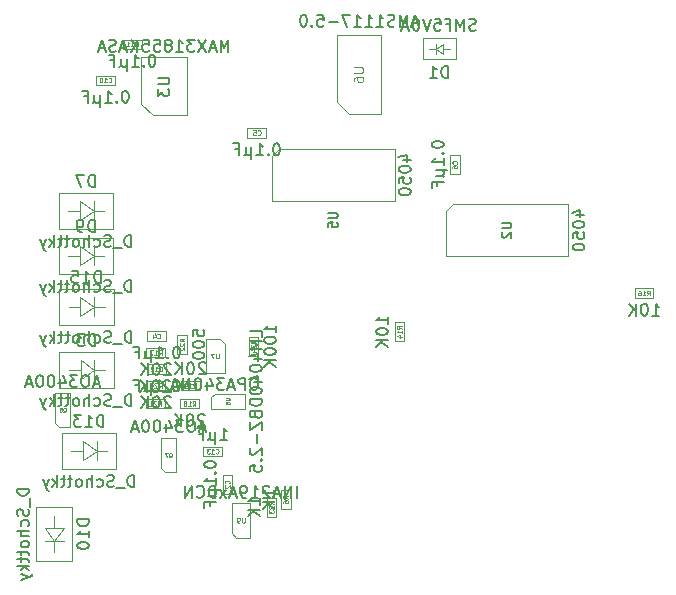
<source format=gbr>
%TF.GenerationSoftware,KiCad,Pcbnew,7.0.11-rc3*%
%TF.CreationDate,2024-12-28T02:26:29+01:00*%
%TF.ProjectId,jf-ecu32.7,6a662d65-6375-4333-922e-372e6b696361,rev?*%
%TF.SameCoordinates,Original*%
%TF.FileFunction,AssemblyDrawing,Bot*%
%FSLAX46Y46*%
G04 Gerber Fmt 4.6, Leading zero omitted, Abs format (unit mm)*
G04 Created by KiCad (PCBNEW 7.0.11-rc3) date 2024-12-28 02:26:29*
%MOMM*%
%LPD*%
G01*
G04 APERTURE LIST*
%ADD10C,0.150000*%
%ADD11C,0.060000*%
%ADD12C,0.050000*%
%ADD13C,0.120000*%
%ADD14C,0.100000*%
G04 APERTURE END LIST*
D10*
X45214819Y-190610714D02*
X45214819Y-190039286D01*
X45214819Y-190325000D02*
X44214819Y-190325000D01*
X44214819Y-190325000D02*
X44357676Y-190229762D01*
X44357676Y-190229762D02*
X44452914Y-190134524D01*
X44452914Y-190134524D02*
X44500533Y-190039286D01*
X45214819Y-191039286D02*
X44214819Y-191039286D01*
X45214819Y-191610714D02*
X44643390Y-191182143D01*
X44214819Y-191610714D02*
X44786247Y-191039286D01*
D11*
X46371927Y-190567857D02*
X46181451Y-190434524D01*
X46371927Y-190339286D02*
X45971927Y-190339286D01*
X45971927Y-190339286D02*
X45971927Y-190491667D01*
X45971927Y-190491667D02*
X45990975Y-190529762D01*
X45990975Y-190529762D02*
X46010022Y-190548809D01*
X46010022Y-190548809D02*
X46048118Y-190567857D01*
X46048118Y-190567857D02*
X46105260Y-190567857D01*
X46105260Y-190567857D02*
X46143356Y-190548809D01*
X46143356Y-190548809D02*
X46162403Y-190529762D01*
X46162403Y-190529762D02*
X46181451Y-190491667D01*
X46181451Y-190491667D02*
X46181451Y-190339286D01*
X46010022Y-190720238D02*
X45990975Y-190739286D01*
X45990975Y-190739286D02*
X45971927Y-190777381D01*
X45971927Y-190777381D02*
X45971927Y-190872619D01*
X45971927Y-190872619D02*
X45990975Y-190910714D01*
X45990975Y-190910714D02*
X46010022Y-190929762D01*
X46010022Y-190929762D02*
X46048118Y-190948809D01*
X46048118Y-190948809D02*
X46086213Y-190948809D01*
X46086213Y-190948809D02*
X46143356Y-190929762D01*
X46143356Y-190929762D02*
X46371927Y-190701190D01*
X46371927Y-190701190D02*
X46371927Y-190948809D01*
X45971927Y-191082142D02*
X45971927Y-191329761D01*
X45971927Y-191329761D02*
X46124308Y-191196428D01*
X46124308Y-191196428D02*
X46124308Y-191253571D01*
X46124308Y-191253571D02*
X46143356Y-191291666D01*
X46143356Y-191291666D02*
X46162403Y-191310714D01*
X46162403Y-191310714D02*
X46200499Y-191329761D01*
X46200499Y-191329761D02*
X46295737Y-191329761D01*
X46295737Y-191329761D02*
X46333832Y-191310714D01*
X46333832Y-191310714D02*
X46352880Y-191291666D01*
X46352880Y-191291666D02*
X46371927Y-191253571D01*
X46371927Y-191253571D02*
X46371927Y-191139285D01*
X46371927Y-191139285D02*
X46352880Y-191101190D01*
X46352880Y-191101190D02*
X46333832Y-191082142D01*
D10*
X34289524Y-172599819D02*
X34289524Y-171599819D01*
X34289524Y-171599819D02*
X34051429Y-171599819D01*
X34051429Y-171599819D02*
X33908572Y-171647438D01*
X33908572Y-171647438D02*
X33813334Y-171742676D01*
X33813334Y-171742676D02*
X33765715Y-171837914D01*
X33765715Y-171837914D02*
X33718096Y-172028390D01*
X33718096Y-172028390D02*
X33718096Y-172171247D01*
X33718096Y-172171247D02*
X33765715Y-172361723D01*
X33765715Y-172361723D02*
X33813334Y-172456961D01*
X33813334Y-172456961D02*
X33908572Y-172552200D01*
X33908572Y-172552200D02*
X34051429Y-172599819D01*
X34051429Y-172599819D02*
X34289524Y-172599819D01*
X33527620Y-172695057D02*
X32765715Y-172695057D01*
X32575238Y-172552200D02*
X32432381Y-172599819D01*
X32432381Y-172599819D02*
X32194286Y-172599819D01*
X32194286Y-172599819D02*
X32099048Y-172552200D01*
X32099048Y-172552200D02*
X32051429Y-172504580D01*
X32051429Y-172504580D02*
X32003810Y-172409342D01*
X32003810Y-172409342D02*
X32003810Y-172314104D01*
X32003810Y-172314104D02*
X32051429Y-172218866D01*
X32051429Y-172218866D02*
X32099048Y-172171247D01*
X32099048Y-172171247D02*
X32194286Y-172123628D01*
X32194286Y-172123628D02*
X32384762Y-172076009D01*
X32384762Y-172076009D02*
X32480000Y-172028390D01*
X32480000Y-172028390D02*
X32527619Y-171980771D01*
X32527619Y-171980771D02*
X32575238Y-171885533D01*
X32575238Y-171885533D02*
X32575238Y-171790295D01*
X32575238Y-171790295D02*
X32527619Y-171695057D01*
X32527619Y-171695057D02*
X32480000Y-171647438D01*
X32480000Y-171647438D02*
X32384762Y-171599819D01*
X32384762Y-171599819D02*
X32146667Y-171599819D01*
X32146667Y-171599819D02*
X32003810Y-171647438D01*
X31146667Y-172552200D02*
X31241905Y-172599819D01*
X31241905Y-172599819D02*
X31432381Y-172599819D01*
X31432381Y-172599819D02*
X31527619Y-172552200D01*
X31527619Y-172552200D02*
X31575238Y-172504580D01*
X31575238Y-172504580D02*
X31622857Y-172409342D01*
X31622857Y-172409342D02*
X31622857Y-172123628D01*
X31622857Y-172123628D02*
X31575238Y-172028390D01*
X31575238Y-172028390D02*
X31527619Y-171980771D01*
X31527619Y-171980771D02*
X31432381Y-171933152D01*
X31432381Y-171933152D02*
X31241905Y-171933152D01*
X31241905Y-171933152D02*
X31146667Y-171980771D01*
X30718095Y-172599819D02*
X30718095Y-171599819D01*
X30289524Y-172599819D02*
X30289524Y-172076009D01*
X30289524Y-172076009D02*
X30337143Y-171980771D01*
X30337143Y-171980771D02*
X30432381Y-171933152D01*
X30432381Y-171933152D02*
X30575238Y-171933152D01*
X30575238Y-171933152D02*
X30670476Y-171980771D01*
X30670476Y-171980771D02*
X30718095Y-172028390D01*
X29670476Y-172599819D02*
X29765714Y-172552200D01*
X29765714Y-172552200D02*
X29813333Y-172504580D01*
X29813333Y-172504580D02*
X29860952Y-172409342D01*
X29860952Y-172409342D02*
X29860952Y-172123628D01*
X29860952Y-172123628D02*
X29813333Y-172028390D01*
X29813333Y-172028390D02*
X29765714Y-171980771D01*
X29765714Y-171980771D02*
X29670476Y-171933152D01*
X29670476Y-171933152D02*
X29527619Y-171933152D01*
X29527619Y-171933152D02*
X29432381Y-171980771D01*
X29432381Y-171980771D02*
X29384762Y-172028390D01*
X29384762Y-172028390D02*
X29337143Y-172123628D01*
X29337143Y-172123628D02*
X29337143Y-172409342D01*
X29337143Y-172409342D02*
X29384762Y-172504580D01*
X29384762Y-172504580D02*
X29432381Y-172552200D01*
X29432381Y-172552200D02*
X29527619Y-172599819D01*
X29527619Y-172599819D02*
X29670476Y-172599819D01*
X29051428Y-171933152D02*
X28670476Y-171933152D01*
X28908571Y-171599819D02*
X28908571Y-172456961D01*
X28908571Y-172456961D02*
X28860952Y-172552200D01*
X28860952Y-172552200D02*
X28765714Y-172599819D01*
X28765714Y-172599819D02*
X28670476Y-172599819D01*
X28479999Y-171933152D02*
X28099047Y-171933152D01*
X28337142Y-171599819D02*
X28337142Y-172456961D01*
X28337142Y-172456961D02*
X28289523Y-172552200D01*
X28289523Y-172552200D02*
X28194285Y-172599819D01*
X28194285Y-172599819D02*
X28099047Y-172599819D01*
X27765713Y-172599819D02*
X27765713Y-171599819D01*
X27670475Y-172218866D02*
X27384761Y-172599819D01*
X27384761Y-171933152D02*
X27765713Y-172314104D01*
X27051427Y-171933152D02*
X26813332Y-172599819D01*
X26575237Y-171933152D02*
X26813332Y-172599819D01*
X26813332Y-172599819D02*
X26908570Y-172837914D01*
X26908570Y-172837914D02*
X26956189Y-172885533D01*
X26956189Y-172885533D02*
X27051427Y-172933152D01*
X31218094Y-167499819D02*
X31218094Y-166499819D01*
X31218094Y-166499819D02*
X30979999Y-166499819D01*
X30979999Y-166499819D02*
X30837142Y-166547438D01*
X30837142Y-166547438D02*
X30741904Y-166642676D01*
X30741904Y-166642676D02*
X30694285Y-166737914D01*
X30694285Y-166737914D02*
X30646666Y-166928390D01*
X30646666Y-166928390D02*
X30646666Y-167071247D01*
X30646666Y-167071247D02*
X30694285Y-167261723D01*
X30694285Y-167261723D02*
X30741904Y-167356961D01*
X30741904Y-167356961D02*
X30837142Y-167452200D01*
X30837142Y-167452200D02*
X30979999Y-167499819D01*
X30979999Y-167499819D02*
X31218094Y-167499819D01*
X30170475Y-167499819D02*
X29979999Y-167499819D01*
X29979999Y-167499819D02*
X29884761Y-167452200D01*
X29884761Y-167452200D02*
X29837142Y-167404580D01*
X29837142Y-167404580D02*
X29741904Y-167261723D01*
X29741904Y-167261723D02*
X29694285Y-167071247D01*
X29694285Y-167071247D02*
X29694285Y-166690295D01*
X29694285Y-166690295D02*
X29741904Y-166595057D01*
X29741904Y-166595057D02*
X29789523Y-166547438D01*
X29789523Y-166547438D02*
X29884761Y-166499819D01*
X29884761Y-166499819D02*
X30075237Y-166499819D01*
X30075237Y-166499819D02*
X30170475Y-166547438D01*
X30170475Y-166547438D02*
X30218094Y-166595057D01*
X30218094Y-166595057D02*
X30265713Y-166690295D01*
X30265713Y-166690295D02*
X30265713Y-166928390D01*
X30265713Y-166928390D02*
X30218094Y-167023628D01*
X30218094Y-167023628D02*
X30170475Y-167071247D01*
X30170475Y-167071247D02*
X30075237Y-167118866D01*
X30075237Y-167118866D02*
X29884761Y-167118866D01*
X29884761Y-167118866D02*
X29789523Y-167071247D01*
X29789523Y-167071247D02*
X29741904Y-167023628D01*
X29741904Y-167023628D02*
X29694285Y-166928390D01*
X63473237Y-150426200D02*
X63330380Y-150473819D01*
X63330380Y-150473819D02*
X63092285Y-150473819D01*
X63092285Y-150473819D02*
X62997047Y-150426200D01*
X62997047Y-150426200D02*
X62949428Y-150378580D01*
X62949428Y-150378580D02*
X62901809Y-150283342D01*
X62901809Y-150283342D02*
X62901809Y-150188104D01*
X62901809Y-150188104D02*
X62949428Y-150092866D01*
X62949428Y-150092866D02*
X62997047Y-150045247D01*
X62997047Y-150045247D02*
X63092285Y-149997628D01*
X63092285Y-149997628D02*
X63282761Y-149950009D01*
X63282761Y-149950009D02*
X63377999Y-149902390D01*
X63377999Y-149902390D02*
X63425618Y-149854771D01*
X63425618Y-149854771D02*
X63473237Y-149759533D01*
X63473237Y-149759533D02*
X63473237Y-149664295D01*
X63473237Y-149664295D02*
X63425618Y-149569057D01*
X63425618Y-149569057D02*
X63377999Y-149521438D01*
X63377999Y-149521438D02*
X63282761Y-149473819D01*
X63282761Y-149473819D02*
X63044666Y-149473819D01*
X63044666Y-149473819D02*
X62901809Y-149521438D01*
X62473237Y-150473819D02*
X62473237Y-149473819D01*
X62473237Y-149473819D02*
X62139904Y-150188104D01*
X62139904Y-150188104D02*
X61806571Y-149473819D01*
X61806571Y-149473819D02*
X61806571Y-150473819D01*
X60997047Y-149950009D02*
X61330380Y-149950009D01*
X61330380Y-150473819D02*
X61330380Y-149473819D01*
X61330380Y-149473819D02*
X60854190Y-149473819D01*
X59997047Y-149473819D02*
X60473237Y-149473819D01*
X60473237Y-149473819D02*
X60520856Y-149950009D01*
X60520856Y-149950009D02*
X60473237Y-149902390D01*
X60473237Y-149902390D02*
X60377999Y-149854771D01*
X60377999Y-149854771D02*
X60139904Y-149854771D01*
X60139904Y-149854771D02*
X60044666Y-149902390D01*
X60044666Y-149902390D02*
X59997047Y-149950009D01*
X59997047Y-149950009D02*
X59949428Y-150045247D01*
X59949428Y-150045247D02*
X59949428Y-150283342D01*
X59949428Y-150283342D02*
X59997047Y-150378580D01*
X59997047Y-150378580D02*
X60044666Y-150426200D01*
X60044666Y-150426200D02*
X60139904Y-150473819D01*
X60139904Y-150473819D02*
X60377999Y-150473819D01*
X60377999Y-150473819D02*
X60473237Y-150426200D01*
X60473237Y-150426200D02*
X60520856Y-150378580D01*
X59663713Y-149473819D02*
X59330380Y-150473819D01*
X59330380Y-150473819D02*
X58997047Y-149473819D01*
X58473237Y-149473819D02*
X58377999Y-149473819D01*
X58377999Y-149473819D02*
X58282761Y-149521438D01*
X58282761Y-149521438D02*
X58235142Y-149569057D01*
X58235142Y-149569057D02*
X58187523Y-149664295D01*
X58187523Y-149664295D02*
X58139904Y-149854771D01*
X58139904Y-149854771D02*
X58139904Y-150092866D01*
X58139904Y-150092866D02*
X58187523Y-150283342D01*
X58187523Y-150283342D02*
X58235142Y-150378580D01*
X58235142Y-150378580D02*
X58282761Y-150426200D01*
X58282761Y-150426200D02*
X58377999Y-150473819D01*
X58377999Y-150473819D02*
X58473237Y-150473819D01*
X58473237Y-150473819D02*
X58568475Y-150426200D01*
X58568475Y-150426200D02*
X58616094Y-150378580D01*
X58616094Y-150378580D02*
X58663713Y-150283342D01*
X58663713Y-150283342D02*
X58711332Y-150092866D01*
X58711332Y-150092866D02*
X58711332Y-149854771D01*
X58711332Y-149854771D02*
X58663713Y-149664295D01*
X58663713Y-149664295D02*
X58616094Y-149569057D01*
X58616094Y-149569057D02*
X58568475Y-149521438D01*
X58568475Y-149521438D02*
X58473237Y-149473819D01*
X57758951Y-150188104D02*
X57282761Y-150188104D01*
X57854189Y-150473819D02*
X57520856Y-149473819D01*
X57520856Y-149473819D02*
X57187523Y-150473819D01*
X61116094Y-154473819D02*
X61116094Y-153473819D01*
X61116094Y-153473819D02*
X60877999Y-153473819D01*
X60877999Y-153473819D02*
X60735142Y-153521438D01*
X60735142Y-153521438D02*
X60639904Y-153616676D01*
X60639904Y-153616676D02*
X60592285Y-153711914D01*
X60592285Y-153711914D02*
X60544666Y-153902390D01*
X60544666Y-153902390D02*
X60544666Y-154045247D01*
X60544666Y-154045247D02*
X60592285Y-154235723D01*
X60592285Y-154235723D02*
X60639904Y-154330961D01*
X60639904Y-154330961D02*
X60735142Y-154426200D01*
X60735142Y-154426200D02*
X60877999Y-154473819D01*
X60877999Y-154473819D02*
X61116094Y-154473819D01*
X59592285Y-154473819D02*
X60163713Y-154473819D01*
X59877999Y-154473819D02*
X59877999Y-153473819D01*
X59877999Y-153473819D02*
X59973237Y-153616676D01*
X59973237Y-153616676D02*
X60068475Y-153711914D01*
X60068475Y-153711914D02*
X60163713Y-153759533D01*
X44812261Y-179908819D02*
X44621785Y-179908819D01*
X44621785Y-179908819D02*
X44526547Y-179956438D01*
X44526547Y-179956438D02*
X44431309Y-180051676D01*
X44431309Y-180051676D02*
X44383690Y-180242152D01*
X44383690Y-180242152D02*
X44383690Y-180575485D01*
X44383690Y-180575485D02*
X44431309Y-180765961D01*
X44431309Y-180765961D02*
X44526547Y-180861200D01*
X44526547Y-180861200D02*
X44621785Y-180908819D01*
X44621785Y-180908819D02*
X44812261Y-180908819D01*
X44812261Y-180908819D02*
X44907499Y-180861200D01*
X44907499Y-180861200D02*
X45002737Y-180765961D01*
X45002737Y-180765961D02*
X45050356Y-180575485D01*
X45050356Y-180575485D02*
X45050356Y-180242152D01*
X45050356Y-180242152D02*
X45002737Y-180051676D01*
X45002737Y-180051676D02*
X44907499Y-179956438D01*
X44907499Y-179956438D02*
X44812261Y-179908819D01*
X43955118Y-180908819D02*
X43955118Y-179908819D01*
X43955118Y-179908819D02*
X43574166Y-179908819D01*
X43574166Y-179908819D02*
X43478928Y-179956438D01*
X43478928Y-179956438D02*
X43431309Y-180004057D01*
X43431309Y-180004057D02*
X43383690Y-180099295D01*
X43383690Y-180099295D02*
X43383690Y-180242152D01*
X43383690Y-180242152D02*
X43431309Y-180337390D01*
X43431309Y-180337390D02*
X43478928Y-180385009D01*
X43478928Y-180385009D02*
X43574166Y-180432628D01*
X43574166Y-180432628D02*
X43955118Y-180432628D01*
X43002737Y-180623104D02*
X42526547Y-180623104D01*
X43097975Y-180908819D02*
X42764642Y-179908819D01*
X42764642Y-179908819D02*
X42431309Y-180908819D01*
X42193213Y-179908819D02*
X41574166Y-179908819D01*
X41574166Y-179908819D02*
X41907499Y-180289771D01*
X41907499Y-180289771D02*
X41764642Y-180289771D01*
X41764642Y-180289771D02*
X41669404Y-180337390D01*
X41669404Y-180337390D02*
X41621785Y-180385009D01*
X41621785Y-180385009D02*
X41574166Y-180480247D01*
X41574166Y-180480247D02*
X41574166Y-180718342D01*
X41574166Y-180718342D02*
X41621785Y-180813580D01*
X41621785Y-180813580D02*
X41669404Y-180861200D01*
X41669404Y-180861200D02*
X41764642Y-180908819D01*
X41764642Y-180908819D02*
X42050356Y-180908819D01*
X42050356Y-180908819D02*
X42145594Y-180861200D01*
X42145594Y-180861200D02*
X42193213Y-180813580D01*
X40717023Y-180242152D02*
X40717023Y-180908819D01*
X40955118Y-179861200D02*
X41193213Y-180575485D01*
X41193213Y-180575485D02*
X40574166Y-180575485D01*
X40002737Y-179908819D02*
X39907499Y-179908819D01*
X39907499Y-179908819D02*
X39812261Y-179956438D01*
X39812261Y-179956438D02*
X39764642Y-180004057D01*
X39764642Y-180004057D02*
X39717023Y-180099295D01*
X39717023Y-180099295D02*
X39669404Y-180289771D01*
X39669404Y-180289771D02*
X39669404Y-180527866D01*
X39669404Y-180527866D02*
X39717023Y-180718342D01*
X39717023Y-180718342D02*
X39764642Y-180813580D01*
X39764642Y-180813580D02*
X39812261Y-180861200D01*
X39812261Y-180861200D02*
X39907499Y-180908819D01*
X39907499Y-180908819D02*
X40002737Y-180908819D01*
X40002737Y-180908819D02*
X40097975Y-180861200D01*
X40097975Y-180861200D02*
X40145594Y-180813580D01*
X40145594Y-180813580D02*
X40193213Y-180718342D01*
X40193213Y-180718342D02*
X40240832Y-180527866D01*
X40240832Y-180527866D02*
X40240832Y-180289771D01*
X40240832Y-180289771D02*
X40193213Y-180099295D01*
X40193213Y-180099295D02*
X40145594Y-180004057D01*
X40145594Y-180004057D02*
X40097975Y-179956438D01*
X40097975Y-179956438D02*
X40002737Y-179908819D01*
X39240832Y-180908819D02*
X39240832Y-179908819D01*
X39240832Y-179908819D02*
X38669404Y-180908819D01*
X38669404Y-180908819D02*
X38669404Y-179908819D01*
X38240832Y-180623104D02*
X37764642Y-180623104D01*
X38336070Y-180908819D02*
X38002737Y-179908819D01*
X38002737Y-179908819D02*
X37669404Y-180908819D01*
D11*
X41712261Y-177835927D02*
X41712261Y-178159737D01*
X41712261Y-178159737D02*
X41693214Y-178197832D01*
X41693214Y-178197832D02*
X41674166Y-178216880D01*
X41674166Y-178216880D02*
X41636071Y-178235927D01*
X41636071Y-178235927D02*
X41559880Y-178235927D01*
X41559880Y-178235927D02*
X41521785Y-178216880D01*
X41521785Y-178216880D02*
X41502738Y-178197832D01*
X41502738Y-178197832D02*
X41483690Y-178159737D01*
X41483690Y-178159737D02*
X41483690Y-177835927D01*
X41331309Y-177835927D02*
X41064642Y-177835927D01*
X41064642Y-177835927D02*
X41236071Y-178235927D01*
D10*
X45349819Y-176399119D02*
X45349819Y-175922929D01*
X45349819Y-175922929D02*
X44349819Y-175922929D01*
X45349819Y-176732453D02*
X44349819Y-176732453D01*
X44349819Y-176732453D02*
X45064104Y-177065786D01*
X45064104Y-177065786D02*
X44349819Y-177399119D01*
X44349819Y-177399119D02*
X45349819Y-177399119D01*
X44683152Y-178303881D02*
X45349819Y-178303881D01*
X44302200Y-178065786D02*
X45016485Y-177827691D01*
X45016485Y-177827691D02*
X45016485Y-178446738D01*
X44349819Y-179018167D02*
X44349819Y-179113405D01*
X44349819Y-179113405D02*
X44397438Y-179208643D01*
X44397438Y-179208643D02*
X44445057Y-179256262D01*
X44445057Y-179256262D02*
X44540295Y-179303881D01*
X44540295Y-179303881D02*
X44730771Y-179351500D01*
X44730771Y-179351500D02*
X44968866Y-179351500D01*
X44968866Y-179351500D02*
X45159342Y-179303881D01*
X45159342Y-179303881D02*
X45254580Y-179256262D01*
X45254580Y-179256262D02*
X45302200Y-179208643D01*
X45302200Y-179208643D02*
X45349819Y-179113405D01*
X45349819Y-179113405D02*
X45349819Y-179018167D01*
X45349819Y-179018167D02*
X45302200Y-178922929D01*
X45302200Y-178922929D02*
X45254580Y-178875310D01*
X45254580Y-178875310D02*
X45159342Y-178827691D01*
X45159342Y-178827691D02*
X44968866Y-178780072D01*
X44968866Y-178780072D02*
X44730771Y-178780072D01*
X44730771Y-178780072D02*
X44540295Y-178827691D01*
X44540295Y-178827691D02*
X44445057Y-178875310D01*
X44445057Y-178875310D02*
X44397438Y-178922929D01*
X44397438Y-178922929D02*
X44349819Y-179018167D01*
X44683152Y-180208643D02*
X45349819Y-180208643D01*
X44302200Y-179970548D02*
X45016485Y-179732453D01*
X45016485Y-179732453D02*
X45016485Y-180351500D01*
X44349819Y-180922929D02*
X44349819Y-181018167D01*
X44349819Y-181018167D02*
X44397438Y-181113405D01*
X44397438Y-181113405D02*
X44445057Y-181161024D01*
X44445057Y-181161024D02*
X44540295Y-181208643D01*
X44540295Y-181208643D02*
X44730771Y-181256262D01*
X44730771Y-181256262D02*
X44968866Y-181256262D01*
X44968866Y-181256262D02*
X45159342Y-181208643D01*
X45159342Y-181208643D02*
X45254580Y-181161024D01*
X45254580Y-181161024D02*
X45302200Y-181113405D01*
X45302200Y-181113405D02*
X45349819Y-181018167D01*
X45349819Y-181018167D02*
X45349819Y-180922929D01*
X45349819Y-180922929D02*
X45302200Y-180827691D01*
X45302200Y-180827691D02*
X45254580Y-180780072D01*
X45254580Y-180780072D02*
X45159342Y-180732453D01*
X45159342Y-180732453D02*
X44968866Y-180684834D01*
X44968866Y-180684834D02*
X44730771Y-180684834D01*
X44730771Y-180684834D02*
X44540295Y-180732453D01*
X44540295Y-180732453D02*
X44445057Y-180780072D01*
X44445057Y-180780072D02*
X44397438Y-180827691D01*
X44397438Y-180827691D02*
X44349819Y-180922929D01*
X45349819Y-181684834D02*
X44349819Y-181684834D01*
X44349819Y-181684834D02*
X44349819Y-181922929D01*
X44349819Y-181922929D02*
X44397438Y-182065786D01*
X44397438Y-182065786D02*
X44492676Y-182161024D01*
X44492676Y-182161024D02*
X44587914Y-182208643D01*
X44587914Y-182208643D02*
X44778390Y-182256262D01*
X44778390Y-182256262D02*
X44921247Y-182256262D01*
X44921247Y-182256262D02*
X45111723Y-182208643D01*
X45111723Y-182208643D02*
X45206961Y-182161024D01*
X45206961Y-182161024D02*
X45302200Y-182065786D01*
X45302200Y-182065786D02*
X45349819Y-181922929D01*
X45349819Y-181922929D02*
X45349819Y-181684834D01*
X44826009Y-183018167D02*
X44873628Y-183161024D01*
X44873628Y-183161024D02*
X44921247Y-183208643D01*
X44921247Y-183208643D02*
X45016485Y-183256262D01*
X45016485Y-183256262D02*
X45159342Y-183256262D01*
X45159342Y-183256262D02*
X45254580Y-183208643D01*
X45254580Y-183208643D02*
X45302200Y-183161024D01*
X45302200Y-183161024D02*
X45349819Y-183065786D01*
X45349819Y-183065786D02*
X45349819Y-182684834D01*
X45349819Y-182684834D02*
X44349819Y-182684834D01*
X44349819Y-182684834D02*
X44349819Y-183018167D01*
X44349819Y-183018167D02*
X44397438Y-183113405D01*
X44397438Y-183113405D02*
X44445057Y-183161024D01*
X44445057Y-183161024D02*
X44540295Y-183208643D01*
X44540295Y-183208643D02*
X44635533Y-183208643D01*
X44635533Y-183208643D02*
X44730771Y-183161024D01*
X44730771Y-183161024D02*
X44778390Y-183113405D01*
X44778390Y-183113405D02*
X44826009Y-183018167D01*
X44826009Y-183018167D02*
X44826009Y-182684834D01*
X44349819Y-183589596D02*
X44349819Y-184256262D01*
X44349819Y-184256262D02*
X45349819Y-183589596D01*
X45349819Y-183589596D02*
X45349819Y-184256262D01*
X44968866Y-184637215D02*
X44968866Y-185399120D01*
X44445057Y-185827691D02*
X44397438Y-185875310D01*
X44397438Y-185875310D02*
X44349819Y-185970548D01*
X44349819Y-185970548D02*
X44349819Y-186208643D01*
X44349819Y-186208643D02*
X44397438Y-186303881D01*
X44397438Y-186303881D02*
X44445057Y-186351500D01*
X44445057Y-186351500D02*
X44540295Y-186399119D01*
X44540295Y-186399119D02*
X44635533Y-186399119D01*
X44635533Y-186399119D02*
X44778390Y-186351500D01*
X44778390Y-186351500D02*
X45349819Y-185780072D01*
X45349819Y-185780072D02*
X45349819Y-186399119D01*
X45254580Y-186827691D02*
X45302200Y-186875310D01*
X45302200Y-186875310D02*
X45349819Y-186827691D01*
X45349819Y-186827691D02*
X45302200Y-186780072D01*
X45302200Y-186780072D02*
X45254580Y-186827691D01*
X45254580Y-186827691D02*
X45349819Y-186827691D01*
X44349819Y-187780071D02*
X44349819Y-187303881D01*
X44349819Y-187303881D02*
X44826009Y-187256262D01*
X44826009Y-187256262D02*
X44778390Y-187303881D01*
X44778390Y-187303881D02*
X44730771Y-187399119D01*
X44730771Y-187399119D02*
X44730771Y-187637214D01*
X44730771Y-187637214D02*
X44778390Y-187732452D01*
X44778390Y-187732452D02*
X44826009Y-187780071D01*
X44826009Y-187780071D02*
X44921247Y-187827690D01*
X44921247Y-187827690D02*
X45159342Y-187827690D01*
X45159342Y-187827690D02*
X45254580Y-187780071D01*
X45254580Y-187780071D02*
X45302200Y-187732452D01*
X45302200Y-187732452D02*
X45349819Y-187637214D01*
X45349819Y-187637214D02*
X45349819Y-187399119D01*
X45349819Y-187399119D02*
X45302200Y-187303881D01*
X45302200Y-187303881D02*
X45254580Y-187256262D01*
D12*
X42320438Y-181607690D02*
X42579485Y-181607690D01*
X42579485Y-181607690D02*
X42609961Y-181622928D01*
X42609961Y-181622928D02*
X42625200Y-181638166D01*
X42625200Y-181638166D02*
X42640438Y-181668642D01*
X42640438Y-181668642D02*
X42640438Y-181729595D01*
X42640438Y-181729595D02*
X42625200Y-181760071D01*
X42625200Y-181760071D02*
X42609961Y-181775309D01*
X42609961Y-181775309D02*
X42579485Y-181790547D01*
X42579485Y-181790547D02*
X42320438Y-181790547D01*
X42457580Y-181988642D02*
X42442342Y-181958166D01*
X42442342Y-181958166D02*
X42427104Y-181942928D01*
X42427104Y-181942928D02*
X42396628Y-181927690D01*
X42396628Y-181927690D02*
X42381390Y-181927690D01*
X42381390Y-181927690D02*
X42350914Y-181942928D01*
X42350914Y-181942928D02*
X42335676Y-181958166D01*
X42335676Y-181958166D02*
X42320438Y-181988642D01*
X42320438Y-181988642D02*
X42320438Y-182049595D01*
X42320438Y-182049595D02*
X42335676Y-182080071D01*
X42335676Y-182080071D02*
X42350914Y-182095309D01*
X42350914Y-182095309D02*
X42381390Y-182110547D01*
X42381390Y-182110547D02*
X42396628Y-182110547D01*
X42396628Y-182110547D02*
X42427104Y-182095309D01*
X42427104Y-182095309D02*
X42442342Y-182080071D01*
X42442342Y-182080071D02*
X42457580Y-182049595D01*
X42457580Y-182049595D02*
X42457580Y-181988642D01*
X42457580Y-181988642D02*
X42472819Y-181958166D01*
X42472819Y-181958166D02*
X42488057Y-181942928D01*
X42488057Y-181942928D02*
X42518533Y-181927690D01*
X42518533Y-181927690D02*
X42579485Y-181927690D01*
X42579485Y-181927690D02*
X42609961Y-181942928D01*
X42609961Y-181942928D02*
X42625200Y-181958166D01*
X42625200Y-181958166D02*
X42640438Y-181988642D01*
X42640438Y-181988642D02*
X42640438Y-182049595D01*
X42640438Y-182049595D02*
X42625200Y-182080071D01*
X42625200Y-182080071D02*
X42609961Y-182095309D01*
X42609961Y-182095309D02*
X42579485Y-182110547D01*
X42579485Y-182110547D02*
X42518533Y-182110547D01*
X42518533Y-182110547D02*
X42488057Y-182095309D01*
X42488057Y-182095309D02*
X42472819Y-182080071D01*
X42472819Y-182080071D02*
X42457580Y-182049595D01*
D10*
X42536380Y-152248819D02*
X42536380Y-151248819D01*
X42536380Y-151248819D02*
X42203047Y-151963104D01*
X42203047Y-151963104D02*
X41869714Y-151248819D01*
X41869714Y-151248819D02*
X41869714Y-152248819D01*
X41441142Y-151963104D02*
X40964952Y-151963104D01*
X41536380Y-152248819D02*
X41203047Y-151248819D01*
X41203047Y-151248819D02*
X40869714Y-152248819D01*
X40631618Y-151248819D02*
X39964952Y-152248819D01*
X39964952Y-151248819D02*
X40631618Y-152248819D01*
X39679237Y-151248819D02*
X39060190Y-151248819D01*
X39060190Y-151248819D02*
X39393523Y-151629771D01*
X39393523Y-151629771D02*
X39250666Y-151629771D01*
X39250666Y-151629771D02*
X39155428Y-151677390D01*
X39155428Y-151677390D02*
X39107809Y-151725009D01*
X39107809Y-151725009D02*
X39060190Y-151820247D01*
X39060190Y-151820247D02*
X39060190Y-152058342D01*
X39060190Y-152058342D02*
X39107809Y-152153580D01*
X39107809Y-152153580D02*
X39155428Y-152201200D01*
X39155428Y-152201200D02*
X39250666Y-152248819D01*
X39250666Y-152248819D02*
X39536380Y-152248819D01*
X39536380Y-152248819D02*
X39631618Y-152201200D01*
X39631618Y-152201200D02*
X39679237Y-152153580D01*
X38107809Y-152248819D02*
X38679237Y-152248819D01*
X38393523Y-152248819D02*
X38393523Y-151248819D01*
X38393523Y-151248819D02*
X38488761Y-151391676D01*
X38488761Y-151391676D02*
X38583999Y-151486914D01*
X38583999Y-151486914D02*
X38679237Y-151534533D01*
X37536380Y-151677390D02*
X37631618Y-151629771D01*
X37631618Y-151629771D02*
X37679237Y-151582152D01*
X37679237Y-151582152D02*
X37726856Y-151486914D01*
X37726856Y-151486914D02*
X37726856Y-151439295D01*
X37726856Y-151439295D02*
X37679237Y-151344057D01*
X37679237Y-151344057D02*
X37631618Y-151296438D01*
X37631618Y-151296438D02*
X37536380Y-151248819D01*
X37536380Y-151248819D02*
X37345904Y-151248819D01*
X37345904Y-151248819D02*
X37250666Y-151296438D01*
X37250666Y-151296438D02*
X37203047Y-151344057D01*
X37203047Y-151344057D02*
X37155428Y-151439295D01*
X37155428Y-151439295D02*
X37155428Y-151486914D01*
X37155428Y-151486914D02*
X37203047Y-151582152D01*
X37203047Y-151582152D02*
X37250666Y-151629771D01*
X37250666Y-151629771D02*
X37345904Y-151677390D01*
X37345904Y-151677390D02*
X37536380Y-151677390D01*
X37536380Y-151677390D02*
X37631618Y-151725009D01*
X37631618Y-151725009D02*
X37679237Y-151772628D01*
X37679237Y-151772628D02*
X37726856Y-151867866D01*
X37726856Y-151867866D02*
X37726856Y-152058342D01*
X37726856Y-152058342D02*
X37679237Y-152153580D01*
X37679237Y-152153580D02*
X37631618Y-152201200D01*
X37631618Y-152201200D02*
X37536380Y-152248819D01*
X37536380Y-152248819D02*
X37345904Y-152248819D01*
X37345904Y-152248819D02*
X37250666Y-152201200D01*
X37250666Y-152201200D02*
X37203047Y-152153580D01*
X37203047Y-152153580D02*
X37155428Y-152058342D01*
X37155428Y-152058342D02*
X37155428Y-151867866D01*
X37155428Y-151867866D02*
X37203047Y-151772628D01*
X37203047Y-151772628D02*
X37250666Y-151725009D01*
X37250666Y-151725009D02*
X37345904Y-151677390D01*
X36250666Y-151248819D02*
X36726856Y-151248819D01*
X36726856Y-151248819D02*
X36774475Y-151725009D01*
X36774475Y-151725009D02*
X36726856Y-151677390D01*
X36726856Y-151677390D02*
X36631618Y-151629771D01*
X36631618Y-151629771D02*
X36393523Y-151629771D01*
X36393523Y-151629771D02*
X36298285Y-151677390D01*
X36298285Y-151677390D02*
X36250666Y-151725009D01*
X36250666Y-151725009D02*
X36203047Y-151820247D01*
X36203047Y-151820247D02*
X36203047Y-152058342D01*
X36203047Y-152058342D02*
X36250666Y-152153580D01*
X36250666Y-152153580D02*
X36298285Y-152201200D01*
X36298285Y-152201200D02*
X36393523Y-152248819D01*
X36393523Y-152248819D02*
X36631618Y-152248819D01*
X36631618Y-152248819D02*
X36726856Y-152201200D01*
X36726856Y-152201200D02*
X36774475Y-152153580D01*
X35298285Y-151248819D02*
X35774475Y-151248819D01*
X35774475Y-151248819D02*
X35822094Y-151725009D01*
X35822094Y-151725009D02*
X35774475Y-151677390D01*
X35774475Y-151677390D02*
X35679237Y-151629771D01*
X35679237Y-151629771D02*
X35441142Y-151629771D01*
X35441142Y-151629771D02*
X35345904Y-151677390D01*
X35345904Y-151677390D02*
X35298285Y-151725009D01*
X35298285Y-151725009D02*
X35250666Y-151820247D01*
X35250666Y-151820247D02*
X35250666Y-152058342D01*
X35250666Y-152058342D02*
X35298285Y-152153580D01*
X35298285Y-152153580D02*
X35345904Y-152201200D01*
X35345904Y-152201200D02*
X35441142Y-152248819D01*
X35441142Y-152248819D02*
X35679237Y-152248819D01*
X35679237Y-152248819D02*
X35774475Y-152201200D01*
X35774475Y-152201200D02*
X35822094Y-152153580D01*
X34822094Y-152248819D02*
X34822094Y-151248819D01*
X34250666Y-152248819D02*
X34679237Y-151677390D01*
X34250666Y-151248819D02*
X34822094Y-151820247D01*
X33869713Y-151963104D02*
X33393523Y-151963104D01*
X33964951Y-152248819D02*
X33631618Y-151248819D01*
X33631618Y-151248819D02*
X33298285Y-152248819D01*
X33012570Y-152201200D02*
X32869713Y-152248819D01*
X32869713Y-152248819D02*
X32631618Y-152248819D01*
X32631618Y-152248819D02*
X32536380Y-152201200D01*
X32536380Y-152201200D02*
X32488761Y-152153580D01*
X32488761Y-152153580D02*
X32441142Y-152058342D01*
X32441142Y-152058342D02*
X32441142Y-151963104D01*
X32441142Y-151963104D02*
X32488761Y-151867866D01*
X32488761Y-151867866D02*
X32536380Y-151820247D01*
X32536380Y-151820247D02*
X32631618Y-151772628D01*
X32631618Y-151772628D02*
X32822094Y-151725009D01*
X32822094Y-151725009D02*
X32917332Y-151677390D01*
X32917332Y-151677390D02*
X32964951Y-151629771D01*
X32964951Y-151629771D02*
X33012570Y-151534533D01*
X33012570Y-151534533D02*
X33012570Y-151439295D01*
X33012570Y-151439295D02*
X32964951Y-151344057D01*
X32964951Y-151344057D02*
X32917332Y-151296438D01*
X32917332Y-151296438D02*
X32822094Y-151248819D01*
X32822094Y-151248819D02*
X32583999Y-151248819D01*
X32583999Y-151248819D02*
X32441142Y-151296438D01*
X32060189Y-151963104D02*
X31583999Y-151963104D01*
X32155427Y-152248819D02*
X31822094Y-151248819D01*
X31822094Y-151248819D02*
X31488761Y-152248819D01*
X36549566Y-154447333D02*
X37342900Y-154447333D01*
X37342900Y-154447333D02*
X37436233Y-154494000D01*
X37436233Y-154494000D02*
X37482900Y-154540666D01*
X37482900Y-154540666D02*
X37529566Y-154634000D01*
X37529566Y-154634000D02*
X37529566Y-154820666D01*
X37529566Y-154820666D02*
X37482900Y-154914000D01*
X37482900Y-154914000D02*
X37436233Y-154960666D01*
X37436233Y-154960666D02*
X37342900Y-155007333D01*
X37342900Y-155007333D02*
X36549566Y-155007333D01*
X36549566Y-155380667D02*
X36549566Y-155987333D01*
X36549566Y-155987333D02*
X36922900Y-155660667D01*
X36922900Y-155660667D02*
X36922900Y-155800667D01*
X36922900Y-155800667D02*
X36969566Y-155894000D01*
X36969566Y-155894000D02*
X37016233Y-155940667D01*
X37016233Y-155940667D02*
X37109566Y-155987333D01*
X37109566Y-155987333D02*
X37342900Y-155987333D01*
X37342900Y-155987333D02*
X37436233Y-155940667D01*
X37436233Y-155940667D02*
X37482900Y-155894000D01*
X37482900Y-155894000D02*
X37529566Y-155800667D01*
X37529566Y-155800667D02*
X37529566Y-155520667D01*
X37529566Y-155520667D02*
X37482900Y-155427333D01*
X37482900Y-155427333D02*
X37436233Y-155380667D01*
X40484819Y-187170714D02*
X40484819Y-187265952D01*
X40484819Y-187265952D02*
X40532438Y-187361190D01*
X40532438Y-187361190D02*
X40580057Y-187408809D01*
X40580057Y-187408809D02*
X40675295Y-187456428D01*
X40675295Y-187456428D02*
X40865771Y-187504047D01*
X40865771Y-187504047D02*
X41103866Y-187504047D01*
X41103866Y-187504047D02*
X41294342Y-187456428D01*
X41294342Y-187456428D02*
X41389580Y-187408809D01*
X41389580Y-187408809D02*
X41437200Y-187361190D01*
X41437200Y-187361190D02*
X41484819Y-187265952D01*
X41484819Y-187265952D02*
X41484819Y-187170714D01*
X41484819Y-187170714D02*
X41437200Y-187075476D01*
X41437200Y-187075476D02*
X41389580Y-187027857D01*
X41389580Y-187027857D02*
X41294342Y-186980238D01*
X41294342Y-186980238D02*
X41103866Y-186932619D01*
X41103866Y-186932619D02*
X40865771Y-186932619D01*
X40865771Y-186932619D02*
X40675295Y-186980238D01*
X40675295Y-186980238D02*
X40580057Y-187027857D01*
X40580057Y-187027857D02*
X40532438Y-187075476D01*
X40532438Y-187075476D02*
X40484819Y-187170714D01*
X41389580Y-187932619D02*
X41437200Y-187980238D01*
X41437200Y-187980238D02*
X41484819Y-187932619D01*
X41484819Y-187932619D02*
X41437200Y-187885000D01*
X41437200Y-187885000D02*
X41389580Y-187932619D01*
X41389580Y-187932619D02*
X41484819Y-187932619D01*
X41484819Y-188932618D02*
X41484819Y-188361190D01*
X41484819Y-188646904D02*
X40484819Y-188646904D01*
X40484819Y-188646904D02*
X40627676Y-188551666D01*
X40627676Y-188551666D02*
X40722914Y-188456428D01*
X40722914Y-188456428D02*
X40770533Y-188361190D01*
X40818152Y-189361190D02*
X41818152Y-189361190D01*
X41341961Y-189837380D02*
X41437200Y-189884999D01*
X41437200Y-189884999D02*
X41484819Y-189980237D01*
X41341961Y-189361190D02*
X41437200Y-189408809D01*
X41437200Y-189408809D02*
X41484819Y-189504047D01*
X41484819Y-189504047D02*
X41484819Y-189694523D01*
X41484819Y-189694523D02*
X41437200Y-189789761D01*
X41437200Y-189789761D02*
X41341961Y-189837380D01*
X41341961Y-189837380D02*
X40818152Y-189837380D01*
X40961009Y-190742142D02*
X40961009Y-190408809D01*
X41484819Y-190408809D02*
X40484819Y-190408809D01*
X40484819Y-190408809D02*
X40484819Y-190884999D01*
D11*
X42603832Y-188818333D02*
X42622880Y-188799285D01*
X42622880Y-188799285D02*
X42641927Y-188742143D01*
X42641927Y-188742143D02*
X42641927Y-188704047D01*
X42641927Y-188704047D02*
X42622880Y-188646904D01*
X42622880Y-188646904D02*
X42584784Y-188608809D01*
X42584784Y-188608809D02*
X42546689Y-188589762D01*
X42546689Y-188589762D02*
X42470499Y-188570714D01*
X42470499Y-188570714D02*
X42413356Y-188570714D01*
X42413356Y-188570714D02*
X42337165Y-188589762D01*
X42337165Y-188589762D02*
X42299070Y-188608809D01*
X42299070Y-188608809D02*
X42260975Y-188646904D01*
X42260975Y-188646904D02*
X42241927Y-188704047D01*
X42241927Y-188704047D02*
X42241927Y-188742143D01*
X42241927Y-188742143D02*
X42260975Y-188799285D01*
X42260975Y-188799285D02*
X42280022Y-188818333D01*
X42280022Y-188970714D02*
X42260975Y-188989762D01*
X42260975Y-188989762D02*
X42241927Y-189027857D01*
X42241927Y-189027857D02*
X42241927Y-189123095D01*
X42241927Y-189123095D02*
X42260975Y-189161190D01*
X42260975Y-189161190D02*
X42280022Y-189180238D01*
X42280022Y-189180238D02*
X42318118Y-189199285D01*
X42318118Y-189199285D02*
X42356213Y-189199285D01*
X42356213Y-189199285D02*
X42413356Y-189180238D01*
X42413356Y-189180238D02*
X42641927Y-188951666D01*
X42641927Y-188951666D02*
X42641927Y-189199285D01*
D10*
X25634819Y-189270475D02*
X24634819Y-189270475D01*
X24634819Y-189270475D02*
X24634819Y-189508570D01*
X24634819Y-189508570D02*
X24682438Y-189651427D01*
X24682438Y-189651427D02*
X24777676Y-189746665D01*
X24777676Y-189746665D02*
X24872914Y-189794284D01*
X24872914Y-189794284D02*
X25063390Y-189841903D01*
X25063390Y-189841903D02*
X25206247Y-189841903D01*
X25206247Y-189841903D02*
X25396723Y-189794284D01*
X25396723Y-189794284D02*
X25491961Y-189746665D01*
X25491961Y-189746665D02*
X25587200Y-189651427D01*
X25587200Y-189651427D02*
X25634819Y-189508570D01*
X25634819Y-189508570D02*
X25634819Y-189270475D01*
X25730057Y-190032380D02*
X25730057Y-190794284D01*
X25587200Y-190984761D02*
X25634819Y-191127618D01*
X25634819Y-191127618D02*
X25634819Y-191365713D01*
X25634819Y-191365713D02*
X25587200Y-191460951D01*
X25587200Y-191460951D02*
X25539580Y-191508570D01*
X25539580Y-191508570D02*
X25444342Y-191556189D01*
X25444342Y-191556189D02*
X25349104Y-191556189D01*
X25349104Y-191556189D02*
X25253866Y-191508570D01*
X25253866Y-191508570D02*
X25206247Y-191460951D01*
X25206247Y-191460951D02*
X25158628Y-191365713D01*
X25158628Y-191365713D02*
X25111009Y-191175237D01*
X25111009Y-191175237D02*
X25063390Y-191079999D01*
X25063390Y-191079999D02*
X25015771Y-191032380D01*
X25015771Y-191032380D02*
X24920533Y-190984761D01*
X24920533Y-190984761D02*
X24825295Y-190984761D01*
X24825295Y-190984761D02*
X24730057Y-191032380D01*
X24730057Y-191032380D02*
X24682438Y-191079999D01*
X24682438Y-191079999D02*
X24634819Y-191175237D01*
X24634819Y-191175237D02*
X24634819Y-191413332D01*
X24634819Y-191413332D02*
X24682438Y-191556189D01*
X25587200Y-192413332D02*
X25634819Y-192318094D01*
X25634819Y-192318094D02*
X25634819Y-192127618D01*
X25634819Y-192127618D02*
X25587200Y-192032380D01*
X25587200Y-192032380D02*
X25539580Y-191984761D01*
X25539580Y-191984761D02*
X25444342Y-191937142D01*
X25444342Y-191937142D02*
X25158628Y-191937142D01*
X25158628Y-191937142D02*
X25063390Y-191984761D01*
X25063390Y-191984761D02*
X25015771Y-192032380D01*
X25015771Y-192032380D02*
X24968152Y-192127618D01*
X24968152Y-192127618D02*
X24968152Y-192318094D01*
X24968152Y-192318094D02*
X25015771Y-192413332D01*
X25634819Y-192841904D02*
X24634819Y-192841904D01*
X25634819Y-193270475D02*
X25111009Y-193270475D01*
X25111009Y-193270475D02*
X25015771Y-193222856D01*
X25015771Y-193222856D02*
X24968152Y-193127618D01*
X24968152Y-193127618D02*
X24968152Y-192984761D01*
X24968152Y-192984761D02*
X25015771Y-192889523D01*
X25015771Y-192889523D02*
X25063390Y-192841904D01*
X25634819Y-193889523D02*
X25587200Y-193794285D01*
X25587200Y-193794285D02*
X25539580Y-193746666D01*
X25539580Y-193746666D02*
X25444342Y-193699047D01*
X25444342Y-193699047D02*
X25158628Y-193699047D01*
X25158628Y-193699047D02*
X25063390Y-193746666D01*
X25063390Y-193746666D02*
X25015771Y-193794285D01*
X25015771Y-193794285D02*
X24968152Y-193889523D01*
X24968152Y-193889523D02*
X24968152Y-194032380D01*
X24968152Y-194032380D02*
X25015771Y-194127618D01*
X25015771Y-194127618D02*
X25063390Y-194175237D01*
X25063390Y-194175237D02*
X25158628Y-194222856D01*
X25158628Y-194222856D02*
X25444342Y-194222856D01*
X25444342Y-194222856D02*
X25539580Y-194175237D01*
X25539580Y-194175237D02*
X25587200Y-194127618D01*
X25587200Y-194127618D02*
X25634819Y-194032380D01*
X25634819Y-194032380D02*
X25634819Y-193889523D01*
X24968152Y-194508571D02*
X24968152Y-194889523D01*
X24634819Y-194651428D02*
X25491961Y-194651428D01*
X25491961Y-194651428D02*
X25587200Y-194699047D01*
X25587200Y-194699047D02*
X25634819Y-194794285D01*
X25634819Y-194794285D02*
X25634819Y-194889523D01*
X24968152Y-195080000D02*
X24968152Y-195460952D01*
X24634819Y-195222857D02*
X25491961Y-195222857D01*
X25491961Y-195222857D02*
X25587200Y-195270476D01*
X25587200Y-195270476D02*
X25634819Y-195365714D01*
X25634819Y-195365714D02*
X25634819Y-195460952D01*
X25634819Y-195794286D02*
X24634819Y-195794286D01*
X25253866Y-195889524D02*
X25634819Y-196175238D01*
X24968152Y-196175238D02*
X25349104Y-195794286D01*
X24968152Y-196508572D02*
X25634819Y-196746667D01*
X24968152Y-196984762D02*
X25634819Y-196746667D01*
X25634819Y-196746667D02*
X25872914Y-196651429D01*
X25872914Y-196651429D02*
X25920533Y-196603810D01*
X25920533Y-196603810D02*
X25968152Y-196508572D01*
X30734819Y-191865714D02*
X29734819Y-191865714D01*
X29734819Y-191865714D02*
X29734819Y-192103809D01*
X29734819Y-192103809D02*
X29782438Y-192246666D01*
X29782438Y-192246666D02*
X29877676Y-192341904D01*
X29877676Y-192341904D02*
X29972914Y-192389523D01*
X29972914Y-192389523D02*
X30163390Y-192437142D01*
X30163390Y-192437142D02*
X30306247Y-192437142D01*
X30306247Y-192437142D02*
X30496723Y-192389523D01*
X30496723Y-192389523D02*
X30591961Y-192341904D01*
X30591961Y-192341904D02*
X30687200Y-192246666D01*
X30687200Y-192246666D02*
X30734819Y-192103809D01*
X30734819Y-192103809D02*
X30734819Y-191865714D01*
X30734819Y-193389523D02*
X30734819Y-192818095D01*
X30734819Y-193103809D02*
X29734819Y-193103809D01*
X29734819Y-193103809D02*
X29877676Y-193008571D01*
X29877676Y-193008571D02*
X29972914Y-192913333D01*
X29972914Y-192913333D02*
X30020533Y-192818095D01*
X29734819Y-194008571D02*
X29734819Y-194103809D01*
X29734819Y-194103809D02*
X29782438Y-194199047D01*
X29782438Y-194199047D02*
X29830057Y-194246666D01*
X29830057Y-194246666D02*
X29925295Y-194294285D01*
X29925295Y-194294285D02*
X30115771Y-194341904D01*
X30115771Y-194341904D02*
X30353866Y-194341904D01*
X30353866Y-194341904D02*
X30544342Y-194294285D01*
X30544342Y-194294285D02*
X30639580Y-194246666D01*
X30639580Y-194246666D02*
X30687200Y-194199047D01*
X30687200Y-194199047D02*
X30734819Y-194103809D01*
X30734819Y-194103809D02*
X30734819Y-194008571D01*
X30734819Y-194008571D02*
X30687200Y-193913333D01*
X30687200Y-193913333D02*
X30639580Y-193865714D01*
X30639580Y-193865714D02*
X30544342Y-193818095D01*
X30544342Y-193818095D02*
X30353866Y-193770476D01*
X30353866Y-193770476D02*
X30115771Y-193770476D01*
X30115771Y-193770476D02*
X29925295Y-193818095D01*
X29925295Y-193818095D02*
X29830057Y-193865714D01*
X29830057Y-193865714D02*
X29782438Y-193913333D01*
X29782438Y-193913333D02*
X29734819Y-194008571D01*
X46659285Y-160015819D02*
X46564047Y-160015819D01*
X46564047Y-160015819D02*
X46468809Y-160063438D01*
X46468809Y-160063438D02*
X46421190Y-160111057D01*
X46421190Y-160111057D02*
X46373571Y-160206295D01*
X46373571Y-160206295D02*
X46325952Y-160396771D01*
X46325952Y-160396771D02*
X46325952Y-160634866D01*
X46325952Y-160634866D02*
X46373571Y-160825342D01*
X46373571Y-160825342D02*
X46421190Y-160920580D01*
X46421190Y-160920580D02*
X46468809Y-160968200D01*
X46468809Y-160968200D02*
X46564047Y-161015819D01*
X46564047Y-161015819D02*
X46659285Y-161015819D01*
X46659285Y-161015819D02*
X46754523Y-160968200D01*
X46754523Y-160968200D02*
X46802142Y-160920580D01*
X46802142Y-160920580D02*
X46849761Y-160825342D01*
X46849761Y-160825342D02*
X46897380Y-160634866D01*
X46897380Y-160634866D02*
X46897380Y-160396771D01*
X46897380Y-160396771D02*
X46849761Y-160206295D01*
X46849761Y-160206295D02*
X46802142Y-160111057D01*
X46802142Y-160111057D02*
X46754523Y-160063438D01*
X46754523Y-160063438D02*
X46659285Y-160015819D01*
X45897380Y-160920580D02*
X45849761Y-160968200D01*
X45849761Y-160968200D02*
X45897380Y-161015819D01*
X45897380Y-161015819D02*
X45944999Y-160968200D01*
X45944999Y-160968200D02*
X45897380Y-160920580D01*
X45897380Y-160920580D02*
X45897380Y-161015819D01*
X44897381Y-161015819D02*
X45468809Y-161015819D01*
X45183095Y-161015819D02*
X45183095Y-160015819D01*
X45183095Y-160015819D02*
X45278333Y-160158676D01*
X45278333Y-160158676D02*
X45373571Y-160253914D01*
X45373571Y-160253914D02*
X45468809Y-160301533D01*
X44468809Y-160349152D02*
X44468809Y-161349152D01*
X43992619Y-160872961D02*
X43945000Y-160968200D01*
X43945000Y-160968200D02*
X43849762Y-161015819D01*
X44468809Y-160872961D02*
X44421190Y-160968200D01*
X44421190Y-160968200D02*
X44325952Y-161015819D01*
X44325952Y-161015819D02*
X44135476Y-161015819D01*
X44135476Y-161015819D02*
X44040238Y-160968200D01*
X44040238Y-160968200D02*
X43992619Y-160872961D01*
X43992619Y-160872961D02*
X43992619Y-160349152D01*
X43087857Y-160492009D02*
X43421190Y-160492009D01*
X43421190Y-161015819D02*
X43421190Y-160015819D01*
X43421190Y-160015819D02*
X42945000Y-160015819D01*
D11*
X45011666Y-159274832D02*
X45030714Y-159293880D01*
X45030714Y-159293880D02*
X45087856Y-159312927D01*
X45087856Y-159312927D02*
X45125952Y-159312927D01*
X45125952Y-159312927D02*
X45183095Y-159293880D01*
X45183095Y-159293880D02*
X45221190Y-159255784D01*
X45221190Y-159255784D02*
X45240237Y-159217689D01*
X45240237Y-159217689D02*
X45259285Y-159141499D01*
X45259285Y-159141499D02*
X45259285Y-159084356D01*
X45259285Y-159084356D02*
X45240237Y-159008165D01*
X45240237Y-159008165D02*
X45221190Y-158970070D01*
X45221190Y-158970070D02*
X45183095Y-158931975D01*
X45183095Y-158931975D02*
X45125952Y-158912927D01*
X45125952Y-158912927D02*
X45087856Y-158912927D01*
X45087856Y-158912927D02*
X45030714Y-158931975D01*
X45030714Y-158931975D02*
X45011666Y-158951022D01*
X44649761Y-158912927D02*
X44840237Y-158912927D01*
X44840237Y-158912927D02*
X44859285Y-159103403D01*
X44859285Y-159103403D02*
X44840237Y-159084356D01*
X44840237Y-159084356D02*
X44802142Y-159065308D01*
X44802142Y-159065308D02*
X44706904Y-159065308D01*
X44706904Y-159065308D02*
X44668809Y-159084356D01*
X44668809Y-159084356D02*
X44649761Y-159103403D01*
X44649761Y-159103403D02*
X44630714Y-159141499D01*
X44630714Y-159141499D02*
X44630714Y-159236737D01*
X44630714Y-159236737D02*
X44649761Y-159274832D01*
X44649761Y-159274832D02*
X44668809Y-159293880D01*
X44668809Y-159293880D02*
X44706904Y-159312927D01*
X44706904Y-159312927D02*
X44802142Y-159312927D01*
X44802142Y-159312927D02*
X44840237Y-159293880D01*
X44840237Y-159293880D02*
X44859285Y-159274832D01*
D10*
X78414476Y-174604819D02*
X78985904Y-174604819D01*
X78700190Y-174604819D02*
X78700190Y-173604819D01*
X78700190Y-173604819D02*
X78795428Y-173747676D01*
X78795428Y-173747676D02*
X78890666Y-173842914D01*
X78890666Y-173842914D02*
X78985904Y-173890533D01*
X77795428Y-173604819D02*
X77700190Y-173604819D01*
X77700190Y-173604819D02*
X77604952Y-173652438D01*
X77604952Y-173652438D02*
X77557333Y-173700057D01*
X77557333Y-173700057D02*
X77509714Y-173795295D01*
X77509714Y-173795295D02*
X77462095Y-173985771D01*
X77462095Y-173985771D02*
X77462095Y-174223866D01*
X77462095Y-174223866D02*
X77509714Y-174414342D01*
X77509714Y-174414342D02*
X77557333Y-174509580D01*
X77557333Y-174509580D02*
X77604952Y-174557200D01*
X77604952Y-174557200D02*
X77700190Y-174604819D01*
X77700190Y-174604819D02*
X77795428Y-174604819D01*
X77795428Y-174604819D02*
X77890666Y-174557200D01*
X77890666Y-174557200D02*
X77938285Y-174509580D01*
X77938285Y-174509580D02*
X77985904Y-174414342D01*
X77985904Y-174414342D02*
X78033523Y-174223866D01*
X78033523Y-174223866D02*
X78033523Y-173985771D01*
X78033523Y-173985771D02*
X77985904Y-173795295D01*
X77985904Y-173795295D02*
X77938285Y-173700057D01*
X77938285Y-173700057D02*
X77890666Y-173652438D01*
X77890666Y-173652438D02*
X77795428Y-173604819D01*
X77033523Y-174604819D02*
X77033523Y-173604819D01*
X76462095Y-174604819D02*
X76890666Y-174033390D01*
X76462095Y-173604819D02*
X77033523Y-174176247D01*
D11*
X77981142Y-172901927D02*
X78114475Y-172711451D01*
X78209713Y-172901927D02*
X78209713Y-172501927D01*
X78209713Y-172501927D02*
X78057332Y-172501927D01*
X78057332Y-172501927D02*
X78019237Y-172520975D01*
X78019237Y-172520975D02*
X78000190Y-172540022D01*
X78000190Y-172540022D02*
X77981142Y-172578118D01*
X77981142Y-172578118D02*
X77981142Y-172635260D01*
X77981142Y-172635260D02*
X78000190Y-172673356D01*
X78000190Y-172673356D02*
X78019237Y-172692403D01*
X78019237Y-172692403D02*
X78057332Y-172711451D01*
X78057332Y-172711451D02*
X78209713Y-172711451D01*
X77600190Y-172901927D02*
X77828761Y-172901927D01*
X77714475Y-172901927D02*
X77714475Y-172501927D01*
X77714475Y-172501927D02*
X77752571Y-172559070D01*
X77752571Y-172559070D02*
X77790666Y-172597165D01*
X77790666Y-172597165D02*
X77828761Y-172616213D01*
X77257333Y-172501927D02*
X77333523Y-172501927D01*
X77333523Y-172501927D02*
X77371619Y-172520975D01*
X77371619Y-172520975D02*
X77390666Y-172540022D01*
X77390666Y-172540022D02*
X77428761Y-172597165D01*
X77428761Y-172597165D02*
X77447809Y-172673356D01*
X77447809Y-172673356D02*
X77447809Y-172825737D01*
X77447809Y-172825737D02*
X77428761Y-172863832D01*
X77428761Y-172863832D02*
X77409714Y-172882880D01*
X77409714Y-172882880D02*
X77371619Y-172901927D01*
X77371619Y-172901927D02*
X77295428Y-172901927D01*
X77295428Y-172901927D02*
X77257333Y-172882880D01*
X77257333Y-172882880D02*
X77238285Y-172863832D01*
X77238285Y-172863832D02*
X77219238Y-172825737D01*
X77219238Y-172825737D02*
X77219238Y-172730499D01*
X77219238Y-172730499D02*
X77238285Y-172692403D01*
X77238285Y-172692403D02*
X77257333Y-172673356D01*
X77257333Y-172673356D02*
X77295428Y-172654308D01*
X77295428Y-172654308D02*
X77371619Y-172654308D01*
X77371619Y-172654308D02*
X77409714Y-172673356D01*
X77409714Y-172673356D02*
X77428761Y-172692403D01*
X77428761Y-172692403D02*
X77447809Y-172730499D01*
D10*
X40577737Y-184179104D02*
X40101547Y-184179104D01*
X40672975Y-184464819D02*
X40339642Y-183464819D01*
X40339642Y-183464819D02*
X40006309Y-184464819D01*
X39482499Y-183464819D02*
X39292023Y-183464819D01*
X39292023Y-183464819D02*
X39196785Y-183512438D01*
X39196785Y-183512438D02*
X39101547Y-183607676D01*
X39101547Y-183607676D02*
X39053928Y-183798152D01*
X39053928Y-183798152D02*
X39053928Y-184131485D01*
X39053928Y-184131485D02*
X39101547Y-184321961D01*
X39101547Y-184321961D02*
X39196785Y-184417200D01*
X39196785Y-184417200D02*
X39292023Y-184464819D01*
X39292023Y-184464819D02*
X39482499Y-184464819D01*
X39482499Y-184464819D02*
X39577737Y-184417200D01*
X39577737Y-184417200D02*
X39672975Y-184321961D01*
X39672975Y-184321961D02*
X39720594Y-184131485D01*
X39720594Y-184131485D02*
X39720594Y-183798152D01*
X39720594Y-183798152D02*
X39672975Y-183607676D01*
X39672975Y-183607676D02*
X39577737Y-183512438D01*
X39577737Y-183512438D02*
X39482499Y-183464819D01*
X38720594Y-183464819D02*
X38101547Y-183464819D01*
X38101547Y-183464819D02*
X38434880Y-183845771D01*
X38434880Y-183845771D02*
X38292023Y-183845771D01*
X38292023Y-183845771D02*
X38196785Y-183893390D01*
X38196785Y-183893390D02*
X38149166Y-183941009D01*
X38149166Y-183941009D02*
X38101547Y-184036247D01*
X38101547Y-184036247D02*
X38101547Y-184274342D01*
X38101547Y-184274342D02*
X38149166Y-184369580D01*
X38149166Y-184369580D02*
X38196785Y-184417200D01*
X38196785Y-184417200D02*
X38292023Y-184464819D01*
X38292023Y-184464819D02*
X38577737Y-184464819D01*
X38577737Y-184464819D02*
X38672975Y-184417200D01*
X38672975Y-184417200D02*
X38720594Y-184369580D01*
X37244404Y-183798152D02*
X37244404Y-184464819D01*
X37482499Y-183417200D02*
X37720594Y-184131485D01*
X37720594Y-184131485D02*
X37101547Y-184131485D01*
X36530118Y-183464819D02*
X36434880Y-183464819D01*
X36434880Y-183464819D02*
X36339642Y-183512438D01*
X36339642Y-183512438D02*
X36292023Y-183560057D01*
X36292023Y-183560057D02*
X36244404Y-183655295D01*
X36244404Y-183655295D02*
X36196785Y-183845771D01*
X36196785Y-183845771D02*
X36196785Y-184083866D01*
X36196785Y-184083866D02*
X36244404Y-184274342D01*
X36244404Y-184274342D02*
X36292023Y-184369580D01*
X36292023Y-184369580D02*
X36339642Y-184417200D01*
X36339642Y-184417200D02*
X36434880Y-184464819D01*
X36434880Y-184464819D02*
X36530118Y-184464819D01*
X36530118Y-184464819D02*
X36625356Y-184417200D01*
X36625356Y-184417200D02*
X36672975Y-184369580D01*
X36672975Y-184369580D02*
X36720594Y-184274342D01*
X36720594Y-184274342D02*
X36768213Y-184083866D01*
X36768213Y-184083866D02*
X36768213Y-183845771D01*
X36768213Y-183845771D02*
X36720594Y-183655295D01*
X36720594Y-183655295D02*
X36672975Y-183560057D01*
X36672975Y-183560057D02*
X36625356Y-183512438D01*
X36625356Y-183512438D02*
X36530118Y-183464819D01*
X35577737Y-183464819D02*
X35482499Y-183464819D01*
X35482499Y-183464819D02*
X35387261Y-183512438D01*
X35387261Y-183512438D02*
X35339642Y-183560057D01*
X35339642Y-183560057D02*
X35292023Y-183655295D01*
X35292023Y-183655295D02*
X35244404Y-183845771D01*
X35244404Y-183845771D02*
X35244404Y-184083866D01*
X35244404Y-184083866D02*
X35292023Y-184274342D01*
X35292023Y-184274342D02*
X35339642Y-184369580D01*
X35339642Y-184369580D02*
X35387261Y-184417200D01*
X35387261Y-184417200D02*
X35482499Y-184464819D01*
X35482499Y-184464819D02*
X35577737Y-184464819D01*
X35577737Y-184464819D02*
X35672975Y-184417200D01*
X35672975Y-184417200D02*
X35720594Y-184369580D01*
X35720594Y-184369580D02*
X35768213Y-184274342D01*
X35768213Y-184274342D02*
X35815832Y-184083866D01*
X35815832Y-184083866D02*
X35815832Y-183845771D01*
X35815832Y-183845771D02*
X35768213Y-183655295D01*
X35768213Y-183655295D02*
X35720594Y-183560057D01*
X35720594Y-183560057D02*
X35672975Y-183512438D01*
X35672975Y-183512438D02*
X35577737Y-183464819D01*
X34863451Y-184179104D02*
X34387261Y-184179104D01*
X34958689Y-184464819D02*
X34625356Y-183464819D01*
X34625356Y-183464819D02*
X34292023Y-184464819D01*
D12*
X37512976Y-186585914D02*
X37543452Y-186570676D01*
X37543452Y-186570676D02*
X37573928Y-186540200D01*
X37573928Y-186540200D02*
X37619642Y-186494485D01*
X37619642Y-186494485D02*
X37650119Y-186479247D01*
X37650119Y-186479247D02*
X37680595Y-186479247D01*
X37665357Y-186555438D02*
X37695833Y-186540200D01*
X37695833Y-186540200D02*
X37726309Y-186509723D01*
X37726309Y-186509723D02*
X37741547Y-186448771D01*
X37741547Y-186448771D02*
X37741547Y-186342104D01*
X37741547Y-186342104D02*
X37726309Y-186281152D01*
X37726309Y-186281152D02*
X37695833Y-186250676D01*
X37695833Y-186250676D02*
X37665357Y-186235438D01*
X37665357Y-186235438D02*
X37604404Y-186235438D01*
X37604404Y-186235438D02*
X37573928Y-186250676D01*
X37573928Y-186250676D02*
X37543452Y-186281152D01*
X37543452Y-186281152D02*
X37528214Y-186342104D01*
X37528214Y-186342104D02*
X37528214Y-186448771D01*
X37528214Y-186448771D02*
X37543452Y-186509723D01*
X37543452Y-186509723D02*
X37573928Y-186540200D01*
X37573928Y-186540200D02*
X37604404Y-186555438D01*
X37604404Y-186555438D02*
X37665357Y-186555438D01*
X37421547Y-186235438D02*
X37208214Y-186235438D01*
X37208214Y-186235438D02*
X37345357Y-186555438D01*
D10*
X59746819Y-160083714D02*
X59746819Y-160178952D01*
X59746819Y-160178952D02*
X59794438Y-160274190D01*
X59794438Y-160274190D02*
X59842057Y-160321809D01*
X59842057Y-160321809D02*
X59937295Y-160369428D01*
X59937295Y-160369428D02*
X60127771Y-160417047D01*
X60127771Y-160417047D02*
X60365866Y-160417047D01*
X60365866Y-160417047D02*
X60556342Y-160369428D01*
X60556342Y-160369428D02*
X60651580Y-160321809D01*
X60651580Y-160321809D02*
X60699200Y-160274190D01*
X60699200Y-160274190D02*
X60746819Y-160178952D01*
X60746819Y-160178952D02*
X60746819Y-160083714D01*
X60746819Y-160083714D02*
X60699200Y-159988476D01*
X60699200Y-159988476D02*
X60651580Y-159940857D01*
X60651580Y-159940857D02*
X60556342Y-159893238D01*
X60556342Y-159893238D02*
X60365866Y-159845619D01*
X60365866Y-159845619D02*
X60127771Y-159845619D01*
X60127771Y-159845619D02*
X59937295Y-159893238D01*
X59937295Y-159893238D02*
X59842057Y-159940857D01*
X59842057Y-159940857D02*
X59794438Y-159988476D01*
X59794438Y-159988476D02*
X59746819Y-160083714D01*
X60651580Y-160845619D02*
X60699200Y-160893238D01*
X60699200Y-160893238D02*
X60746819Y-160845619D01*
X60746819Y-160845619D02*
X60699200Y-160798000D01*
X60699200Y-160798000D02*
X60651580Y-160845619D01*
X60651580Y-160845619D02*
X60746819Y-160845619D01*
X60746819Y-161845618D02*
X60746819Y-161274190D01*
X60746819Y-161559904D02*
X59746819Y-161559904D01*
X59746819Y-161559904D02*
X59889676Y-161464666D01*
X59889676Y-161464666D02*
X59984914Y-161369428D01*
X59984914Y-161369428D02*
X60032533Y-161274190D01*
X60080152Y-162274190D02*
X61080152Y-162274190D01*
X60603961Y-162750380D02*
X60699200Y-162797999D01*
X60699200Y-162797999D02*
X60746819Y-162893237D01*
X60603961Y-162274190D02*
X60699200Y-162321809D01*
X60699200Y-162321809D02*
X60746819Y-162417047D01*
X60746819Y-162417047D02*
X60746819Y-162607523D01*
X60746819Y-162607523D02*
X60699200Y-162702761D01*
X60699200Y-162702761D02*
X60603961Y-162750380D01*
X60603961Y-162750380D02*
X60080152Y-162750380D01*
X60223009Y-163655142D02*
X60223009Y-163321809D01*
X60746819Y-163321809D02*
X59746819Y-163321809D01*
X59746819Y-163321809D02*
X59746819Y-163797999D01*
D11*
X61865832Y-161731333D02*
X61884880Y-161712285D01*
X61884880Y-161712285D02*
X61903927Y-161655143D01*
X61903927Y-161655143D02*
X61903927Y-161617047D01*
X61903927Y-161617047D02*
X61884880Y-161559904D01*
X61884880Y-161559904D02*
X61846784Y-161521809D01*
X61846784Y-161521809D02*
X61808689Y-161502762D01*
X61808689Y-161502762D02*
X61732499Y-161483714D01*
X61732499Y-161483714D02*
X61675356Y-161483714D01*
X61675356Y-161483714D02*
X61599165Y-161502762D01*
X61599165Y-161502762D02*
X61561070Y-161521809D01*
X61561070Y-161521809D02*
X61522975Y-161559904D01*
X61522975Y-161559904D02*
X61503927Y-161617047D01*
X61503927Y-161617047D02*
X61503927Y-161655143D01*
X61503927Y-161655143D02*
X61522975Y-161712285D01*
X61522975Y-161712285D02*
X61542022Y-161731333D01*
X61503927Y-162074190D02*
X61503927Y-161998000D01*
X61503927Y-161998000D02*
X61522975Y-161959904D01*
X61522975Y-161959904D02*
X61542022Y-161940857D01*
X61542022Y-161940857D02*
X61599165Y-161902762D01*
X61599165Y-161902762D02*
X61675356Y-161883714D01*
X61675356Y-161883714D02*
X61827737Y-161883714D01*
X61827737Y-161883714D02*
X61865832Y-161902762D01*
X61865832Y-161902762D02*
X61884880Y-161921809D01*
X61884880Y-161921809D02*
X61903927Y-161959904D01*
X61903927Y-161959904D02*
X61903927Y-162036095D01*
X61903927Y-162036095D02*
X61884880Y-162074190D01*
X61884880Y-162074190D02*
X61865832Y-162093238D01*
X61865832Y-162093238D02*
X61827737Y-162112285D01*
X61827737Y-162112285D02*
X61732499Y-162112285D01*
X61732499Y-162112285D02*
X61694403Y-162093238D01*
X61694403Y-162093238D02*
X61675356Y-162074190D01*
X61675356Y-162074190D02*
X61656308Y-162036095D01*
X61656308Y-162036095D02*
X61656308Y-161959904D01*
X61656308Y-161959904D02*
X61675356Y-161921809D01*
X61675356Y-161921809D02*
X61694403Y-161902762D01*
X61694403Y-161902762D02*
X61732499Y-161883714D01*
D10*
X33845285Y-155570819D02*
X33750047Y-155570819D01*
X33750047Y-155570819D02*
X33654809Y-155618438D01*
X33654809Y-155618438D02*
X33607190Y-155666057D01*
X33607190Y-155666057D02*
X33559571Y-155761295D01*
X33559571Y-155761295D02*
X33511952Y-155951771D01*
X33511952Y-155951771D02*
X33511952Y-156189866D01*
X33511952Y-156189866D02*
X33559571Y-156380342D01*
X33559571Y-156380342D02*
X33607190Y-156475580D01*
X33607190Y-156475580D02*
X33654809Y-156523200D01*
X33654809Y-156523200D02*
X33750047Y-156570819D01*
X33750047Y-156570819D02*
X33845285Y-156570819D01*
X33845285Y-156570819D02*
X33940523Y-156523200D01*
X33940523Y-156523200D02*
X33988142Y-156475580D01*
X33988142Y-156475580D02*
X34035761Y-156380342D01*
X34035761Y-156380342D02*
X34083380Y-156189866D01*
X34083380Y-156189866D02*
X34083380Y-155951771D01*
X34083380Y-155951771D02*
X34035761Y-155761295D01*
X34035761Y-155761295D02*
X33988142Y-155666057D01*
X33988142Y-155666057D02*
X33940523Y-155618438D01*
X33940523Y-155618438D02*
X33845285Y-155570819D01*
X33083380Y-156475580D02*
X33035761Y-156523200D01*
X33035761Y-156523200D02*
X33083380Y-156570819D01*
X33083380Y-156570819D02*
X33130999Y-156523200D01*
X33130999Y-156523200D02*
X33083380Y-156475580D01*
X33083380Y-156475580D02*
X33083380Y-156570819D01*
X32083381Y-156570819D02*
X32654809Y-156570819D01*
X32369095Y-156570819D02*
X32369095Y-155570819D01*
X32369095Y-155570819D02*
X32464333Y-155713676D01*
X32464333Y-155713676D02*
X32559571Y-155808914D01*
X32559571Y-155808914D02*
X32654809Y-155856533D01*
X31654809Y-155904152D02*
X31654809Y-156904152D01*
X31178619Y-156427961D02*
X31131000Y-156523200D01*
X31131000Y-156523200D02*
X31035762Y-156570819D01*
X31654809Y-156427961D02*
X31607190Y-156523200D01*
X31607190Y-156523200D02*
X31511952Y-156570819D01*
X31511952Y-156570819D02*
X31321476Y-156570819D01*
X31321476Y-156570819D02*
X31226238Y-156523200D01*
X31226238Y-156523200D02*
X31178619Y-156427961D01*
X31178619Y-156427961D02*
X31178619Y-155904152D01*
X30273857Y-156047009D02*
X30607190Y-156047009D01*
X30607190Y-156570819D02*
X30607190Y-155570819D01*
X30607190Y-155570819D02*
X30131000Y-155570819D01*
D11*
X32388142Y-154829832D02*
X32407190Y-154848880D01*
X32407190Y-154848880D02*
X32464332Y-154867927D01*
X32464332Y-154867927D02*
X32502428Y-154867927D01*
X32502428Y-154867927D02*
X32559571Y-154848880D01*
X32559571Y-154848880D02*
X32597666Y-154810784D01*
X32597666Y-154810784D02*
X32616713Y-154772689D01*
X32616713Y-154772689D02*
X32635761Y-154696499D01*
X32635761Y-154696499D02*
X32635761Y-154639356D01*
X32635761Y-154639356D02*
X32616713Y-154563165D01*
X32616713Y-154563165D02*
X32597666Y-154525070D01*
X32597666Y-154525070D02*
X32559571Y-154486975D01*
X32559571Y-154486975D02*
X32502428Y-154467927D01*
X32502428Y-154467927D02*
X32464332Y-154467927D01*
X32464332Y-154467927D02*
X32407190Y-154486975D01*
X32407190Y-154486975D02*
X32388142Y-154506022D01*
X32007190Y-154867927D02*
X32235761Y-154867927D01*
X32121475Y-154867927D02*
X32121475Y-154467927D01*
X32121475Y-154467927D02*
X32159571Y-154525070D01*
X32159571Y-154525070D02*
X32197666Y-154563165D01*
X32197666Y-154563165D02*
X32235761Y-154582213D01*
X31759571Y-154467927D02*
X31721476Y-154467927D01*
X31721476Y-154467927D02*
X31683380Y-154486975D01*
X31683380Y-154486975D02*
X31664333Y-154506022D01*
X31664333Y-154506022D02*
X31645285Y-154544118D01*
X31645285Y-154544118D02*
X31626238Y-154620308D01*
X31626238Y-154620308D02*
X31626238Y-154715546D01*
X31626238Y-154715546D02*
X31645285Y-154791737D01*
X31645285Y-154791737D02*
X31664333Y-154829832D01*
X31664333Y-154829832D02*
X31683380Y-154848880D01*
X31683380Y-154848880D02*
X31721476Y-154867927D01*
X31721476Y-154867927D02*
X31759571Y-154867927D01*
X31759571Y-154867927D02*
X31797666Y-154848880D01*
X31797666Y-154848880D02*
X31816714Y-154829832D01*
X31816714Y-154829832D02*
X31835761Y-154791737D01*
X31835761Y-154791737D02*
X31854809Y-154715546D01*
X31854809Y-154715546D02*
X31854809Y-154620308D01*
X31854809Y-154620308D02*
X31835761Y-154544118D01*
X31835761Y-154544118D02*
X31816714Y-154506022D01*
X31816714Y-154506022D02*
X31797666Y-154486975D01*
X31797666Y-154486975D02*
X31759571Y-154467927D01*
D10*
X38174285Y-177226819D02*
X38079047Y-177226819D01*
X38079047Y-177226819D02*
X37983809Y-177274438D01*
X37983809Y-177274438D02*
X37936190Y-177322057D01*
X37936190Y-177322057D02*
X37888571Y-177417295D01*
X37888571Y-177417295D02*
X37840952Y-177607771D01*
X37840952Y-177607771D02*
X37840952Y-177845866D01*
X37840952Y-177845866D02*
X37888571Y-178036342D01*
X37888571Y-178036342D02*
X37936190Y-178131580D01*
X37936190Y-178131580D02*
X37983809Y-178179200D01*
X37983809Y-178179200D02*
X38079047Y-178226819D01*
X38079047Y-178226819D02*
X38174285Y-178226819D01*
X38174285Y-178226819D02*
X38269523Y-178179200D01*
X38269523Y-178179200D02*
X38317142Y-178131580D01*
X38317142Y-178131580D02*
X38364761Y-178036342D01*
X38364761Y-178036342D02*
X38412380Y-177845866D01*
X38412380Y-177845866D02*
X38412380Y-177607771D01*
X38412380Y-177607771D02*
X38364761Y-177417295D01*
X38364761Y-177417295D02*
X38317142Y-177322057D01*
X38317142Y-177322057D02*
X38269523Y-177274438D01*
X38269523Y-177274438D02*
X38174285Y-177226819D01*
X37412380Y-178131580D02*
X37364761Y-178179200D01*
X37364761Y-178179200D02*
X37412380Y-178226819D01*
X37412380Y-178226819D02*
X37459999Y-178179200D01*
X37459999Y-178179200D02*
X37412380Y-178131580D01*
X37412380Y-178131580D02*
X37412380Y-178226819D01*
X36412381Y-178226819D02*
X36983809Y-178226819D01*
X36698095Y-178226819D02*
X36698095Y-177226819D01*
X36698095Y-177226819D02*
X36793333Y-177369676D01*
X36793333Y-177369676D02*
X36888571Y-177464914D01*
X36888571Y-177464914D02*
X36983809Y-177512533D01*
X35983809Y-177560152D02*
X35983809Y-178560152D01*
X35507619Y-178083961D02*
X35460000Y-178179200D01*
X35460000Y-178179200D02*
X35364762Y-178226819D01*
X35983809Y-178083961D02*
X35936190Y-178179200D01*
X35936190Y-178179200D02*
X35840952Y-178226819D01*
X35840952Y-178226819D02*
X35650476Y-178226819D01*
X35650476Y-178226819D02*
X35555238Y-178179200D01*
X35555238Y-178179200D02*
X35507619Y-178083961D01*
X35507619Y-178083961D02*
X35507619Y-177560152D01*
X34602857Y-177703009D02*
X34936190Y-177703009D01*
X34936190Y-178226819D02*
X34936190Y-177226819D01*
X34936190Y-177226819D02*
X34460000Y-177226819D01*
D11*
X36526666Y-176485832D02*
X36545714Y-176504880D01*
X36545714Y-176504880D02*
X36602856Y-176523927D01*
X36602856Y-176523927D02*
X36640952Y-176523927D01*
X36640952Y-176523927D02*
X36698095Y-176504880D01*
X36698095Y-176504880D02*
X36736190Y-176466784D01*
X36736190Y-176466784D02*
X36755237Y-176428689D01*
X36755237Y-176428689D02*
X36774285Y-176352499D01*
X36774285Y-176352499D02*
X36774285Y-176295356D01*
X36774285Y-176295356D02*
X36755237Y-176219165D01*
X36755237Y-176219165D02*
X36736190Y-176181070D01*
X36736190Y-176181070D02*
X36698095Y-176142975D01*
X36698095Y-176142975D02*
X36640952Y-176123927D01*
X36640952Y-176123927D02*
X36602856Y-176123927D01*
X36602856Y-176123927D02*
X36545714Y-176142975D01*
X36545714Y-176142975D02*
X36526666Y-176162022D01*
X36183809Y-176257260D02*
X36183809Y-176523927D01*
X36279047Y-176104880D02*
X36374285Y-176390594D01*
X36374285Y-176390594D02*
X36126666Y-176390594D01*
D10*
X37658904Y-178719057D02*
X37611285Y-178671438D01*
X37611285Y-178671438D02*
X37516047Y-178623819D01*
X37516047Y-178623819D02*
X37277952Y-178623819D01*
X37277952Y-178623819D02*
X37182714Y-178671438D01*
X37182714Y-178671438D02*
X37135095Y-178719057D01*
X37135095Y-178719057D02*
X37087476Y-178814295D01*
X37087476Y-178814295D02*
X37087476Y-178909533D01*
X37087476Y-178909533D02*
X37135095Y-179052390D01*
X37135095Y-179052390D02*
X37706523Y-179623819D01*
X37706523Y-179623819D02*
X37087476Y-179623819D01*
X36468428Y-178623819D02*
X36373190Y-178623819D01*
X36373190Y-178623819D02*
X36277952Y-178671438D01*
X36277952Y-178671438D02*
X36230333Y-178719057D01*
X36230333Y-178719057D02*
X36182714Y-178814295D01*
X36182714Y-178814295D02*
X36135095Y-179004771D01*
X36135095Y-179004771D02*
X36135095Y-179242866D01*
X36135095Y-179242866D02*
X36182714Y-179433342D01*
X36182714Y-179433342D02*
X36230333Y-179528580D01*
X36230333Y-179528580D02*
X36277952Y-179576200D01*
X36277952Y-179576200D02*
X36373190Y-179623819D01*
X36373190Y-179623819D02*
X36468428Y-179623819D01*
X36468428Y-179623819D02*
X36563666Y-179576200D01*
X36563666Y-179576200D02*
X36611285Y-179528580D01*
X36611285Y-179528580D02*
X36658904Y-179433342D01*
X36658904Y-179433342D02*
X36706523Y-179242866D01*
X36706523Y-179242866D02*
X36706523Y-179004771D01*
X36706523Y-179004771D02*
X36658904Y-178814295D01*
X36658904Y-178814295D02*
X36611285Y-178719057D01*
X36611285Y-178719057D02*
X36563666Y-178671438D01*
X36563666Y-178671438D02*
X36468428Y-178623819D01*
X35706523Y-179623819D02*
X35706523Y-178623819D01*
X35135095Y-179623819D02*
X35563666Y-179052390D01*
X35135095Y-178623819D02*
X35706523Y-179195247D01*
D11*
X36654142Y-177920927D02*
X36787475Y-177730451D01*
X36882713Y-177920927D02*
X36882713Y-177520927D01*
X36882713Y-177520927D02*
X36730332Y-177520927D01*
X36730332Y-177520927D02*
X36692237Y-177539975D01*
X36692237Y-177539975D02*
X36673190Y-177559022D01*
X36673190Y-177559022D02*
X36654142Y-177597118D01*
X36654142Y-177597118D02*
X36654142Y-177654260D01*
X36654142Y-177654260D02*
X36673190Y-177692356D01*
X36673190Y-177692356D02*
X36692237Y-177711403D01*
X36692237Y-177711403D02*
X36730332Y-177730451D01*
X36730332Y-177730451D02*
X36882713Y-177730451D01*
X36273190Y-177920927D02*
X36501761Y-177920927D01*
X36387475Y-177920927D02*
X36387475Y-177520927D01*
X36387475Y-177520927D02*
X36425571Y-177578070D01*
X36425571Y-177578070D02*
X36463666Y-177616165D01*
X36463666Y-177616165D02*
X36501761Y-177635213D01*
X36139857Y-177520927D02*
X35873190Y-177520927D01*
X35873190Y-177520927D02*
X36044619Y-177920927D01*
D10*
X34321524Y-176917819D02*
X34321524Y-175917819D01*
X34321524Y-175917819D02*
X34083429Y-175917819D01*
X34083429Y-175917819D02*
X33940572Y-175965438D01*
X33940572Y-175965438D02*
X33845334Y-176060676D01*
X33845334Y-176060676D02*
X33797715Y-176155914D01*
X33797715Y-176155914D02*
X33750096Y-176346390D01*
X33750096Y-176346390D02*
X33750096Y-176489247D01*
X33750096Y-176489247D02*
X33797715Y-176679723D01*
X33797715Y-176679723D02*
X33845334Y-176774961D01*
X33845334Y-176774961D02*
X33940572Y-176870200D01*
X33940572Y-176870200D02*
X34083429Y-176917819D01*
X34083429Y-176917819D02*
X34321524Y-176917819D01*
X33559620Y-177013057D02*
X32797715Y-177013057D01*
X32607238Y-176870200D02*
X32464381Y-176917819D01*
X32464381Y-176917819D02*
X32226286Y-176917819D01*
X32226286Y-176917819D02*
X32131048Y-176870200D01*
X32131048Y-176870200D02*
X32083429Y-176822580D01*
X32083429Y-176822580D02*
X32035810Y-176727342D01*
X32035810Y-176727342D02*
X32035810Y-176632104D01*
X32035810Y-176632104D02*
X32083429Y-176536866D01*
X32083429Y-176536866D02*
X32131048Y-176489247D01*
X32131048Y-176489247D02*
X32226286Y-176441628D01*
X32226286Y-176441628D02*
X32416762Y-176394009D01*
X32416762Y-176394009D02*
X32512000Y-176346390D01*
X32512000Y-176346390D02*
X32559619Y-176298771D01*
X32559619Y-176298771D02*
X32607238Y-176203533D01*
X32607238Y-176203533D02*
X32607238Y-176108295D01*
X32607238Y-176108295D02*
X32559619Y-176013057D01*
X32559619Y-176013057D02*
X32512000Y-175965438D01*
X32512000Y-175965438D02*
X32416762Y-175917819D01*
X32416762Y-175917819D02*
X32178667Y-175917819D01*
X32178667Y-175917819D02*
X32035810Y-175965438D01*
X31178667Y-176870200D02*
X31273905Y-176917819D01*
X31273905Y-176917819D02*
X31464381Y-176917819D01*
X31464381Y-176917819D02*
X31559619Y-176870200D01*
X31559619Y-176870200D02*
X31607238Y-176822580D01*
X31607238Y-176822580D02*
X31654857Y-176727342D01*
X31654857Y-176727342D02*
X31654857Y-176441628D01*
X31654857Y-176441628D02*
X31607238Y-176346390D01*
X31607238Y-176346390D02*
X31559619Y-176298771D01*
X31559619Y-176298771D02*
X31464381Y-176251152D01*
X31464381Y-176251152D02*
X31273905Y-176251152D01*
X31273905Y-176251152D02*
X31178667Y-176298771D01*
X30750095Y-176917819D02*
X30750095Y-175917819D01*
X30321524Y-176917819D02*
X30321524Y-176394009D01*
X30321524Y-176394009D02*
X30369143Y-176298771D01*
X30369143Y-176298771D02*
X30464381Y-176251152D01*
X30464381Y-176251152D02*
X30607238Y-176251152D01*
X30607238Y-176251152D02*
X30702476Y-176298771D01*
X30702476Y-176298771D02*
X30750095Y-176346390D01*
X29702476Y-176917819D02*
X29797714Y-176870200D01*
X29797714Y-176870200D02*
X29845333Y-176822580D01*
X29845333Y-176822580D02*
X29892952Y-176727342D01*
X29892952Y-176727342D02*
X29892952Y-176441628D01*
X29892952Y-176441628D02*
X29845333Y-176346390D01*
X29845333Y-176346390D02*
X29797714Y-176298771D01*
X29797714Y-176298771D02*
X29702476Y-176251152D01*
X29702476Y-176251152D02*
X29559619Y-176251152D01*
X29559619Y-176251152D02*
X29464381Y-176298771D01*
X29464381Y-176298771D02*
X29416762Y-176346390D01*
X29416762Y-176346390D02*
X29369143Y-176441628D01*
X29369143Y-176441628D02*
X29369143Y-176727342D01*
X29369143Y-176727342D02*
X29416762Y-176822580D01*
X29416762Y-176822580D02*
X29464381Y-176870200D01*
X29464381Y-176870200D02*
X29559619Y-176917819D01*
X29559619Y-176917819D02*
X29702476Y-176917819D01*
X29083428Y-176251152D02*
X28702476Y-176251152D01*
X28940571Y-175917819D02*
X28940571Y-176774961D01*
X28940571Y-176774961D02*
X28892952Y-176870200D01*
X28892952Y-176870200D02*
X28797714Y-176917819D01*
X28797714Y-176917819D02*
X28702476Y-176917819D01*
X28511999Y-176251152D02*
X28131047Y-176251152D01*
X28369142Y-175917819D02*
X28369142Y-176774961D01*
X28369142Y-176774961D02*
X28321523Y-176870200D01*
X28321523Y-176870200D02*
X28226285Y-176917819D01*
X28226285Y-176917819D02*
X28131047Y-176917819D01*
X27797713Y-176917819D02*
X27797713Y-175917819D01*
X27702475Y-176536866D02*
X27416761Y-176917819D01*
X27416761Y-176251152D02*
X27797713Y-176632104D01*
X27083427Y-176251152D02*
X26845332Y-176917819D01*
X26607237Y-176251152D02*
X26845332Y-176917819D01*
X26845332Y-176917819D02*
X26940570Y-177155914D01*
X26940570Y-177155914D02*
X26988189Y-177203533D01*
X26988189Y-177203533D02*
X27083427Y-177251152D01*
X31726285Y-171817819D02*
X31726285Y-170817819D01*
X31726285Y-170817819D02*
X31488190Y-170817819D01*
X31488190Y-170817819D02*
X31345333Y-170865438D01*
X31345333Y-170865438D02*
X31250095Y-170960676D01*
X31250095Y-170960676D02*
X31202476Y-171055914D01*
X31202476Y-171055914D02*
X31154857Y-171246390D01*
X31154857Y-171246390D02*
X31154857Y-171389247D01*
X31154857Y-171389247D02*
X31202476Y-171579723D01*
X31202476Y-171579723D02*
X31250095Y-171674961D01*
X31250095Y-171674961D02*
X31345333Y-171770200D01*
X31345333Y-171770200D02*
X31488190Y-171817819D01*
X31488190Y-171817819D02*
X31726285Y-171817819D01*
X30202476Y-171817819D02*
X30773904Y-171817819D01*
X30488190Y-171817819D02*
X30488190Y-170817819D01*
X30488190Y-170817819D02*
X30583428Y-170960676D01*
X30583428Y-170960676D02*
X30678666Y-171055914D01*
X30678666Y-171055914D02*
X30773904Y-171103533D01*
X29297714Y-170817819D02*
X29773904Y-170817819D01*
X29773904Y-170817819D02*
X29821523Y-171294009D01*
X29821523Y-171294009D02*
X29773904Y-171246390D01*
X29773904Y-171246390D02*
X29678666Y-171198771D01*
X29678666Y-171198771D02*
X29440571Y-171198771D01*
X29440571Y-171198771D02*
X29345333Y-171246390D01*
X29345333Y-171246390D02*
X29297714Y-171294009D01*
X29297714Y-171294009D02*
X29250095Y-171389247D01*
X29250095Y-171389247D02*
X29250095Y-171627342D01*
X29250095Y-171627342D02*
X29297714Y-171722580D01*
X29297714Y-171722580D02*
X29345333Y-171770200D01*
X29345333Y-171770200D02*
X29440571Y-171817819D01*
X29440571Y-171817819D02*
X29678666Y-171817819D01*
X29678666Y-171817819D02*
X29773904Y-171770200D01*
X29773904Y-171770200D02*
X29821523Y-171722580D01*
X39503819Y-176325714D02*
X39503819Y-175849524D01*
X39503819Y-175849524D02*
X39980009Y-175801905D01*
X39980009Y-175801905D02*
X39932390Y-175849524D01*
X39932390Y-175849524D02*
X39884771Y-175944762D01*
X39884771Y-175944762D02*
X39884771Y-176182857D01*
X39884771Y-176182857D02*
X39932390Y-176278095D01*
X39932390Y-176278095D02*
X39980009Y-176325714D01*
X39980009Y-176325714D02*
X40075247Y-176373333D01*
X40075247Y-176373333D02*
X40313342Y-176373333D01*
X40313342Y-176373333D02*
X40408580Y-176325714D01*
X40408580Y-176325714D02*
X40456200Y-176278095D01*
X40456200Y-176278095D02*
X40503819Y-176182857D01*
X40503819Y-176182857D02*
X40503819Y-175944762D01*
X40503819Y-175944762D02*
X40456200Y-175849524D01*
X40456200Y-175849524D02*
X40408580Y-175801905D01*
X39503819Y-176992381D02*
X39503819Y-177087619D01*
X39503819Y-177087619D02*
X39551438Y-177182857D01*
X39551438Y-177182857D02*
X39599057Y-177230476D01*
X39599057Y-177230476D02*
X39694295Y-177278095D01*
X39694295Y-177278095D02*
X39884771Y-177325714D01*
X39884771Y-177325714D02*
X40122866Y-177325714D01*
X40122866Y-177325714D02*
X40313342Y-177278095D01*
X40313342Y-177278095D02*
X40408580Y-177230476D01*
X40408580Y-177230476D02*
X40456200Y-177182857D01*
X40456200Y-177182857D02*
X40503819Y-177087619D01*
X40503819Y-177087619D02*
X40503819Y-176992381D01*
X40503819Y-176992381D02*
X40456200Y-176897143D01*
X40456200Y-176897143D02*
X40408580Y-176849524D01*
X40408580Y-176849524D02*
X40313342Y-176801905D01*
X40313342Y-176801905D02*
X40122866Y-176754286D01*
X40122866Y-176754286D02*
X39884771Y-176754286D01*
X39884771Y-176754286D02*
X39694295Y-176801905D01*
X39694295Y-176801905D02*
X39599057Y-176849524D01*
X39599057Y-176849524D02*
X39551438Y-176897143D01*
X39551438Y-176897143D02*
X39503819Y-176992381D01*
X39503819Y-177944762D02*
X39503819Y-178040000D01*
X39503819Y-178040000D02*
X39551438Y-178135238D01*
X39551438Y-178135238D02*
X39599057Y-178182857D01*
X39599057Y-178182857D02*
X39694295Y-178230476D01*
X39694295Y-178230476D02*
X39884771Y-178278095D01*
X39884771Y-178278095D02*
X40122866Y-178278095D01*
X40122866Y-178278095D02*
X40313342Y-178230476D01*
X40313342Y-178230476D02*
X40408580Y-178182857D01*
X40408580Y-178182857D02*
X40456200Y-178135238D01*
X40456200Y-178135238D02*
X40503819Y-178040000D01*
X40503819Y-178040000D02*
X40503819Y-177944762D01*
X40503819Y-177944762D02*
X40456200Y-177849524D01*
X40456200Y-177849524D02*
X40408580Y-177801905D01*
X40408580Y-177801905D02*
X40313342Y-177754286D01*
X40313342Y-177754286D02*
X40122866Y-177706667D01*
X40122866Y-177706667D02*
X39884771Y-177706667D01*
X39884771Y-177706667D02*
X39694295Y-177754286D01*
X39694295Y-177754286D02*
X39599057Y-177801905D01*
X39599057Y-177801905D02*
X39551438Y-177849524D01*
X39551438Y-177849524D02*
X39503819Y-177944762D01*
D11*
X38800927Y-176782857D02*
X38610451Y-176649524D01*
X38800927Y-176554286D02*
X38400927Y-176554286D01*
X38400927Y-176554286D02*
X38400927Y-176706667D01*
X38400927Y-176706667D02*
X38419975Y-176744762D01*
X38419975Y-176744762D02*
X38439022Y-176763809D01*
X38439022Y-176763809D02*
X38477118Y-176782857D01*
X38477118Y-176782857D02*
X38534260Y-176782857D01*
X38534260Y-176782857D02*
X38572356Y-176763809D01*
X38572356Y-176763809D02*
X38591403Y-176744762D01*
X38591403Y-176744762D02*
X38610451Y-176706667D01*
X38610451Y-176706667D02*
X38610451Y-176554286D01*
X38439022Y-176935238D02*
X38419975Y-176954286D01*
X38419975Y-176954286D02*
X38400927Y-176992381D01*
X38400927Y-176992381D02*
X38400927Y-177087619D01*
X38400927Y-177087619D02*
X38419975Y-177125714D01*
X38419975Y-177125714D02*
X38439022Y-177144762D01*
X38439022Y-177144762D02*
X38477118Y-177163809D01*
X38477118Y-177163809D02*
X38515213Y-177163809D01*
X38515213Y-177163809D02*
X38572356Y-177144762D01*
X38572356Y-177144762D02*
X38800927Y-176916190D01*
X38800927Y-176916190D02*
X38800927Y-177163809D01*
X38439022Y-177316190D02*
X38419975Y-177335238D01*
X38419975Y-177335238D02*
X38400927Y-177373333D01*
X38400927Y-177373333D02*
X38400927Y-177468571D01*
X38400927Y-177468571D02*
X38419975Y-177506666D01*
X38419975Y-177506666D02*
X38439022Y-177525714D01*
X38439022Y-177525714D02*
X38477118Y-177544761D01*
X38477118Y-177544761D02*
X38515213Y-177544761D01*
X38515213Y-177544761D02*
X38572356Y-177525714D01*
X38572356Y-177525714D02*
X38800927Y-177297142D01*
X38800927Y-177297142D02*
X38800927Y-177544761D01*
D10*
X37658904Y-181513057D02*
X37611285Y-181465438D01*
X37611285Y-181465438D02*
X37516047Y-181417819D01*
X37516047Y-181417819D02*
X37277952Y-181417819D01*
X37277952Y-181417819D02*
X37182714Y-181465438D01*
X37182714Y-181465438D02*
X37135095Y-181513057D01*
X37135095Y-181513057D02*
X37087476Y-181608295D01*
X37087476Y-181608295D02*
X37087476Y-181703533D01*
X37087476Y-181703533D02*
X37135095Y-181846390D01*
X37135095Y-181846390D02*
X37706523Y-182417819D01*
X37706523Y-182417819D02*
X37087476Y-182417819D01*
X36468428Y-181417819D02*
X36373190Y-181417819D01*
X36373190Y-181417819D02*
X36277952Y-181465438D01*
X36277952Y-181465438D02*
X36230333Y-181513057D01*
X36230333Y-181513057D02*
X36182714Y-181608295D01*
X36182714Y-181608295D02*
X36135095Y-181798771D01*
X36135095Y-181798771D02*
X36135095Y-182036866D01*
X36135095Y-182036866D02*
X36182714Y-182227342D01*
X36182714Y-182227342D02*
X36230333Y-182322580D01*
X36230333Y-182322580D02*
X36277952Y-182370200D01*
X36277952Y-182370200D02*
X36373190Y-182417819D01*
X36373190Y-182417819D02*
X36468428Y-182417819D01*
X36468428Y-182417819D02*
X36563666Y-182370200D01*
X36563666Y-182370200D02*
X36611285Y-182322580D01*
X36611285Y-182322580D02*
X36658904Y-182227342D01*
X36658904Y-182227342D02*
X36706523Y-182036866D01*
X36706523Y-182036866D02*
X36706523Y-181798771D01*
X36706523Y-181798771D02*
X36658904Y-181608295D01*
X36658904Y-181608295D02*
X36611285Y-181513057D01*
X36611285Y-181513057D02*
X36563666Y-181465438D01*
X36563666Y-181465438D02*
X36468428Y-181417819D01*
X35706523Y-182417819D02*
X35706523Y-181417819D01*
X35135095Y-182417819D02*
X35563666Y-181846390D01*
X35135095Y-181417819D02*
X35706523Y-181989247D01*
D11*
X36654142Y-180714927D02*
X36787475Y-180524451D01*
X36882713Y-180714927D02*
X36882713Y-180314927D01*
X36882713Y-180314927D02*
X36730332Y-180314927D01*
X36730332Y-180314927D02*
X36692237Y-180333975D01*
X36692237Y-180333975D02*
X36673190Y-180353022D01*
X36673190Y-180353022D02*
X36654142Y-180391118D01*
X36654142Y-180391118D02*
X36654142Y-180448260D01*
X36654142Y-180448260D02*
X36673190Y-180486356D01*
X36673190Y-180486356D02*
X36692237Y-180505403D01*
X36692237Y-180505403D02*
X36730332Y-180524451D01*
X36730332Y-180524451D02*
X36882713Y-180524451D01*
X36501761Y-180353022D02*
X36482713Y-180333975D01*
X36482713Y-180333975D02*
X36444618Y-180314927D01*
X36444618Y-180314927D02*
X36349380Y-180314927D01*
X36349380Y-180314927D02*
X36311285Y-180333975D01*
X36311285Y-180333975D02*
X36292237Y-180353022D01*
X36292237Y-180353022D02*
X36273190Y-180391118D01*
X36273190Y-180391118D02*
X36273190Y-180429213D01*
X36273190Y-180429213D02*
X36292237Y-180486356D01*
X36292237Y-180486356D02*
X36520809Y-180714927D01*
X36520809Y-180714927D02*
X36273190Y-180714927D01*
X36025571Y-180314927D02*
X35987476Y-180314927D01*
X35987476Y-180314927D02*
X35949380Y-180333975D01*
X35949380Y-180333975D02*
X35930333Y-180353022D01*
X35930333Y-180353022D02*
X35911285Y-180391118D01*
X35911285Y-180391118D02*
X35892238Y-180467308D01*
X35892238Y-180467308D02*
X35892238Y-180562546D01*
X35892238Y-180562546D02*
X35911285Y-180638737D01*
X35911285Y-180638737D02*
X35930333Y-180676832D01*
X35930333Y-180676832D02*
X35949380Y-180695880D01*
X35949380Y-180695880D02*
X35987476Y-180714927D01*
X35987476Y-180714927D02*
X36025571Y-180714927D01*
X36025571Y-180714927D02*
X36063666Y-180695880D01*
X36063666Y-180695880D02*
X36082714Y-180676832D01*
X36082714Y-180676832D02*
X36101761Y-180638737D01*
X36101761Y-180638737D02*
X36120809Y-180562546D01*
X36120809Y-180562546D02*
X36120809Y-180467308D01*
X36120809Y-180467308D02*
X36101761Y-180391118D01*
X36101761Y-180391118D02*
X36082714Y-180353022D01*
X36082714Y-180353022D02*
X36063666Y-180333975D01*
X36063666Y-180333975D02*
X36025571Y-180314927D01*
D10*
X46544819Y-176018333D02*
X46544819Y-175446905D01*
X46544819Y-175732619D02*
X45544819Y-175732619D01*
X45544819Y-175732619D02*
X45687676Y-175637381D01*
X45687676Y-175637381D02*
X45782914Y-175542143D01*
X45782914Y-175542143D02*
X45830533Y-175446905D01*
X45544819Y-176637381D02*
X45544819Y-176732619D01*
X45544819Y-176732619D02*
X45592438Y-176827857D01*
X45592438Y-176827857D02*
X45640057Y-176875476D01*
X45640057Y-176875476D02*
X45735295Y-176923095D01*
X45735295Y-176923095D02*
X45925771Y-176970714D01*
X45925771Y-176970714D02*
X46163866Y-176970714D01*
X46163866Y-176970714D02*
X46354342Y-176923095D01*
X46354342Y-176923095D02*
X46449580Y-176875476D01*
X46449580Y-176875476D02*
X46497200Y-176827857D01*
X46497200Y-176827857D02*
X46544819Y-176732619D01*
X46544819Y-176732619D02*
X46544819Y-176637381D01*
X46544819Y-176637381D02*
X46497200Y-176542143D01*
X46497200Y-176542143D02*
X46449580Y-176494524D01*
X46449580Y-176494524D02*
X46354342Y-176446905D01*
X46354342Y-176446905D02*
X46163866Y-176399286D01*
X46163866Y-176399286D02*
X45925771Y-176399286D01*
X45925771Y-176399286D02*
X45735295Y-176446905D01*
X45735295Y-176446905D02*
X45640057Y-176494524D01*
X45640057Y-176494524D02*
X45592438Y-176542143D01*
X45592438Y-176542143D02*
X45544819Y-176637381D01*
X45544819Y-177589762D02*
X45544819Y-177685000D01*
X45544819Y-177685000D02*
X45592438Y-177780238D01*
X45592438Y-177780238D02*
X45640057Y-177827857D01*
X45640057Y-177827857D02*
X45735295Y-177875476D01*
X45735295Y-177875476D02*
X45925771Y-177923095D01*
X45925771Y-177923095D02*
X46163866Y-177923095D01*
X46163866Y-177923095D02*
X46354342Y-177875476D01*
X46354342Y-177875476D02*
X46449580Y-177827857D01*
X46449580Y-177827857D02*
X46497200Y-177780238D01*
X46497200Y-177780238D02*
X46544819Y-177685000D01*
X46544819Y-177685000D02*
X46544819Y-177589762D01*
X46544819Y-177589762D02*
X46497200Y-177494524D01*
X46497200Y-177494524D02*
X46449580Y-177446905D01*
X46449580Y-177446905D02*
X46354342Y-177399286D01*
X46354342Y-177399286D02*
X46163866Y-177351667D01*
X46163866Y-177351667D02*
X45925771Y-177351667D01*
X45925771Y-177351667D02*
X45735295Y-177399286D01*
X45735295Y-177399286D02*
X45640057Y-177446905D01*
X45640057Y-177446905D02*
X45592438Y-177494524D01*
X45592438Y-177494524D02*
X45544819Y-177589762D01*
X46544819Y-178351667D02*
X45544819Y-178351667D01*
X46544819Y-178923095D02*
X45973390Y-178494524D01*
X45544819Y-178923095D02*
X46116247Y-178351667D01*
D11*
X44841927Y-176927857D02*
X44651451Y-176794524D01*
X44841927Y-176699286D02*
X44441927Y-176699286D01*
X44441927Y-176699286D02*
X44441927Y-176851667D01*
X44441927Y-176851667D02*
X44460975Y-176889762D01*
X44460975Y-176889762D02*
X44480022Y-176908809D01*
X44480022Y-176908809D02*
X44518118Y-176927857D01*
X44518118Y-176927857D02*
X44575260Y-176927857D01*
X44575260Y-176927857D02*
X44613356Y-176908809D01*
X44613356Y-176908809D02*
X44632403Y-176889762D01*
X44632403Y-176889762D02*
X44651451Y-176851667D01*
X44651451Y-176851667D02*
X44651451Y-176699286D01*
X44480022Y-177080238D02*
X44460975Y-177099286D01*
X44460975Y-177099286D02*
X44441927Y-177137381D01*
X44441927Y-177137381D02*
X44441927Y-177232619D01*
X44441927Y-177232619D02*
X44460975Y-177270714D01*
X44460975Y-177270714D02*
X44480022Y-177289762D01*
X44480022Y-177289762D02*
X44518118Y-177308809D01*
X44518118Y-177308809D02*
X44556213Y-177308809D01*
X44556213Y-177308809D02*
X44613356Y-177289762D01*
X44613356Y-177289762D02*
X44841927Y-177061190D01*
X44841927Y-177061190D02*
X44841927Y-177308809D01*
X44575260Y-177651666D02*
X44841927Y-177651666D01*
X44422880Y-177556428D02*
X44708594Y-177461190D01*
X44708594Y-177461190D02*
X44708594Y-177708809D01*
D10*
X34543524Y-189109819D02*
X34543524Y-188109819D01*
X34543524Y-188109819D02*
X34305429Y-188109819D01*
X34305429Y-188109819D02*
X34162572Y-188157438D01*
X34162572Y-188157438D02*
X34067334Y-188252676D01*
X34067334Y-188252676D02*
X34019715Y-188347914D01*
X34019715Y-188347914D02*
X33972096Y-188538390D01*
X33972096Y-188538390D02*
X33972096Y-188681247D01*
X33972096Y-188681247D02*
X34019715Y-188871723D01*
X34019715Y-188871723D02*
X34067334Y-188966961D01*
X34067334Y-188966961D02*
X34162572Y-189062200D01*
X34162572Y-189062200D02*
X34305429Y-189109819D01*
X34305429Y-189109819D02*
X34543524Y-189109819D01*
X33781620Y-189205057D02*
X33019715Y-189205057D01*
X32829238Y-189062200D02*
X32686381Y-189109819D01*
X32686381Y-189109819D02*
X32448286Y-189109819D01*
X32448286Y-189109819D02*
X32353048Y-189062200D01*
X32353048Y-189062200D02*
X32305429Y-189014580D01*
X32305429Y-189014580D02*
X32257810Y-188919342D01*
X32257810Y-188919342D02*
X32257810Y-188824104D01*
X32257810Y-188824104D02*
X32305429Y-188728866D01*
X32305429Y-188728866D02*
X32353048Y-188681247D01*
X32353048Y-188681247D02*
X32448286Y-188633628D01*
X32448286Y-188633628D02*
X32638762Y-188586009D01*
X32638762Y-188586009D02*
X32734000Y-188538390D01*
X32734000Y-188538390D02*
X32781619Y-188490771D01*
X32781619Y-188490771D02*
X32829238Y-188395533D01*
X32829238Y-188395533D02*
X32829238Y-188300295D01*
X32829238Y-188300295D02*
X32781619Y-188205057D01*
X32781619Y-188205057D02*
X32734000Y-188157438D01*
X32734000Y-188157438D02*
X32638762Y-188109819D01*
X32638762Y-188109819D02*
X32400667Y-188109819D01*
X32400667Y-188109819D02*
X32257810Y-188157438D01*
X31400667Y-189062200D02*
X31495905Y-189109819D01*
X31495905Y-189109819D02*
X31686381Y-189109819D01*
X31686381Y-189109819D02*
X31781619Y-189062200D01*
X31781619Y-189062200D02*
X31829238Y-189014580D01*
X31829238Y-189014580D02*
X31876857Y-188919342D01*
X31876857Y-188919342D02*
X31876857Y-188633628D01*
X31876857Y-188633628D02*
X31829238Y-188538390D01*
X31829238Y-188538390D02*
X31781619Y-188490771D01*
X31781619Y-188490771D02*
X31686381Y-188443152D01*
X31686381Y-188443152D02*
X31495905Y-188443152D01*
X31495905Y-188443152D02*
X31400667Y-188490771D01*
X30972095Y-189109819D02*
X30972095Y-188109819D01*
X30543524Y-189109819D02*
X30543524Y-188586009D01*
X30543524Y-188586009D02*
X30591143Y-188490771D01*
X30591143Y-188490771D02*
X30686381Y-188443152D01*
X30686381Y-188443152D02*
X30829238Y-188443152D01*
X30829238Y-188443152D02*
X30924476Y-188490771D01*
X30924476Y-188490771D02*
X30972095Y-188538390D01*
X29924476Y-189109819D02*
X30019714Y-189062200D01*
X30019714Y-189062200D02*
X30067333Y-189014580D01*
X30067333Y-189014580D02*
X30114952Y-188919342D01*
X30114952Y-188919342D02*
X30114952Y-188633628D01*
X30114952Y-188633628D02*
X30067333Y-188538390D01*
X30067333Y-188538390D02*
X30019714Y-188490771D01*
X30019714Y-188490771D02*
X29924476Y-188443152D01*
X29924476Y-188443152D02*
X29781619Y-188443152D01*
X29781619Y-188443152D02*
X29686381Y-188490771D01*
X29686381Y-188490771D02*
X29638762Y-188538390D01*
X29638762Y-188538390D02*
X29591143Y-188633628D01*
X29591143Y-188633628D02*
X29591143Y-188919342D01*
X29591143Y-188919342D02*
X29638762Y-189014580D01*
X29638762Y-189014580D02*
X29686381Y-189062200D01*
X29686381Y-189062200D02*
X29781619Y-189109819D01*
X29781619Y-189109819D02*
X29924476Y-189109819D01*
X29305428Y-188443152D02*
X28924476Y-188443152D01*
X29162571Y-188109819D02*
X29162571Y-188966961D01*
X29162571Y-188966961D02*
X29114952Y-189062200D01*
X29114952Y-189062200D02*
X29019714Y-189109819D01*
X29019714Y-189109819D02*
X28924476Y-189109819D01*
X28733999Y-188443152D02*
X28353047Y-188443152D01*
X28591142Y-188109819D02*
X28591142Y-188966961D01*
X28591142Y-188966961D02*
X28543523Y-189062200D01*
X28543523Y-189062200D02*
X28448285Y-189109819D01*
X28448285Y-189109819D02*
X28353047Y-189109819D01*
X28019713Y-189109819D02*
X28019713Y-188109819D01*
X27924475Y-188728866D02*
X27638761Y-189109819D01*
X27638761Y-188443152D02*
X28019713Y-188824104D01*
X27305427Y-188443152D02*
X27067332Y-189109819D01*
X26829237Y-188443152D02*
X27067332Y-189109819D01*
X27067332Y-189109819D02*
X27162570Y-189347914D01*
X27162570Y-189347914D02*
X27210189Y-189395533D01*
X27210189Y-189395533D02*
X27305427Y-189443152D01*
X31948285Y-184009819D02*
X31948285Y-183009819D01*
X31948285Y-183009819D02*
X31710190Y-183009819D01*
X31710190Y-183009819D02*
X31567333Y-183057438D01*
X31567333Y-183057438D02*
X31472095Y-183152676D01*
X31472095Y-183152676D02*
X31424476Y-183247914D01*
X31424476Y-183247914D02*
X31376857Y-183438390D01*
X31376857Y-183438390D02*
X31376857Y-183581247D01*
X31376857Y-183581247D02*
X31424476Y-183771723D01*
X31424476Y-183771723D02*
X31472095Y-183866961D01*
X31472095Y-183866961D02*
X31567333Y-183962200D01*
X31567333Y-183962200D02*
X31710190Y-184009819D01*
X31710190Y-184009819D02*
X31948285Y-184009819D01*
X30424476Y-184009819D02*
X30995904Y-184009819D01*
X30710190Y-184009819D02*
X30710190Y-183009819D01*
X30710190Y-183009819D02*
X30805428Y-183152676D01*
X30805428Y-183152676D02*
X30900666Y-183247914D01*
X30900666Y-183247914D02*
X30995904Y-183295533D01*
X30091142Y-183009819D02*
X29472095Y-183009819D01*
X29472095Y-183009819D02*
X29805428Y-183390771D01*
X29805428Y-183390771D02*
X29662571Y-183390771D01*
X29662571Y-183390771D02*
X29567333Y-183438390D01*
X29567333Y-183438390D02*
X29519714Y-183486009D01*
X29519714Y-183486009D02*
X29472095Y-183581247D01*
X29472095Y-183581247D02*
X29472095Y-183819342D01*
X29472095Y-183819342D02*
X29519714Y-183914580D01*
X29519714Y-183914580D02*
X29567333Y-183962200D01*
X29567333Y-183962200D02*
X29662571Y-184009819D01*
X29662571Y-184009819D02*
X29948285Y-184009819D01*
X29948285Y-184009819D02*
X30043523Y-183962200D01*
X30043523Y-183962200D02*
X30091142Y-183914580D01*
X46424819Y-189950714D02*
X46424819Y-189379286D01*
X46424819Y-189665000D02*
X45424819Y-189665000D01*
X45424819Y-189665000D02*
X45567676Y-189569762D01*
X45567676Y-189569762D02*
X45662914Y-189474524D01*
X45662914Y-189474524D02*
X45710533Y-189379286D01*
X46424819Y-190379286D02*
X45424819Y-190379286D01*
X46424819Y-190950714D02*
X45853390Y-190522143D01*
X45424819Y-190950714D02*
X45996247Y-190379286D01*
D11*
X47581927Y-190098333D02*
X47391451Y-189965000D01*
X47581927Y-189869762D02*
X47181927Y-189869762D01*
X47181927Y-189869762D02*
X47181927Y-190022143D01*
X47181927Y-190022143D02*
X47200975Y-190060238D01*
X47200975Y-190060238D02*
X47220022Y-190079285D01*
X47220022Y-190079285D02*
X47258118Y-190098333D01*
X47258118Y-190098333D02*
X47315260Y-190098333D01*
X47315260Y-190098333D02*
X47353356Y-190079285D01*
X47353356Y-190079285D02*
X47372403Y-190060238D01*
X47372403Y-190060238D02*
X47391451Y-190022143D01*
X47391451Y-190022143D02*
X47391451Y-189869762D01*
X47181927Y-190441190D02*
X47181927Y-190365000D01*
X47181927Y-190365000D02*
X47200975Y-190326904D01*
X47200975Y-190326904D02*
X47220022Y-190307857D01*
X47220022Y-190307857D02*
X47277165Y-190269762D01*
X47277165Y-190269762D02*
X47353356Y-190250714D01*
X47353356Y-190250714D02*
X47505737Y-190250714D01*
X47505737Y-190250714D02*
X47543832Y-190269762D01*
X47543832Y-190269762D02*
X47562880Y-190288809D01*
X47562880Y-190288809D02*
X47581927Y-190326904D01*
X47581927Y-190326904D02*
X47581927Y-190403095D01*
X47581927Y-190403095D02*
X47562880Y-190441190D01*
X47562880Y-190441190D02*
X47543832Y-190460238D01*
X47543832Y-190460238D02*
X47505737Y-190479285D01*
X47505737Y-190479285D02*
X47410499Y-190479285D01*
X47410499Y-190479285D02*
X47372403Y-190460238D01*
X47372403Y-190460238D02*
X47353356Y-190441190D01*
X47353356Y-190441190D02*
X47334308Y-190403095D01*
X47334308Y-190403095D02*
X47334308Y-190326904D01*
X47334308Y-190326904D02*
X47353356Y-190288809D01*
X47353356Y-190288809D02*
X47372403Y-190269762D01*
X47372403Y-190269762D02*
X47410499Y-190250714D01*
D10*
X56047819Y-175292923D02*
X56047819Y-174721495D01*
X56047819Y-175007209D02*
X55047819Y-175007209D01*
X55047819Y-175007209D02*
X55190676Y-174911971D01*
X55190676Y-174911971D02*
X55285914Y-174816733D01*
X55285914Y-174816733D02*
X55333533Y-174721495D01*
X55047819Y-175911971D02*
X55047819Y-176007209D01*
X55047819Y-176007209D02*
X55095438Y-176102447D01*
X55095438Y-176102447D02*
X55143057Y-176150066D01*
X55143057Y-176150066D02*
X55238295Y-176197685D01*
X55238295Y-176197685D02*
X55428771Y-176245304D01*
X55428771Y-176245304D02*
X55666866Y-176245304D01*
X55666866Y-176245304D02*
X55857342Y-176197685D01*
X55857342Y-176197685D02*
X55952580Y-176150066D01*
X55952580Y-176150066D02*
X56000200Y-176102447D01*
X56000200Y-176102447D02*
X56047819Y-176007209D01*
X56047819Y-176007209D02*
X56047819Y-175911971D01*
X56047819Y-175911971D02*
X56000200Y-175816733D01*
X56000200Y-175816733D02*
X55952580Y-175769114D01*
X55952580Y-175769114D02*
X55857342Y-175721495D01*
X55857342Y-175721495D02*
X55666866Y-175673876D01*
X55666866Y-175673876D02*
X55428771Y-175673876D01*
X55428771Y-175673876D02*
X55238295Y-175721495D01*
X55238295Y-175721495D02*
X55143057Y-175769114D01*
X55143057Y-175769114D02*
X55095438Y-175816733D01*
X55095438Y-175816733D02*
X55047819Y-175911971D01*
X56047819Y-176673876D02*
X55047819Y-176673876D01*
X56047819Y-177245304D02*
X55476390Y-176816733D01*
X55047819Y-177245304D02*
X55619247Y-176673876D01*
D11*
X57204927Y-175726257D02*
X57014451Y-175592924D01*
X57204927Y-175497686D02*
X56804927Y-175497686D01*
X56804927Y-175497686D02*
X56804927Y-175650067D01*
X56804927Y-175650067D02*
X56823975Y-175688162D01*
X56823975Y-175688162D02*
X56843022Y-175707209D01*
X56843022Y-175707209D02*
X56881118Y-175726257D01*
X56881118Y-175726257D02*
X56938260Y-175726257D01*
X56938260Y-175726257D02*
X56976356Y-175707209D01*
X56976356Y-175707209D02*
X56995403Y-175688162D01*
X56995403Y-175688162D02*
X57014451Y-175650067D01*
X57014451Y-175650067D02*
X57014451Y-175497686D01*
X57204927Y-176107209D02*
X57204927Y-175878638D01*
X57204927Y-175992924D02*
X56804927Y-175992924D01*
X56804927Y-175992924D02*
X56862070Y-175954828D01*
X56862070Y-175954828D02*
X56900165Y-175916733D01*
X56900165Y-175916733D02*
X56919213Y-175878638D01*
X56938260Y-176450066D02*
X57204927Y-176450066D01*
X56785880Y-176354828D02*
X57071594Y-176259590D01*
X57071594Y-176259590D02*
X57071594Y-176507209D01*
D10*
X72004352Y-166122504D02*
X72671019Y-166122504D01*
X71623400Y-165884409D02*
X72337685Y-165646314D01*
X72337685Y-165646314D02*
X72337685Y-166265361D01*
X71671019Y-166836790D02*
X71671019Y-166932028D01*
X71671019Y-166932028D02*
X71718638Y-167027266D01*
X71718638Y-167027266D02*
X71766257Y-167074885D01*
X71766257Y-167074885D02*
X71861495Y-167122504D01*
X71861495Y-167122504D02*
X72051971Y-167170123D01*
X72051971Y-167170123D02*
X72290066Y-167170123D01*
X72290066Y-167170123D02*
X72480542Y-167122504D01*
X72480542Y-167122504D02*
X72575780Y-167074885D01*
X72575780Y-167074885D02*
X72623400Y-167027266D01*
X72623400Y-167027266D02*
X72671019Y-166932028D01*
X72671019Y-166932028D02*
X72671019Y-166836790D01*
X72671019Y-166836790D02*
X72623400Y-166741552D01*
X72623400Y-166741552D02*
X72575780Y-166693933D01*
X72575780Y-166693933D02*
X72480542Y-166646314D01*
X72480542Y-166646314D02*
X72290066Y-166598695D01*
X72290066Y-166598695D02*
X72051971Y-166598695D01*
X72051971Y-166598695D02*
X71861495Y-166646314D01*
X71861495Y-166646314D02*
X71766257Y-166693933D01*
X71766257Y-166693933D02*
X71718638Y-166741552D01*
X71718638Y-166741552D02*
X71671019Y-166836790D01*
X71671019Y-168074885D02*
X71671019Y-167598695D01*
X71671019Y-167598695D02*
X72147209Y-167551076D01*
X72147209Y-167551076D02*
X72099590Y-167598695D01*
X72099590Y-167598695D02*
X72051971Y-167693933D01*
X72051971Y-167693933D02*
X72051971Y-167932028D01*
X72051971Y-167932028D02*
X72099590Y-168027266D01*
X72099590Y-168027266D02*
X72147209Y-168074885D01*
X72147209Y-168074885D02*
X72242447Y-168122504D01*
X72242447Y-168122504D02*
X72480542Y-168122504D01*
X72480542Y-168122504D02*
X72575780Y-168074885D01*
X72575780Y-168074885D02*
X72623400Y-168027266D01*
X72623400Y-168027266D02*
X72671019Y-167932028D01*
X72671019Y-167932028D02*
X72671019Y-167693933D01*
X72671019Y-167693933D02*
X72623400Y-167598695D01*
X72623400Y-167598695D02*
X72575780Y-167551076D01*
X71671019Y-168741552D02*
X71671019Y-168836790D01*
X71671019Y-168836790D02*
X71718638Y-168932028D01*
X71718638Y-168932028D02*
X71766257Y-168979647D01*
X71766257Y-168979647D02*
X71861495Y-169027266D01*
X71861495Y-169027266D02*
X72051971Y-169074885D01*
X72051971Y-169074885D02*
X72290066Y-169074885D01*
X72290066Y-169074885D02*
X72480542Y-169027266D01*
X72480542Y-169027266D02*
X72575780Y-168979647D01*
X72575780Y-168979647D02*
X72623400Y-168932028D01*
X72623400Y-168932028D02*
X72671019Y-168836790D01*
X72671019Y-168836790D02*
X72671019Y-168741552D01*
X72671019Y-168741552D02*
X72623400Y-168646314D01*
X72623400Y-168646314D02*
X72575780Y-168598695D01*
X72575780Y-168598695D02*
X72480542Y-168551076D01*
X72480542Y-168551076D02*
X72290066Y-168503457D01*
X72290066Y-168503457D02*
X72051971Y-168503457D01*
X72051971Y-168503457D02*
X71861495Y-168551076D01*
X71861495Y-168551076D02*
X71766257Y-168598695D01*
X71766257Y-168598695D02*
X71718638Y-168646314D01*
X71718638Y-168646314D02*
X71671019Y-168741552D01*
X65678495Y-166751076D02*
X66326114Y-166751076D01*
X66326114Y-166751076D02*
X66402304Y-166789171D01*
X66402304Y-166789171D02*
X66440400Y-166827266D01*
X66440400Y-166827266D02*
X66478495Y-166903457D01*
X66478495Y-166903457D02*
X66478495Y-167055838D01*
X66478495Y-167055838D02*
X66440400Y-167132028D01*
X66440400Y-167132028D02*
X66402304Y-167170123D01*
X66402304Y-167170123D02*
X66326114Y-167208219D01*
X66326114Y-167208219D02*
X65678495Y-167208219D01*
X65754685Y-167551075D02*
X65716590Y-167589171D01*
X65716590Y-167589171D02*
X65678495Y-167665361D01*
X65678495Y-167665361D02*
X65678495Y-167855837D01*
X65678495Y-167855837D02*
X65716590Y-167932028D01*
X65716590Y-167932028D02*
X65754685Y-167970123D01*
X65754685Y-167970123D02*
X65830876Y-168008218D01*
X65830876Y-168008218D02*
X65907066Y-168008218D01*
X65907066Y-168008218D02*
X66021352Y-167970123D01*
X66021352Y-167970123D02*
X66478495Y-167512980D01*
X66478495Y-167512980D02*
X66478495Y-168008218D01*
X34289524Y-168789819D02*
X34289524Y-167789819D01*
X34289524Y-167789819D02*
X34051429Y-167789819D01*
X34051429Y-167789819D02*
X33908572Y-167837438D01*
X33908572Y-167837438D02*
X33813334Y-167932676D01*
X33813334Y-167932676D02*
X33765715Y-168027914D01*
X33765715Y-168027914D02*
X33718096Y-168218390D01*
X33718096Y-168218390D02*
X33718096Y-168361247D01*
X33718096Y-168361247D02*
X33765715Y-168551723D01*
X33765715Y-168551723D02*
X33813334Y-168646961D01*
X33813334Y-168646961D02*
X33908572Y-168742200D01*
X33908572Y-168742200D02*
X34051429Y-168789819D01*
X34051429Y-168789819D02*
X34289524Y-168789819D01*
X33527620Y-168885057D02*
X32765715Y-168885057D01*
X32575238Y-168742200D02*
X32432381Y-168789819D01*
X32432381Y-168789819D02*
X32194286Y-168789819D01*
X32194286Y-168789819D02*
X32099048Y-168742200D01*
X32099048Y-168742200D02*
X32051429Y-168694580D01*
X32051429Y-168694580D02*
X32003810Y-168599342D01*
X32003810Y-168599342D02*
X32003810Y-168504104D01*
X32003810Y-168504104D02*
X32051429Y-168408866D01*
X32051429Y-168408866D02*
X32099048Y-168361247D01*
X32099048Y-168361247D02*
X32194286Y-168313628D01*
X32194286Y-168313628D02*
X32384762Y-168266009D01*
X32384762Y-168266009D02*
X32480000Y-168218390D01*
X32480000Y-168218390D02*
X32527619Y-168170771D01*
X32527619Y-168170771D02*
X32575238Y-168075533D01*
X32575238Y-168075533D02*
X32575238Y-167980295D01*
X32575238Y-167980295D02*
X32527619Y-167885057D01*
X32527619Y-167885057D02*
X32480000Y-167837438D01*
X32480000Y-167837438D02*
X32384762Y-167789819D01*
X32384762Y-167789819D02*
X32146667Y-167789819D01*
X32146667Y-167789819D02*
X32003810Y-167837438D01*
X31146667Y-168742200D02*
X31241905Y-168789819D01*
X31241905Y-168789819D02*
X31432381Y-168789819D01*
X31432381Y-168789819D02*
X31527619Y-168742200D01*
X31527619Y-168742200D02*
X31575238Y-168694580D01*
X31575238Y-168694580D02*
X31622857Y-168599342D01*
X31622857Y-168599342D02*
X31622857Y-168313628D01*
X31622857Y-168313628D02*
X31575238Y-168218390D01*
X31575238Y-168218390D02*
X31527619Y-168170771D01*
X31527619Y-168170771D02*
X31432381Y-168123152D01*
X31432381Y-168123152D02*
X31241905Y-168123152D01*
X31241905Y-168123152D02*
X31146667Y-168170771D01*
X30718095Y-168789819D02*
X30718095Y-167789819D01*
X30289524Y-168789819D02*
X30289524Y-168266009D01*
X30289524Y-168266009D02*
X30337143Y-168170771D01*
X30337143Y-168170771D02*
X30432381Y-168123152D01*
X30432381Y-168123152D02*
X30575238Y-168123152D01*
X30575238Y-168123152D02*
X30670476Y-168170771D01*
X30670476Y-168170771D02*
X30718095Y-168218390D01*
X29670476Y-168789819D02*
X29765714Y-168742200D01*
X29765714Y-168742200D02*
X29813333Y-168694580D01*
X29813333Y-168694580D02*
X29860952Y-168599342D01*
X29860952Y-168599342D02*
X29860952Y-168313628D01*
X29860952Y-168313628D02*
X29813333Y-168218390D01*
X29813333Y-168218390D02*
X29765714Y-168170771D01*
X29765714Y-168170771D02*
X29670476Y-168123152D01*
X29670476Y-168123152D02*
X29527619Y-168123152D01*
X29527619Y-168123152D02*
X29432381Y-168170771D01*
X29432381Y-168170771D02*
X29384762Y-168218390D01*
X29384762Y-168218390D02*
X29337143Y-168313628D01*
X29337143Y-168313628D02*
X29337143Y-168599342D01*
X29337143Y-168599342D02*
X29384762Y-168694580D01*
X29384762Y-168694580D02*
X29432381Y-168742200D01*
X29432381Y-168742200D02*
X29527619Y-168789819D01*
X29527619Y-168789819D02*
X29670476Y-168789819D01*
X29051428Y-168123152D02*
X28670476Y-168123152D01*
X28908571Y-167789819D02*
X28908571Y-168646961D01*
X28908571Y-168646961D02*
X28860952Y-168742200D01*
X28860952Y-168742200D02*
X28765714Y-168789819D01*
X28765714Y-168789819D02*
X28670476Y-168789819D01*
X28479999Y-168123152D02*
X28099047Y-168123152D01*
X28337142Y-167789819D02*
X28337142Y-168646961D01*
X28337142Y-168646961D02*
X28289523Y-168742200D01*
X28289523Y-168742200D02*
X28194285Y-168789819D01*
X28194285Y-168789819D02*
X28099047Y-168789819D01*
X27765713Y-168789819D02*
X27765713Y-167789819D01*
X27670475Y-168408866D02*
X27384761Y-168789819D01*
X27384761Y-168123152D02*
X27765713Y-168504104D01*
X27051427Y-168123152D02*
X26813332Y-168789819D01*
X26575237Y-168123152D02*
X26813332Y-168789819D01*
X26813332Y-168789819D02*
X26908570Y-169027914D01*
X26908570Y-169027914D02*
X26956189Y-169075533D01*
X26956189Y-169075533D02*
X27051427Y-169123152D01*
X31218094Y-163689819D02*
X31218094Y-162689819D01*
X31218094Y-162689819D02*
X30979999Y-162689819D01*
X30979999Y-162689819D02*
X30837142Y-162737438D01*
X30837142Y-162737438D02*
X30741904Y-162832676D01*
X30741904Y-162832676D02*
X30694285Y-162927914D01*
X30694285Y-162927914D02*
X30646666Y-163118390D01*
X30646666Y-163118390D02*
X30646666Y-163261247D01*
X30646666Y-163261247D02*
X30694285Y-163451723D01*
X30694285Y-163451723D02*
X30741904Y-163546961D01*
X30741904Y-163546961D02*
X30837142Y-163642200D01*
X30837142Y-163642200D02*
X30979999Y-163689819D01*
X30979999Y-163689819D02*
X31218094Y-163689819D01*
X30313332Y-162689819D02*
X29646666Y-162689819D01*
X29646666Y-162689819D02*
X30075237Y-163689819D01*
X57297752Y-161448904D02*
X57964419Y-161448904D01*
X56916800Y-161210809D02*
X57631085Y-160972714D01*
X57631085Y-160972714D02*
X57631085Y-161591761D01*
X56964419Y-162163190D02*
X56964419Y-162258428D01*
X56964419Y-162258428D02*
X57012038Y-162353666D01*
X57012038Y-162353666D02*
X57059657Y-162401285D01*
X57059657Y-162401285D02*
X57154895Y-162448904D01*
X57154895Y-162448904D02*
X57345371Y-162496523D01*
X57345371Y-162496523D02*
X57583466Y-162496523D01*
X57583466Y-162496523D02*
X57773942Y-162448904D01*
X57773942Y-162448904D02*
X57869180Y-162401285D01*
X57869180Y-162401285D02*
X57916800Y-162353666D01*
X57916800Y-162353666D02*
X57964419Y-162258428D01*
X57964419Y-162258428D02*
X57964419Y-162163190D01*
X57964419Y-162163190D02*
X57916800Y-162067952D01*
X57916800Y-162067952D02*
X57869180Y-162020333D01*
X57869180Y-162020333D02*
X57773942Y-161972714D01*
X57773942Y-161972714D02*
X57583466Y-161925095D01*
X57583466Y-161925095D02*
X57345371Y-161925095D01*
X57345371Y-161925095D02*
X57154895Y-161972714D01*
X57154895Y-161972714D02*
X57059657Y-162020333D01*
X57059657Y-162020333D02*
X57012038Y-162067952D01*
X57012038Y-162067952D02*
X56964419Y-162163190D01*
X56964419Y-163401285D02*
X56964419Y-162925095D01*
X56964419Y-162925095D02*
X57440609Y-162877476D01*
X57440609Y-162877476D02*
X57392990Y-162925095D01*
X57392990Y-162925095D02*
X57345371Y-163020333D01*
X57345371Y-163020333D02*
X57345371Y-163258428D01*
X57345371Y-163258428D02*
X57392990Y-163353666D01*
X57392990Y-163353666D02*
X57440609Y-163401285D01*
X57440609Y-163401285D02*
X57535847Y-163448904D01*
X57535847Y-163448904D02*
X57773942Y-163448904D01*
X57773942Y-163448904D02*
X57869180Y-163401285D01*
X57869180Y-163401285D02*
X57916800Y-163353666D01*
X57916800Y-163353666D02*
X57964419Y-163258428D01*
X57964419Y-163258428D02*
X57964419Y-163020333D01*
X57964419Y-163020333D02*
X57916800Y-162925095D01*
X57916800Y-162925095D02*
X57869180Y-162877476D01*
X56964419Y-164067952D02*
X56964419Y-164163190D01*
X56964419Y-164163190D02*
X57012038Y-164258428D01*
X57012038Y-164258428D02*
X57059657Y-164306047D01*
X57059657Y-164306047D02*
X57154895Y-164353666D01*
X57154895Y-164353666D02*
X57345371Y-164401285D01*
X57345371Y-164401285D02*
X57583466Y-164401285D01*
X57583466Y-164401285D02*
X57773942Y-164353666D01*
X57773942Y-164353666D02*
X57869180Y-164306047D01*
X57869180Y-164306047D02*
X57916800Y-164258428D01*
X57916800Y-164258428D02*
X57964419Y-164163190D01*
X57964419Y-164163190D02*
X57964419Y-164067952D01*
X57964419Y-164067952D02*
X57916800Y-163972714D01*
X57916800Y-163972714D02*
X57869180Y-163925095D01*
X57869180Y-163925095D02*
X57773942Y-163877476D01*
X57773942Y-163877476D02*
X57583466Y-163829857D01*
X57583466Y-163829857D02*
X57345371Y-163829857D01*
X57345371Y-163829857D02*
X57154895Y-163877476D01*
X57154895Y-163877476D02*
X57059657Y-163925095D01*
X57059657Y-163925095D02*
X57012038Y-163972714D01*
X57012038Y-163972714D02*
X56964419Y-164067952D01*
X50971895Y-165887476D02*
X51619514Y-165887476D01*
X51619514Y-165887476D02*
X51695704Y-165925571D01*
X51695704Y-165925571D02*
X51733800Y-165963666D01*
X51733800Y-165963666D02*
X51771895Y-166039857D01*
X51771895Y-166039857D02*
X51771895Y-166192238D01*
X51771895Y-166192238D02*
X51733800Y-166268428D01*
X51733800Y-166268428D02*
X51695704Y-166306523D01*
X51695704Y-166306523D02*
X51619514Y-166344619D01*
X51619514Y-166344619D02*
X50971895Y-166344619D01*
X50971895Y-167106523D02*
X50971895Y-166725571D01*
X50971895Y-166725571D02*
X51352847Y-166687475D01*
X51352847Y-166687475D02*
X51314752Y-166725571D01*
X51314752Y-166725571D02*
X51276657Y-166801761D01*
X51276657Y-166801761D02*
X51276657Y-166992237D01*
X51276657Y-166992237D02*
X51314752Y-167068428D01*
X51314752Y-167068428D02*
X51352847Y-167106523D01*
X51352847Y-167106523D02*
X51429038Y-167144618D01*
X51429038Y-167144618D02*
X51619514Y-167144618D01*
X51619514Y-167144618D02*
X51695704Y-167106523D01*
X51695704Y-167106523D02*
X51733800Y-167068428D01*
X51733800Y-167068428D02*
X51771895Y-166992237D01*
X51771895Y-166992237D02*
X51771895Y-166801761D01*
X51771895Y-166801761D02*
X51733800Y-166725571D01*
X51733800Y-166725571D02*
X51695704Y-166687475D01*
X37594904Y-180177057D02*
X37547285Y-180129438D01*
X37547285Y-180129438D02*
X37452047Y-180081819D01*
X37452047Y-180081819D02*
X37213952Y-180081819D01*
X37213952Y-180081819D02*
X37118714Y-180129438D01*
X37118714Y-180129438D02*
X37071095Y-180177057D01*
X37071095Y-180177057D02*
X37023476Y-180272295D01*
X37023476Y-180272295D02*
X37023476Y-180367533D01*
X37023476Y-180367533D02*
X37071095Y-180510390D01*
X37071095Y-180510390D02*
X37642523Y-181081819D01*
X37642523Y-181081819D02*
X37023476Y-181081819D01*
X36404428Y-180081819D02*
X36309190Y-180081819D01*
X36309190Y-180081819D02*
X36213952Y-180129438D01*
X36213952Y-180129438D02*
X36166333Y-180177057D01*
X36166333Y-180177057D02*
X36118714Y-180272295D01*
X36118714Y-180272295D02*
X36071095Y-180462771D01*
X36071095Y-180462771D02*
X36071095Y-180700866D01*
X36071095Y-180700866D02*
X36118714Y-180891342D01*
X36118714Y-180891342D02*
X36166333Y-180986580D01*
X36166333Y-180986580D02*
X36213952Y-181034200D01*
X36213952Y-181034200D02*
X36309190Y-181081819D01*
X36309190Y-181081819D02*
X36404428Y-181081819D01*
X36404428Y-181081819D02*
X36499666Y-181034200D01*
X36499666Y-181034200D02*
X36547285Y-180986580D01*
X36547285Y-180986580D02*
X36594904Y-180891342D01*
X36594904Y-180891342D02*
X36642523Y-180700866D01*
X36642523Y-180700866D02*
X36642523Y-180462771D01*
X36642523Y-180462771D02*
X36594904Y-180272295D01*
X36594904Y-180272295D02*
X36547285Y-180177057D01*
X36547285Y-180177057D02*
X36499666Y-180129438D01*
X36499666Y-180129438D02*
X36404428Y-180081819D01*
X35642523Y-181081819D02*
X35642523Y-180081819D01*
X35071095Y-181081819D02*
X35499666Y-180510390D01*
X35071095Y-180081819D02*
X35642523Y-180653247D01*
D11*
X36590142Y-182238927D02*
X36723475Y-182048451D01*
X36818713Y-182238927D02*
X36818713Y-181838927D01*
X36818713Y-181838927D02*
X36666332Y-181838927D01*
X36666332Y-181838927D02*
X36628237Y-181857975D01*
X36628237Y-181857975D02*
X36609190Y-181877022D01*
X36609190Y-181877022D02*
X36590142Y-181915118D01*
X36590142Y-181915118D02*
X36590142Y-181972260D01*
X36590142Y-181972260D02*
X36609190Y-182010356D01*
X36609190Y-182010356D02*
X36628237Y-182029403D01*
X36628237Y-182029403D02*
X36666332Y-182048451D01*
X36666332Y-182048451D02*
X36818713Y-182048451D01*
X36437761Y-181877022D02*
X36418713Y-181857975D01*
X36418713Y-181857975D02*
X36380618Y-181838927D01*
X36380618Y-181838927D02*
X36285380Y-181838927D01*
X36285380Y-181838927D02*
X36247285Y-181857975D01*
X36247285Y-181857975D02*
X36228237Y-181877022D01*
X36228237Y-181877022D02*
X36209190Y-181915118D01*
X36209190Y-181915118D02*
X36209190Y-181953213D01*
X36209190Y-181953213D02*
X36228237Y-182010356D01*
X36228237Y-182010356D02*
X36456809Y-182238927D01*
X36456809Y-182238927D02*
X36209190Y-182238927D01*
X35828238Y-182238927D02*
X36056809Y-182238927D01*
X35942523Y-182238927D02*
X35942523Y-181838927D01*
X35942523Y-181838927D02*
X35980619Y-181896070D01*
X35980619Y-181896070D02*
X36018714Y-181934165D01*
X36018714Y-181934165D02*
X36056809Y-181953213D01*
D10*
X40515904Y-183037057D02*
X40468285Y-182989438D01*
X40468285Y-182989438D02*
X40373047Y-182941819D01*
X40373047Y-182941819D02*
X40134952Y-182941819D01*
X40134952Y-182941819D02*
X40039714Y-182989438D01*
X40039714Y-182989438D02*
X39992095Y-183037057D01*
X39992095Y-183037057D02*
X39944476Y-183132295D01*
X39944476Y-183132295D02*
X39944476Y-183227533D01*
X39944476Y-183227533D02*
X39992095Y-183370390D01*
X39992095Y-183370390D02*
X40563523Y-183941819D01*
X40563523Y-183941819D02*
X39944476Y-183941819D01*
X39325428Y-182941819D02*
X39230190Y-182941819D01*
X39230190Y-182941819D02*
X39134952Y-182989438D01*
X39134952Y-182989438D02*
X39087333Y-183037057D01*
X39087333Y-183037057D02*
X39039714Y-183132295D01*
X39039714Y-183132295D02*
X38992095Y-183322771D01*
X38992095Y-183322771D02*
X38992095Y-183560866D01*
X38992095Y-183560866D02*
X39039714Y-183751342D01*
X39039714Y-183751342D02*
X39087333Y-183846580D01*
X39087333Y-183846580D02*
X39134952Y-183894200D01*
X39134952Y-183894200D02*
X39230190Y-183941819D01*
X39230190Y-183941819D02*
X39325428Y-183941819D01*
X39325428Y-183941819D02*
X39420666Y-183894200D01*
X39420666Y-183894200D02*
X39468285Y-183846580D01*
X39468285Y-183846580D02*
X39515904Y-183751342D01*
X39515904Y-183751342D02*
X39563523Y-183560866D01*
X39563523Y-183560866D02*
X39563523Y-183322771D01*
X39563523Y-183322771D02*
X39515904Y-183132295D01*
X39515904Y-183132295D02*
X39468285Y-183037057D01*
X39468285Y-183037057D02*
X39420666Y-182989438D01*
X39420666Y-182989438D02*
X39325428Y-182941819D01*
X38563523Y-183941819D02*
X38563523Y-182941819D01*
X37992095Y-183941819D02*
X38420666Y-183370390D01*
X37992095Y-182941819D02*
X38563523Y-183513247D01*
D11*
X39511142Y-182238927D02*
X39644475Y-182048451D01*
X39739713Y-182238927D02*
X39739713Y-181838927D01*
X39739713Y-181838927D02*
X39587332Y-181838927D01*
X39587332Y-181838927D02*
X39549237Y-181857975D01*
X39549237Y-181857975D02*
X39530190Y-181877022D01*
X39530190Y-181877022D02*
X39511142Y-181915118D01*
X39511142Y-181915118D02*
X39511142Y-181972260D01*
X39511142Y-181972260D02*
X39530190Y-182010356D01*
X39530190Y-182010356D02*
X39549237Y-182029403D01*
X39549237Y-182029403D02*
X39587332Y-182048451D01*
X39587332Y-182048451D02*
X39739713Y-182048451D01*
X39130190Y-182238927D02*
X39358761Y-182238927D01*
X39244475Y-182238927D02*
X39244475Y-181838927D01*
X39244475Y-181838927D02*
X39282571Y-181896070D01*
X39282571Y-181896070D02*
X39320666Y-181934165D01*
X39320666Y-181934165D02*
X39358761Y-181953213D01*
X38901619Y-182010356D02*
X38939714Y-181991308D01*
X38939714Y-181991308D02*
X38958761Y-181972260D01*
X38958761Y-181972260D02*
X38977809Y-181934165D01*
X38977809Y-181934165D02*
X38977809Y-181915118D01*
X38977809Y-181915118D02*
X38958761Y-181877022D01*
X38958761Y-181877022D02*
X38939714Y-181857975D01*
X38939714Y-181857975D02*
X38901619Y-181838927D01*
X38901619Y-181838927D02*
X38825428Y-181838927D01*
X38825428Y-181838927D02*
X38787333Y-181857975D01*
X38787333Y-181857975D02*
X38768285Y-181877022D01*
X38768285Y-181877022D02*
X38749238Y-181915118D01*
X38749238Y-181915118D02*
X38749238Y-181934165D01*
X38749238Y-181934165D02*
X38768285Y-181972260D01*
X38768285Y-181972260D02*
X38787333Y-181991308D01*
X38787333Y-181991308D02*
X38825428Y-182010356D01*
X38825428Y-182010356D02*
X38901619Y-182010356D01*
X38901619Y-182010356D02*
X38939714Y-182029403D01*
X38939714Y-182029403D02*
X38958761Y-182048451D01*
X38958761Y-182048451D02*
X38977809Y-182086546D01*
X38977809Y-182086546D02*
X38977809Y-182162737D01*
X38977809Y-182162737D02*
X38958761Y-182200832D01*
X38958761Y-182200832D02*
X38939714Y-182219880D01*
X38939714Y-182219880D02*
X38901619Y-182238927D01*
X38901619Y-182238927D02*
X38825428Y-182238927D01*
X38825428Y-182238927D02*
X38787333Y-182219880D01*
X38787333Y-182219880D02*
X38768285Y-182200832D01*
X38768285Y-182200832D02*
X38749238Y-182162737D01*
X38749238Y-182162737D02*
X38749238Y-182086546D01*
X38749238Y-182086546D02*
X38768285Y-182048451D01*
X38768285Y-182048451D02*
X38787333Y-182029403D01*
X38787333Y-182029403D02*
X38825428Y-182010356D01*
D10*
X38161285Y-180020819D02*
X38066047Y-180020819D01*
X38066047Y-180020819D02*
X37970809Y-180068438D01*
X37970809Y-180068438D02*
X37923190Y-180116057D01*
X37923190Y-180116057D02*
X37875571Y-180211295D01*
X37875571Y-180211295D02*
X37827952Y-180401771D01*
X37827952Y-180401771D02*
X37827952Y-180639866D01*
X37827952Y-180639866D02*
X37875571Y-180830342D01*
X37875571Y-180830342D02*
X37923190Y-180925580D01*
X37923190Y-180925580D02*
X37970809Y-180973200D01*
X37970809Y-180973200D02*
X38066047Y-181020819D01*
X38066047Y-181020819D02*
X38161285Y-181020819D01*
X38161285Y-181020819D02*
X38256523Y-180973200D01*
X38256523Y-180973200D02*
X38304142Y-180925580D01*
X38304142Y-180925580D02*
X38351761Y-180830342D01*
X38351761Y-180830342D02*
X38399380Y-180639866D01*
X38399380Y-180639866D02*
X38399380Y-180401771D01*
X38399380Y-180401771D02*
X38351761Y-180211295D01*
X38351761Y-180211295D02*
X38304142Y-180116057D01*
X38304142Y-180116057D02*
X38256523Y-180068438D01*
X38256523Y-180068438D02*
X38161285Y-180020819D01*
X37399380Y-180925580D02*
X37351761Y-180973200D01*
X37351761Y-180973200D02*
X37399380Y-181020819D01*
X37399380Y-181020819D02*
X37446999Y-180973200D01*
X37446999Y-180973200D02*
X37399380Y-180925580D01*
X37399380Y-180925580D02*
X37399380Y-181020819D01*
X36399381Y-181020819D02*
X36970809Y-181020819D01*
X36685095Y-181020819D02*
X36685095Y-180020819D01*
X36685095Y-180020819D02*
X36780333Y-180163676D01*
X36780333Y-180163676D02*
X36875571Y-180258914D01*
X36875571Y-180258914D02*
X36970809Y-180306533D01*
X35970809Y-180354152D02*
X35970809Y-181354152D01*
X35494619Y-180877961D02*
X35447000Y-180973200D01*
X35447000Y-180973200D02*
X35351762Y-181020819D01*
X35970809Y-180877961D02*
X35923190Y-180973200D01*
X35923190Y-180973200D02*
X35827952Y-181020819D01*
X35827952Y-181020819D02*
X35637476Y-181020819D01*
X35637476Y-181020819D02*
X35542238Y-180973200D01*
X35542238Y-180973200D02*
X35494619Y-180877961D01*
X35494619Y-180877961D02*
X35494619Y-180354152D01*
X34589857Y-180497009D02*
X34923190Y-180497009D01*
X34923190Y-181020819D02*
X34923190Y-180020819D01*
X34923190Y-180020819D02*
X34447000Y-180020819D01*
D11*
X36704142Y-179279832D02*
X36723190Y-179298880D01*
X36723190Y-179298880D02*
X36780332Y-179317927D01*
X36780332Y-179317927D02*
X36818428Y-179317927D01*
X36818428Y-179317927D02*
X36875571Y-179298880D01*
X36875571Y-179298880D02*
X36913666Y-179260784D01*
X36913666Y-179260784D02*
X36932713Y-179222689D01*
X36932713Y-179222689D02*
X36951761Y-179146499D01*
X36951761Y-179146499D02*
X36951761Y-179089356D01*
X36951761Y-179089356D02*
X36932713Y-179013165D01*
X36932713Y-179013165D02*
X36913666Y-178975070D01*
X36913666Y-178975070D02*
X36875571Y-178936975D01*
X36875571Y-178936975D02*
X36818428Y-178917927D01*
X36818428Y-178917927D02*
X36780332Y-178917927D01*
X36780332Y-178917927D02*
X36723190Y-178936975D01*
X36723190Y-178936975D02*
X36704142Y-178956022D01*
X36323190Y-179317927D02*
X36551761Y-179317927D01*
X36437475Y-179317927D02*
X36437475Y-178917927D01*
X36437475Y-178917927D02*
X36475571Y-178975070D01*
X36475571Y-178975070D02*
X36513666Y-179013165D01*
X36513666Y-179013165D02*
X36551761Y-179032213D01*
X36170809Y-178956022D02*
X36151761Y-178936975D01*
X36151761Y-178936975D02*
X36113666Y-178917927D01*
X36113666Y-178917927D02*
X36018428Y-178917927D01*
X36018428Y-178917927D02*
X35980333Y-178936975D01*
X35980333Y-178936975D02*
X35961285Y-178956022D01*
X35961285Y-178956022D02*
X35942238Y-178994118D01*
X35942238Y-178994118D02*
X35942238Y-179032213D01*
X35942238Y-179032213D02*
X35961285Y-179089356D01*
X35961285Y-179089356D02*
X36189857Y-179317927D01*
X36189857Y-179317927D02*
X35942238Y-179317927D01*
D10*
X58593999Y-149847104D02*
X58117809Y-149847104D01*
X58689237Y-150132819D02*
X58355904Y-149132819D01*
X58355904Y-149132819D02*
X58022571Y-150132819D01*
X57689237Y-150132819D02*
X57689237Y-149132819D01*
X57689237Y-149132819D02*
X57355904Y-149847104D01*
X57355904Y-149847104D02*
X57022571Y-149132819D01*
X57022571Y-149132819D02*
X57022571Y-150132819D01*
X56593999Y-150085200D02*
X56451142Y-150132819D01*
X56451142Y-150132819D02*
X56213047Y-150132819D01*
X56213047Y-150132819D02*
X56117809Y-150085200D01*
X56117809Y-150085200D02*
X56070190Y-150037580D01*
X56070190Y-150037580D02*
X56022571Y-149942342D01*
X56022571Y-149942342D02*
X56022571Y-149847104D01*
X56022571Y-149847104D02*
X56070190Y-149751866D01*
X56070190Y-149751866D02*
X56117809Y-149704247D01*
X56117809Y-149704247D02*
X56213047Y-149656628D01*
X56213047Y-149656628D02*
X56403523Y-149609009D01*
X56403523Y-149609009D02*
X56498761Y-149561390D01*
X56498761Y-149561390D02*
X56546380Y-149513771D01*
X56546380Y-149513771D02*
X56593999Y-149418533D01*
X56593999Y-149418533D02*
X56593999Y-149323295D01*
X56593999Y-149323295D02*
X56546380Y-149228057D01*
X56546380Y-149228057D02*
X56498761Y-149180438D01*
X56498761Y-149180438D02*
X56403523Y-149132819D01*
X56403523Y-149132819D02*
X56165428Y-149132819D01*
X56165428Y-149132819D02*
X56022571Y-149180438D01*
X55070190Y-150132819D02*
X55641618Y-150132819D01*
X55355904Y-150132819D02*
X55355904Y-149132819D01*
X55355904Y-149132819D02*
X55451142Y-149275676D01*
X55451142Y-149275676D02*
X55546380Y-149370914D01*
X55546380Y-149370914D02*
X55641618Y-149418533D01*
X54117809Y-150132819D02*
X54689237Y-150132819D01*
X54403523Y-150132819D02*
X54403523Y-149132819D01*
X54403523Y-149132819D02*
X54498761Y-149275676D01*
X54498761Y-149275676D02*
X54593999Y-149370914D01*
X54593999Y-149370914D02*
X54689237Y-149418533D01*
X53165428Y-150132819D02*
X53736856Y-150132819D01*
X53451142Y-150132819D02*
X53451142Y-149132819D01*
X53451142Y-149132819D02*
X53546380Y-149275676D01*
X53546380Y-149275676D02*
X53641618Y-149370914D01*
X53641618Y-149370914D02*
X53736856Y-149418533D01*
X52832094Y-149132819D02*
X52165428Y-149132819D01*
X52165428Y-149132819D02*
X52593999Y-150132819D01*
X51784475Y-149751866D02*
X51022571Y-149751866D01*
X50070190Y-149132819D02*
X50546380Y-149132819D01*
X50546380Y-149132819D02*
X50593999Y-149609009D01*
X50593999Y-149609009D02*
X50546380Y-149561390D01*
X50546380Y-149561390D02*
X50451142Y-149513771D01*
X50451142Y-149513771D02*
X50213047Y-149513771D01*
X50213047Y-149513771D02*
X50117809Y-149561390D01*
X50117809Y-149561390D02*
X50070190Y-149609009D01*
X50070190Y-149609009D02*
X50022571Y-149704247D01*
X50022571Y-149704247D02*
X50022571Y-149942342D01*
X50022571Y-149942342D02*
X50070190Y-150037580D01*
X50070190Y-150037580D02*
X50117809Y-150085200D01*
X50117809Y-150085200D02*
X50213047Y-150132819D01*
X50213047Y-150132819D02*
X50451142Y-150132819D01*
X50451142Y-150132819D02*
X50546380Y-150085200D01*
X50546380Y-150085200D02*
X50593999Y-150037580D01*
X49593999Y-150037580D02*
X49546380Y-150085200D01*
X49546380Y-150085200D02*
X49593999Y-150132819D01*
X49593999Y-150132819D02*
X49641618Y-150085200D01*
X49641618Y-150085200D02*
X49593999Y-150037580D01*
X49593999Y-150037580D02*
X49593999Y-150132819D01*
X48927333Y-149132819D02*
X48832095Y-149132819D01*
X48832095Y-149132819D02*
X48736857Y-149180438D01*
X48736857Y-149180438D02*
X48689238Y-149228057D01*
X48689238Y-149228057D02*
X48641619Y-149323295D01*
X48641619Y-149323295D02*
X48594000Y-149513771D01*
X48594000Y-149513771D02*
X48594000Y-149751866D01*
X48594000Y-149751866D02*
X48641619Y-149942342D01*
X48641619Y-149942342D02*
X48689238Y-150037580D01*
X48689238Y-150037580D02*
X48736857Y-150085200D01*
X48736857Y-150085200D02*
X48832095Y-150132819D01*
X48832095Y-150132819D02*
X48927333Y-150132819D01*
X48927333Y-150132819D02*
X49022571Y-150085200D01*
X49022571Y-150085200D02*
X49070190Y-150037580D01*
X49070190Y-150037580D02*
X49117809Y-149942342D01*
X49117809Y-149942342D02*
X49165428Y-149751866D01*
X49165428Y-149751866D02*
X49165428Y-149513771D01*
X49165428Y-149513771D02*
X49117809Y-149323295D01*
X49117809Y-149323295D02*
X49070190Y-149228057D01*
X49070190Y-149228057D02*
X49022571Y-149180438D01*
X49022571Y-149180438D02*
X48927333Y-149132819D01*
D13*
X53157855Y-153568476D02*
X53805474Y-153568476D01*
X53805474Y-153568476D02*
X53881664Y-153606571D01*
X53881664Y-153606571D02*
X53919760Y-153644666D01*
X53919760Y-153644666D02*
X53957855Y-153720857D01*
X53957855Y-153720857D02*
X53957855Y-153873238D01*
X53957855Y-153873238D02*
X53919760Y-153949428D01*
X53919760Y-153949428D02*
X53881664Y-153987523D01*
X53881664Y-153987523D02*
X53805474Y-154025619D01*
X53805474Y-154025619D02*
X53157855Y-154025619D01*
X53157855Y-154749428D02*
X53157855Y-154597047D01*
X53157855Y-154597047D02*
X53195950Y-154520856D01*
X53195950Y-154520856D02*
X53234045Y-154482761D01*
X53234045Y-154482761D02*
X53348331Y-154406571D01*
X53348331Y-154406571D02*
X53500712Y-154368475D01*
X53500712Y-154368475D02*
X53805474Y-154368475D01*
X53805474Y-154368475D02*
X53881664Y-154406571D01*
X53881664Y-154406571D02*
X53919760Y-154444666D01*
X53919760Y-154444666D02*
X53957855Y-154520856D01*
X53957855Y-154520856D02*
X53957855Y-154673237D01*
X53957855Y-154673237D02*
X53919760Y-154749428D01*
X53919760Y-154749428D02*
X53881664Y-154787523D01*
X53881664Y-154787523D02*
X53805474Y-154825618D01*
X53805474Y-154825618D02*
X53614998Y-154825618D01*
X53614998Y-154825618D02*
X53538807Y-154787523D01*
X53538807Y-154787523D02*
X53500712Y-154749428D01*
X53500712Y-154749428D02*
X53462617Y-154673237D01*
X53462617Y-154673237D02*
X53462617Y-154520856D01*
X53462617Y-154520856D02*
X53500712Y-154444666D01*
X53500712Y-154444666D02*
X53538807Y-154406571D01*
X53538807Y-154406571D02*
X53614998Y-154368475D01*
D10*
X36118285Y-152522819D02*
X36023047Y-152522819D01*
X36023047Y-152522819D02*
X35927809Y-152570438D01*
X35927809Y-152570438D02*
X35880190Y-152618057D01*
X35880190Y-152618057D02*
X35832571Y-152713295D01*
X35832571Y-152713295D02*
X35784952Y-152903771D01*
X35784952Y-152903771D02*
X35784952Y-153141866D01*
X35784952Y-153141866D02*
X35832571Y-153332342D01*
X35832571Y-153332342D02*
X35880190Y-153427580D01*
X35880190Y-153427580D02*
X35927809Y-153475200D01*
X35927809Y-153475200D02*
X36023047Y-153522819D01*
X36023047Y-153522819D02*
X36118285Y-153522819D01*
X36118285Y-153522819D02*
X36213523Y-153475200D01*
X36213523Y-153475200D02*
X36261142Y-153427580D01*
X36261142Y-153427580D02*
X36308761Y-153332342D01*
X36308761Y-153332342D02*
X36356380Y-153141866D01*
X36356380Y-153141866D02*
X36356380Y-152903771D01*
X36356380Y-152903771D02*
X36308761Y-152713295D01*
X36308761Y-152713295D02*
X36261142Y-152618057D01*
X36261142Y-152618057D02*
X36213523Y-152570438D01*
X36213523Y-152570438D02*
X36118285Y-152522819D01*
X35356380Y-153427580D02*
X35308761Y-153475200D01*
X35308761Y-153475200D02*
X35356380Y-153522819D01*
X35356380Y-153522819D02*
X35403999Y-153475200D01*
X35403999Y-153475200D02*
X35356380Y-153427580D01*
X35356380Y-153427580D02*
X35356380Y-153522819D01*
X34356381Y-153522819D02*
X34927809Y-153522819D01*
X34642095Y-153522819D02*
X34642095Y-152522819D01*
X34642095Y-152522819D02*
X34737333Y-152665676D01*
X34737333Y-152665676D02*
X34832571Y-152760914D01*
X34832571Y-152760914D02*
X34927809Y-152808533D01*
X33927809Y-152856152D02*
X33927809Y-153856152D01*
X33451619Y-153379961D02*
X33404000Y-153475200D01*
X33404000Y-153475200D02*
X33308762Y-153522819D01*
X33927809Y-153379961D02*
X33880190Y-153475200D01*
X33880190Y-153475200D02*
X33784952Y-153522819D01*
X33784952Y-153522819D02*
X33594476Y-153522819D01*
X33594476Y-153522819D02*
X33499238Y-153475200D01*
X33499238Y-153475200D02*
X33451619Y-153379961D01*
X33451619Y-153379961D02*
X33451619Y-152856152D01*
X32546857Y-152999009D02*
X32880190Y-152999009D01*
X32880190Y-153522819D02*
X32880190Y-152522819D01*
X32880190Y-152522819D02*
X32404000Y-152522819D01*
D11*
X34661142Y-151781832D02*
X34680190Y-151800880D01*
X34680190Y-151800880D02*
X34737332Y-151819927D01*
X34737332Y-151819927D02*
X34775428Y-151819927D01*
X34775428Y-151819927D02*
X34832571Y-151800880D01*
X34832571Y-151800880D02*
X34870666Y-151762784D01*
X34870666Y-151762784D02*
X34889713Y-151724689D01*
X34889713Y-151724689D02*
X34908761Y-151648499D01*
X34908761Y-151648499D02*
X34908761Y-151591356D01*
X34908761Y-151591356D02*
X34889713Y-151515165D01*
X34889713Y-151515165D02*
X34870666Y-151477070D01*
X34870666Y-151477070D02*
X34832571Y-151438975D01*
X34832571Y-151438975D02*
X34775428Y-151419927D01*
X34775428Y-151419927D02*
X34737332Y-151419927D01*
X34737332Y-151419927D02*
X34680190Y-151438975D01*
X34680190Y-151438975D02*
X34661142Y-151458022D01*
X34280190Y-151819927D02*
X34508761Y-151819927D01*
X34394475Y-151819927D02*
X34394475Y-151419927D01*
X34394475Y-151419927D02*
X34432571Y-151477070D01*
X34432571Y-151477070D02*
X34470666Y-151515165D01*
X34470666Y-151515165D02*
X34508761Y-151534213D01*
X33899238Y-151819927D02*
X34127809Y-151819927D01*
X34013523Y-151819927D02*
X34013523Y-151419927D01*
X34013523Y-151419927D02*
X34051619Y-151477070D01*
X34051619Y-151477070D02*
X34089714Y-151515165D01*
X34089714Y-151515165D02*
X34127809Y-151534213D01*
D10*
X40578904Y-178653057D02*
X40531285Y-178605438D01*
X40531285Y-178605438D02*
X40436047Y-178557819D01*
X40436047Y-178557819D02*
X40197952Y-178557819D01*
X40197952Y-178557819D02*
X40102714Y-178605438D01*
X40102714Y-178605438D02*
X40055095Y-178653057D01*
X40055095Y-178653057D02*
X40007476Y-178748295D01*
X40007476Y-178748295D02*
X40007476Y-178843533D01*
X40007476Y-178843533D02*
X40055095Y-178986390D01*
X40055095Y-178986390D02*
X40626523Y-179557819D01*
X40626523Y-179557819D02*
X40007476Y-179557819D01*
X39388428Y-178557819D02*
X39293190Y-178557819D01*
X39293190Y-178557819D02*
X39197952Y-178605438D01*
X39197952Y-178605438D02*
X39150333Y-178653057D01*
X39150333Y-178653057D02*
X39102714Y-178748295D01*
X39102714Y-178748295D02*
X39055095Y-178938771D01*
X39055095Y-178938771D02*
X39055095Y-179176866D01*
X39055095Y-179176866D02*
X39102714Y-179367342D01*
X39102714Y-179367342D02*
X39150333Y-179462580D01*
X39150333Y-179462580D02*
X39197952Y-179510200D01*
X39197952Y-179510200D02*
X39293190Y-179557819D01*
X39293190Y-179557819D02*
X39388428Y-179557819D01*
X39388428Y-179557819D02*
X39483666Y-179510200D01*
X39483666Y-179510200D02*
X39531285Y-179462580D01*
X39531285Y-179462580D02*
X39578904Y-179367342D01*
X39578904Y-179367342D02*
X39626523Y-179176866D01*
X39626523Y-179176866D02*
X39626523Y-178938771D01*
X39626523Y-178938771D02*
X39578904Y-178748295D01*
X39578904Y-178748295D02*
X39531285Y-178653057D01*
X39531285Y-178653057D02*
X39483666Y-178605438D01*
X39483666Y-178605438D02*
X39388428Y-178557819D01*
X38626523Y-179557819D02*
X38626523Y-178557819D01*
X38055095Y-179557819D02*
X38483666Y-178986390D01*
X38055095Y-178557819D02*
X38626523Y-179129247D01*
D11*
X39574142Y-180714927D02*
X39707475Y-180524451D01*
X39802713Y-180714927D02*
X39802713Y-180314927D01*
X39802713Y-180314927D02*
X39650332Y-180314927D01*
X39650332Y-180314927D02*
X39612237Y-180333975D01*
X39612237Y-180333975D02*
X39593190Y-180353022D01*
X39593190Y-180353022D02*
X39574142Y-180391118D01*
X39574142Y-180391118D02*
X39574142Y-180448260D01*
X39574142Y-180448260D02*
X39593190Y-180486356D01*
X39593190Y-180486356D02*
X39612237Y-180505403D01*
X39612237Y-180505403D02*
X39650332Y-180524451D01*
X39650332Y-180524451D02*
X39802713Y-180524451D01*
X39193190Y-180714927D02*
X39421761Y-180714927D01*
X39307475Y-180714927D02*
X39307475Y-180314927D01*
X39307475Y-180314927D02*
X39345571Y-180372070D01*
X39345571Y-180372070D02*
X39383666Y-180410165D01*
X39383666Y-180410165D02*
X39421761Y-180429213D01*
X39002714Y-180714927D02*
X38926523Y-180714927D01*
X38926523Y-180714927D02*
X38888428Y-180695880D01*
X38888428Y-180695880D02*
X38869380Y-180676832D01*
X38869380Y-180676832D02*
X38831285Y-180619689D01*
X38831285Y-180619689D02*
X38812238Y-180543499D01*
X38812238Y-180543499D02*
X38812238Y-180391118D01*
X38812238Y-180391118D02*
X38831285Y-180353022D01*
X38831285Y-180353022D02*
X38850333Y-180333975D01*
X38850333Y-180333975D02*
X38888428Y-180314927D01*
X38888428Y-180314927D02*
X38964619Y-180314927D01*
X38964619Y-180314927D02*
X39002714Y-180333975D01*
X39002714Y-180333975D02*
X39021761Y-180353022D01*
X39021761Y-180353022D02*
X39040809Y-180391118D01*
X39040809Y-180391118D02*
X39040809Y-180486356D01*
X39040809Y-180486356D02*
X39021761Y-180524451D01*
X39021761Y-180524451D02*
X39002714Y-180543499D01*
X39002714Y-180543499D02*
X38964619Y-180562546D01*
X38964619Y-180562546D02*
X38888428Y-180562546D01*
X38888428Y-180562546D02*
X38850333Y-180543499D01*
X38850333Y-180543499D02*
X38831285Y-180524451D01*
X38831285Y-180524451D02*
X38812238Y-180486356D01*
D10*
X34329524Y-182251819D02*
X34329524Y-181251819D01*
X34329524Y-181251819D02*
X34091429Y-181251819D01*
X34091429Y-181251819D02*
X33948572Y-181299438D01*
X33948572Y-181299438D02*
X33853334Y-181394676D01*
X33853334Y-181394676D02*
X33805715Y-181489914D01*
X33805715Y-181489914D02*
X33758096Y-181680390D01*
X33758096Y-181680390D02*
X33758096Y-181823247D01*
X33758096Y-181823247D02*
X33805715Y-182013723D01*
X33805715Y-182013723D02*
X33853334Y-182108961D01*
X33853334Y-182108961D02*
X33948572Y-182204200D01*
X33948572Y-182204200D02*
X34091429Y-182251819D01*
X34091429Y-182251819D02*
X34329524Y-182251819D01*
X33567620Y-182347057D02*
X32805715Y-182347057D01*
X32615238Y-182204200D02*
X32472381Y-182251819D01*
X32472381Y-182251819D02*
X32234286Y-182251819D01*
X32234286Y-182251819D02*
X32139048Y-182204200D01*
X32139048Y-182204200D02*
X32091429Y-182156580D01*
X32091429Y-182156580D02*
X32043810Y-182061342D01*
X32043810Y-182061342D02*
X32043810Y-181966104D01*
X32043810Y-181966104D02*
X32091429Y-181870866D01*
X32091429Y-181870866D02*
X32139048Y-181823247D01*
X32139048Y-181823247D02*
X32234286Y-181775628D01*
X32234286Y-181775628D02*
X32424762Y-181728009D01*
X32424762Y-181728009D02*
X32520000Y-181680390D01*
X32520000Y-181680390D02*
X32567619Y-181632771D01*
X32567619Y-181632771D02*
X32615238Y-181537533D01*
X32615238Y-181537533D02*
X32615238Y-181442295D01*
X32615238Y-181442295D02*
X32567619Y-181347057D01*
X32567619Y-181347057D02*
X32520000Y-181299438D01*
X32520000Y-181299438D02*
X32424762Y-181251819D01*
X32424762Y-181251819D02*
X32186667Y-181251819D01*
X32186667Y-181251819D02*
X32043810Y-181299438D01*
X31186667Y-182204200D02*
X31281905Y-182251819D01*
X31281905Y-182251819D02*
X31472381Y-182251819D01*
X31472381Y-182251819D02*
X31567619Y-182204200D01*
X31567619Y-182204200D02*
X31615238Y-182156580D01*
X31615238Y-182156580D02*
X31662857Y-182061342D01*
X31662857Y-182061342D02*
X31662857Y-181775628D01*
X31662857Y-181775628D02*
X31615238Y-181680390D01*
X31615238Y-181680390D02*
X31567619Y-181632771D01*
X31567619Y-181632771D02*
X31472381Y-181585152D01*
X31472381Y-181585152D02*
X31281905Y-181585152D01*
X31281905Y-181585152D02*
X31186667Y-181632771D01*
X30758095Y-182251819D02*
X30758095Y-181251819D01*
X30329524Y-182251819D02*
X30329524Y-181728009D01*
X30329524Y-181728009D02*
X30377143Y-181632771D01*
X30377143Y-181632771D02*
X30472381Y-181585152D01*
X30472381Y-181585152D02*
X30615238Y-181585152D01*
X30615238Y-181585152D02*
X30710476Y-181632771D01*
X30710476Y-181632771D02*
X30758095Y-181680390D01*
X29710476Y-182251819D02*
X29805714Y-182204200D01*
X29805714Y-182204200D02*
X29853333Y-182156580D01*
X29853333Y-182156580D02*
X29900952Y-182061342D01*
X29900952Y-182061342D02*
X29900952Y-181775628D01*
X29900952Y-181775628D02*
X29853333Y-181680390D01*
X29853333Y-181680390D02*
X29805714Y-181632771D01*
X29805714Y-181632771D02*
X29710476Y-181585152D01*
X29710476Y-181585152D02*
X29567619Y-181585152D01*
X29567619Y-181585152D02*
X29472381Y-181632771D01*
X29472381Y-181632771D02*
X29424762Y-181680390D01*
X29424762Y-181680390D02*
X29377143Y-181775628D01*
X29377143Y-181775628D02*
X29377143Y-182061342D01*
X29377143Y-182061342D02*
X29424762Y-182156580D01*
X29424762Y-182156580D02*
X29472381Y-182204200D01*
X29472381Y-182204200D02*
X29567619Y-182251819D01*
X29567619Y-182251819D02*
X29710476Y-182251819D01*
X29091428Y-181585152D02*
X28710476Y-181585152D01*
X28948571Y-181251819D02*
X28948571Y-182108961D01*
X28948571Y-182108961D02*
X28900952Y-182204200D01*
X28900952Y-182204200D02*
X28805714Y-182251819D01*
X28805714Y-182251819D02*
X28710476Y-182251819D01*
X28519999Y-181585152D02*
X28139047Y-181585152D01*
X28377142Y-181251819D02*
X28377142Y-182108961D01*
X28377142Y-182108961D02*
X28329523Y-182204200D01*
X28329523Y-182204200D02*
X28234285Y-182251819D01*
X28234285Y-182251819D02*
X28139047Y-182251819D01*
X27805713Y-182251819D02*
X27805713Y-181251819D01*
X27710475Y-181870866D02*
X27424761Y-182251819D01*
X27424761Y-181585152D02*
X27805713Y-181966104D01*
X27091427Y-181585152D02*
X26853332Y-182251819D01*
X26615237Y-181585152D02*
X26853332Y-182251819D01*
X26853332Y-182251819D02*
X26948570Y-182489914D01*
X26948570Y-182489914D02*
X26996189Y-182537533D01*
X26996189Y-182537533D02*
X27091427Y-182585152D01*
X31258094Y-177151819D02*
X31258094Y-176151819D01*
X31258094Y-176151819D02*
X31019999Y-176151819D01*
X31019999Y-176151819D02*
X30877142Y-176199438D01*
X30877142Y-176199438D02*
X30781904Y-176294676D01*
X30781904Y-176294676D02*
X30734285Y-176389914D01*
X30734285Y-176389914D02*
X30686666Y-176580390D01*
X30686666Y-176580390D02*
X30686666Y-176723247D01*
X30686666Y-176723247D02*
X30734285Y-176913723D01*
X30734285Y-176913723D02*
X30781904Y-177008961D01*
X30781904Y-177008961D02*
X30877142Y-177104200D01*
X30877142Y-177104200D02*
X31019999Y-177151819D01*
X31019999Y-177151819D02*
X31258094Y-177151819D01*
X30353332Y-176151819D02*
X29734285Y-176151819D01*
X29734285Y-176151819D02*
X30067618Y-176532771D01*
X30067618Y-176532771D02*
X29924761Y-176532771D01*
X29924761Y-176532771D02*
X29829523Y-176580390D01*
X29829523Y-176580390D02*
X29781904Y-176628009D01*
X29781904Y-176628009D02*
X29734285Y-176723247D01*
X29734285Y-176723247D02*
X29734285Y-176961342D01*
X29734285Y-176961342D02*
X29781904Y-177056580D01*
X29781904Y-177056580D02*
X29829523Y-177104200D01*
X29829523Y-177104200D02*
X29924761Y-177151819D01*
X29924761Y-177151819D02*
X30210475Y-177151819D01*
X30210475Y-177151819D02*
X30305713Y-177104200D01*
X30305713Y-177104200D02*
X30353332Y-177056580D01*
X48335594Y-190009819D02*
X48335594Y-189009819D01*
X47859404Y-190009819D02*
X47859404Y-189009819D01*
X47859404Y-189009819D02*
X47287976Y-190009819D01*
X47287976Y-190009819D02*
X47287976Y-189009819D01*
X46859404Y-189724104D02*
X46383214Y-189724104D01*
X46954642Y-190009819D02*
X46621309Y-189009819D01*
X46621309Y-189009819D02*
X46287976Y-190009819D01*
X46002261Y-189105057D02*
X45954642Y-189057438D01*
X45954642Y-189057438D02*
X45859404Y-189009819D01*
X45859404Y-189009819D02*
X45621309Y-189009819D01*
X45621309Y-189009819D02*
X45526071Y-189057438D01*
X45526071Y-189057438D02*
X45478452Y-189105057D01*
X45478452Y-189105057D02*
X45430833Y-189200295D01*
X45430833Y-189200295D02*
X45430833Y-189295533D01*
X45430833Y-189295533D02*
X45478452Y-189438390D01*
X45478452Y-189438390D02*
X46049880Y-190009819D01*
X46049880Y-190009819D02*
X45430833Y-190009819D01*
X44478452Y-190009819D02*
X45049880Y-190009819D01*
X44764166Y-190009819D02*
X44764166Y-189009819D01*
X44764166Y-189009819D02*
X44859404Y-189152676D01*
X44859404Y-189152676D02*
X44954642Y-189247914D01*
X44954642Y-189247914D02*
X45049880Y-189295533D01*
X44002261Y-190009819D02*
X43811785Y-190009819D01*
X43811785Y-190009819D02*
X43716547Y-189962200D01*
X43716547Y-189962200D02*
X43668928Y-189914580D01*
X43668928Y-189914580D02*
X43573690Y-189771723D01*
X43573690Y-189771723D02*
X43526071Y-189581247D01*
X43526071Y-189581247D02*
X43526071Y-189200295D01*
X43526071Y-189200295D02*
X43573690Y-189105057D01*
X43573690Y-189105057D02*
X43621309Y-189057438D01*
X43621309Y-189057438D02*
X43716547Y-189009819D01*
X43716547Y-189009819D02*
X43907023Y-189009819D01*
X43907023Y-189009819D02*
X44002261Y-189057438D01*
X44002261Y-189057438D02*
X44049880Y-189105057D01*
X44049880Y-189105057D02*
X44097499Y-189200295D01*
X44097499Y-189200295D02*
X44097499Y-189438390D01*
X44097499Y-189438390D02*
X44049880Y-189533628D01*
X44049880Y-189533628D02*
X44002261Y-189581247D01*
X44002261Y-189581247D02*
X43907023Y-189628866D01*
X43907023Y-189628866D02*
X43716547Y-189628866D01*
X43716547Y-189628866D02*
X43621309Y-189581247D01*
X43621309Y-189581247D02*
X43573690Y-189533628D01*
X43573690Y-189533628D02*
X43526071Y-189438390D01*
X43145118Y-189724104D02*
X42668928Y-189724104D01*
X43240356Y-190009819D02*
X42907023Y-189009819D01*
X42907023Y-189009819D02*
X42573690Y-190009819D01*
X42335594Y-190009819D02*
X41811785Y-189343152D01*
X42335594Y-189343152D02*
X41811785Y-190009819D01*
X41430832Y-190009819D02*
X41430832Y-189009819D01*
X41430832Y-189009819D02*
X41192737Y-189009819D01*
X41192737Y-189009819D02*
X41049880Y-189057438D01*
X41049880Y-189057438D02*
X40954642Y-189152676D01*
X40954642Y-189152676D02*
X40907023Y-189247914D01*
X40907023Y-189247914D02*
X40859404Y-189438390D01*
X40859404Y-189438390D02*
X40859404Y-189581247D01*
X40859404Y-189581247D02*
X40907023Y-189771723D01*
X40907023Y-189771723D02*
X40954642Y-189866961D01*
X40954642Y-189866961D02*
X41049880Y-189962200D01*
X41049880Y-189962200D02*
X41192737Y-190009819D01*
X41192737Y-190009819D02*
X41430832Y-190009819D01*
X39859404Y-189914580D02*
X39907023Y-189962200D01*
X39907023Y-189962200D02*
X40049880Y-190009819D01*
X40049880Y-190009819D02*
X40145118Y-190009819D01*
X40145118Y-190009819D02*
X40287975Y-189962200D01*
X40287975Y-189962200D02*
X40383213Y-189866961D01*
X40383213Y-189866961D02*
X40430832Y-189771723D01*
X40430832Y-189771723D02*
X40478451Y-189581247D01*
X40478451Y-189581247D02*
X40478451Y-189438390D01*
X40478451Y-189438390D02*
X40430832Y-189247914D01*
X40430832Y-189247914D02*
X40383213Y-189152676D01*
X40383213Y-189152676D02*
X40287975Y-189057438D01*
X40287975Y-189057438D02*
X40145118Y-189009819D01*
X40145118Y-189009819D02*
X40049880Y-189009819D01*
X40049880Y-189009819D02*
X39907023Y-189057438D01*
X39907023Y-189057438D02*
X39859404Y-189105057D01*
X39430832Y-190009819D02*
X39430832Y-189009819D01*
X39430832Y-189009819D02*
X38859404Y-190009819D01*
X38859404Y-190009819D02*
X38859404Y-189009819D01*
D11*
X43902261Y-191736927D02*
X43902261Y-192060737D01*
X43902261Y-192060737D02*
X43883214Y-192098832D01*
X43883214Y-192098832D02*
X43864166Y-192117880D01*
X43864166Y-192117880D02*
X43826071Y-192136927D01*
X43826071Y-192136927D02*
X43749880Y-192136927D01*
X43749880Y-192136927D02*
X43711785Y-192117880D01*
X43711785Y-192117880D02*
X43692738Y-192098832D01*
X43692738Y-192098832D02*
X43673690Y-192060737D01*
X43673690Y-192060737D02*
X43673690Y-191736927D01*
X43464166Y-192136927D02*
X43387975Y-192136927D01*
X43387975Y-192136927D02*
X43349880Y-192117880D01*
X43349880Y-192117880D02*
X43330832Y-192098832D01*
X43330832Y-192098832D02*
X43292737Y-192041689D01*
X43292737Y-192041689D02*
X43273690Y-191965499D01*
X43273690Y-191965499D02*
X43273690Y-191813118D01*
X43273690Y-191813118D02*
X43292737Y-191775022D01*
X43292737Y-191775022D02*
X43311785Y-191755975D01*
X43311785Y-191755975D02*
X43349880Y-191736927D01*
X43349880Y-191736927D02*
X43426071Y-191736927D01*
X43426071Y-191736927D02*
X43464166Y-191755975D01*
X43464166Y-191755975D02*
X43483213Y-191775022D01*
X43483213Y-191775022D02*
X43502261Y-191813118D01*
X43502261Y-191813118D02*
X43502261Y-191908356D01*
X43502261Y-191908356D02*
X43483213Y-191946451D01*
X43483213Y-191946451D02*
X43464166Y-191965499D01*
X43464166Y-191965499D02*
X43426071Y-191984546D01*
X43426071Y-191984546D02*
X43349880Y-191984546D01*
X43349880Y-191984546D02*
X43311785Y-191965499D01*
X43311785Y-191965499D02*
X43292737Y-191946451D01*
X43292737Y-191946451D02*
X43273690Y-191908356D01*
D10*
X31607737Y-180359104D02*
X31131547Y-180359104D01*
X31702975Y-180644819D02*
X31369642Y-179644819D01*
X31369642Y-179644819D02*
X31036309Y-180644819D01*
X30512499Y-179644819D02*
X30322023Y-179644819D01*
X30322023Y-179644819D02*
X30226785Y-179692438D01*
X30226785Y-179692438D02*
X30131547Y-179787676D01*
X30131547Y-179787676D02*
X30083928Y-179978152D01*
X30083928Y-179978152D02*
X30083928Y-180311485D01*
X30083928Y-180311485D02*
X30131547Y-180501961D01*
X30131547Y-180501961D02*
X30226785Y-180597200D01*
X30226785Y-180597200D02*
X30322023Y-180644819D01*
X30322023Y-180644819D02*
X30512499Y-180644819D01*
X30512499Y-180644819D02*
X30607737Y-180597200D01*
X30607737Y-180597200D02*
X30702975Y-180501961D01*
X30702975Y-180501961D02*
X30750594Y-180311485D01*
X30750594Y-180311485D02*
X30750594Y-179978152D01*
X30750594Y-179978152D02*
X30702975Y-179787676D01*
X30702975Y-179787676D02*
X30607737Y-179692438D01*
X30607737Y-179692438D02*
X30512499Y-179644819D01*
X29750594Y-179644819D02*
X29131547Y-179644819D01*
X29131547Y-179644819D02*
X29464880Y-180025771D01*
X29464880Y-180025771D02*
X29322023Y-180025771D01*
X29322023Y-180025771D02*
X29226785Y-180073390D01*
X29226785Y-180073390D02*
X29179166Y-180121009D01*
X29179166Y-180121009D02*
X29131547Y-180216247D01*
X29131547Y-180216247D02*
X29131547Y-180454342D01*
X29131547Y-180454342D02*
X29179166Y-180549580D01*
X29179166Y-180549580D02*
X29226785Y-180597200D01*
X29226785Y-180597200D02*
X29322023Y-180644819D01*
X29322023Y-180644819D02*
X29607737Y-180644819D01*
X29607737Y-180644819D02*
X29702975Y-180597200D01*
X29702975Y-180597200D02*
X29750594Y-180549580D01*
X28274404Y-179978152D02*
X28274404Y-180644819D01*
X28512499Y-179597200D02*
X28750594Y-180311485D01*
X28750594Y-180311485D02*
X28131547Y-180311485D01*
X27560118Y-179644819D02*
X27464880Y-179644819D01*
X27464880Y-179644819D02*
X27369642Y-179692438D01*
X27369642Y-179692438D02*
X27322023Y-179740057D01*
X27322023Y-179740057D02*
X27274404Y-179835295D01*
X27274404Y-179835295D02*
X27226785Y-180025771D01*
X27226785Y-180025771D02*
X27226785Y-180263866D01*
X27226785Y-180263866D02*
X27274404Y-180454342D01*
X27274404Y-180454342D02*
X27322023Y-180549580D01*
X27322023Y-180549580D02*
X27369642Y-180597200D01*
X27369642Y-180597200D02*
X27464880Y-180644819D01*
X27464880Y-180644819D02*
X27560118Y-180644819D01*
X27560118Y-180644819D02*
X27655356Y-180597200D01*
X27655356Y-180597200D02*
X27702975Y-180549580D01*
X27702975Y-180549580D02*
X27750594Y-180454342D01*
X27750594Y-180454342D02*
X27798213Y-180263866D01*
X27798213Y-180263866D02*
X27798213Y-180025771D01*
X27798213Y-180025771D02*
X27750594Y-179835295D01*
X27750594Y-179835295D02*
X27702975Y-179740057D01*
X27702975Y-179740057D02*
X27655356Y-179692438D01*
X27655356Y-179692438D02*
X27560118Y-179644819D01*
X26607737Y-179644819D02*
X26512499Y-179644819D01*
X26512499Y-179644819D02*
X26417261Y-179692438D01*
X26417261Y-179692438D02*
X26369642Y-179740057D01*
X26369642Y-179740057D02*
X26322023Y-179835295D01*
X26322023Y-179835295D02*
X26274404Y-180025771D01*
X26274404Y-180025771D02*
X26274404Y-180263866D01*
X26274404Y-180263866D02*
X26322023Y-180454342D01*
X26322023Y-180454342D02*
X26369642Y-180549580D01*
X26369642Y-180549580D02*
X26417261Y-180597200D01*
X26417261Y-180597200D02*
X26512499Y-180644819D01*
X26512499Y-180644819D02*
X26607737Y-180644819D01*
X26607737Y-180644819D02*
X26702975Y-180597200D01*
X26702975Y-180597200D02*
X26750594Y-180549580D01*
X26750594Y-180549580D02*
X26798213Y-180454342D01*
X26798213Y-180454342D02*
X26845832Y-180263866D01*
X26845832Y-180263866D02*
X26845832Y-180025771D01*
X26845832Y-180025771D02*
X26798213Y-179835295D01*
X26798213Y-179835295D02*
X26750594Y-179740057D01*
X26750594Y-179740057D02*
X26702975Y-179692438D01*
X26702975Y-179692438D02*
X26607737Y-179644819D01*
X25893451Y-180359104D02*
X25417261Y-180359104D01*
X25988689Y-180644819D02*
X25655356Y-179644819D01*
X25655356Y-179644819D02*
X25322023Y-180644819D01*
D12*
X28542976Y-182765914D02*
X28573452Y-182750676D01*
X28573452Y-182750676D02*
X28603928Y-182720200D01*
X28603928Y-182720200D02*
X28649642Y-182674485D01*
X28649642Y-182674485D02*
X28680119Y-182659247D01*
X28680119Y-182659247D02*
X28710595Y-182659247D01*
X28695357Y-182735438D02*
X28725833Y-182720200D01*
X28725833Y-182720200D02*
X28756309Y-182689723D01*
X28756309Y-182689723D02*
X28771547Y-182628771D01*
X28771547Y-182628771D02*
X28771547Y-182522104D01*
X28771547Y-182522104D02*
X28756309Y-182461152D01*
X28756309Y-182461152D02*
X28725833Y-182430676D01*
X28725833Y-182430676D02*
X28695357Y-182415438D01*
X28695357Y-182415438D02*
X28634404Y-182415438D01*
X28634404Y-182415438D02*
X28603928Y-182430676D01*
X28603928Y-182430676D02*
X28573452Y-182461152D01*
X28573452Y-182461152D02*
X28558214Y-182522104D01*
X28558214Y-182522104D02*
X28558214Y-182628771D01*
X28558214Y-182628771D02*
X28573452Y-182689723D01*
X28573452Y-182689723D02*
X28603928Y-182720200D01*
X28603928Y-182720200D02*
X28634404Y-182735438D01*
X28634404Y-182735438D02*
X28695357Y-182735438D01*
X28375357Y-182552580D02*
X28405833Y-182537342D01*
X28405833Y-182537342D02*
X28421071Y-182522104D01*
X28421071Y-182522104D02*
X28436309Y-182491628D01*
X28436309Y-182491628D02*
X28436309Y-182476390D01*
X28436309Y-182476390D02*
X28421071Y-182445914D01*
X28421071Y-182445914D02*
X28405833Y-182430676D01*
X28405833Y-182430676D02*
X28375357Y-182415438D01*
X28375357Y-182415438D02*
X28314404Y-182415438D01*
X28314404Y-182415438D02*
X28283928Y-182430676D01*
X28283928Y-182430676D02*
X28268690Y-182445914D01*
X28268690Y-182445914D02*
X28253452Y-182476390D01*
X28253452Y-182476390D02*
X28253452Y-182491628D01*
X28253452Y-182491628D02*
X28268690Y-182522104D01*
X28268690Y-182522104D02*
X28283928Y-182537342D01*
X28283928Y-182537342D02*
X28314404Y-182552580D01*
X28314404Y-182552580D02*
X28375357Y-182552580D01*
X28375357Y-182552580D02*
X28405833Y-182567819D01*
X28405833Y-182567819D02*
X28421071Y-182583057D01*
X28421071Y-182583057D02*
X28436309Y-182613533D01*
X28436309Y-182613533D02*
X28436309Y-182674485D01*
X28436309Y-182674485D02*
X28421071Y-182704961D01*
X28421071Y-182704961D02*
X28405833Y-182720200D01*
X28405833Y-182720200D02*
X28375357Y-182735438D01*
X28375357Y-182735438D02*
X28314404Y-182735438D01*
X28314404Y-182735438D02*
X28283928Y-182720200D01*
X28283928Y-182720200D02*
X28268690Y-182704961D01*
X28268690Y-182704961D02*
X28253452Y-182674485D01*
X28253452Y-182674485D02*
X28253452Y-182613533D01*
X28253452Y-182613533D02*
X28268690Y-182583057D01*
X28268690Y-182583057D02*
X28283928Y-182567819D01*
X28283928Y-182567819D02*
X28314404Y-182552580D01*
D10*
X41861666Y-185124819D02*
X42433094Y-185124819D01*
X42147380Y-185124819D02*
X42147380Y-184124819D01*
X42147380Y-184124819D02*
X42242618Y-184267676D01*
X42242618Y-184267676D02*
X42337856Y-184362914D01*
X42337856Y-184362914D02*
X42433094Y-184410533D01*
X41433094Y-184458152D02*
X41433094Y-185458152D01*
X40956904Y-184981961D02*
X40909285Y-185077200D01*
X40909285Y-185077200D02*
X40814047Y-185124819D01*
X41433094Y-184981961D02*
X41385475Y-185077200D01*
X41385475Y-185077200D02*
X41290237Y-185124819D01*
X41290237Y-185124819D02*
X41099761Y-185124819D01*
X41099761Y-185124819D02*
X41004523Y-185077200D01*
X41004523Y-185077200D02*
X40956904Y-184981961D01*
X40956904Y-184981961D02*
X40956904Y-184458152D01*
X40052142Y-184601009D02*
X40385475Y-184601009D01*
X40385475Y-185124819D02*
X40385475Y-184124819D01*
X40385475Y-184124819D02*
X39909285Y-184124819D01*
D11*
X41452142Y-186243832D02*
X41471190Y-186262880D01*
X41471190Y-186262880D02*
X41528332Y-186281927D01*
X41528332Y-186281927D02*
X41566428Y-186281927D01*
X41566428Y-186281927D02*
X41623571Y-186262880D01*
X41623571Y-186262880D02*
X41661666Y-186224784D01*
X41661666Y-186224784D02*
X41680713Y-186186689D01*
X41680713Y-186186689D02*
X41699761Y-186110499D01*
X41699761Y-186110499D02*
X41699761Y-186053356D01*
X41699761Y-186053356D02*
X41680713Y-185977165D01*
X41680713Y-185977165D02*
X41661666Y-185939070D01*
X41661666Y-185939070D02*
X41623571Y-185900975D01*
X41623571Y-185900975D02*
X41566428Y-185881927D01*
X41566428Y-185881927D02*
X41528332Y-185881927D01*
X41528332Y-185881927D02*
X41471190Y-185900975D01*
X41471190Y-185900975D02*
X41452142Y-185920022D01*
X41071190Y-186281927D02*
X41299761Y-186281927D01*
X41185475Y-186281927D02*
X41185475Y-185881927D01*
X41185475Y-185881927D02*
X41223571Y-185939070D01*
X41223571Y-185939070D02*
X41261666Y-185977165D01*
X41261666Y-185977165D02*
X41299761Y-185996213D01*
X40937857Y-185881927D02*
X40690238Y-185881927D01*
X40690238Y-185881927D02*
X40823571Y-186034308D01*
X40823571Y-186034308D02*
X40766428Y-186034308D01*
X40766428Y-186034308D02*
X40728333Y-186053356D01*
X40728333Y-186053356D02*
X40709285Y-186072403D01*
X40709285Y-186072403D02*
X40690238Y-186110499D01*
X40690238Y-186110499D02*
X40690238Y-186205737D01*
X40690238Y-186205737D02*
X40709285Y-186243832D01*
X40709285Y-186243832D02*
X40728333Y-186262880D01*
X40728333Y-186262880D02*
X40766428Y-186281927D01*
X40766428Y-186281927D02*
X40880714Y-186281927D01*
X40880714Y-186281927D02*
X40918809Y-186262880D01*
X40918809Y-186262880D02*
X40937857Y-186243832D01*
D14*
%TO.C,R23*%
X45777500Y-191625000D02*
X46602500Y-191625000D01*
X46602500Y-191625000D02*
X46602500Y-190025000D01*
X45777500Y-190025000D02*
X45777500Y-191625000D01*
X46602500Y-190025000D02*
X45777500Y-190025000D01*
%TO.C,D9*%
X32780000Y-171045000D02*
X32780000Y-168045000D01*
X31129440Y-169546020D02*
X32031140Y-169546020D01*
X31129440Y-169546020D02*
X29978820Y-170295320D01*
X31129440Y-169546020D02*
X29978820Y-168745920D01*
X31129440Y-168745920D02*
X31129440Y-170346120D01*
X29978820Y-170295320D02*
X29978820Y-168745920D01*
X29978820Y-169546020D02*
X28980600Y-169546020D01*
X28180000Y-171045000D02*
X32780000Y-171045000D01*
X28180000Y-168045000D02*
X32780000Y-168045000D01*
X28180000Y-168045000D02*
X28180000Y-171045000D01*
%TO.C,D1*%
X58978000Y-151119000D02*
X58978000Y-152919000D01*
X60078000Y-152017980D02*
X60678000Y-151619000D01*
X60078000Y-152019000D02*
X59478000Y-152019000D01*
X60078000Y-152019000D02*
X60678000Y-152419000D01*
X60078000Y-152419000D02*
X60078000Y-151619000D01*
X60678000Y-151619000D02*
X60678000Y-152419000D01*
X60678000Y-152019000D02*
X61278000Y-152019000D01*
X61778000Y-151119000D02*
X58978000Y-151119000D01*
X61778000Y-152919000D02*
X58978000Y-152919000D01*
X61778000Y-152919000D02*
X61778000Y-151119000D01*
%TO.C,U7*%
X42207500Y-179504000D02*
X42207500Y-177004000D01*
X42207500Y-177004000D02*
X41807500Y-176604000D01*
X41807500Y-176604000D02*
X40607500Y-176604000D01*
X40607500Y-179504000D02*
X42207500Y-179504000D01*
X40607500Y-176604000D02*
X40607500Y-179504000D01*
%TO.C,U8*%
X43945000Y-181201500D02*
X41370000Y-181201500D01*
X41370000Y-181201500D02*
X41045000Y-181526500D01*
X41045000Y-181526500D02*
X41045000Y-182501500D01*
X43945000Y-182501500D02*
X43945000Y-181201500D01*
X41045000Y-182501500D02*
X43945000Y-182501500D01*
%TO.C,U3*%
X35134000Y-152744000D02*
X35134000Y-156669000D01*
X35134000Y-156669000D02*
X36109000Y-157644000D01*
X36109000Y-157644000D02*
X39034000Y-157644000D01*
X39034000Y-152744000D02*
X35134000Y-152744000D01*
X39034000Y-157644000D02*
X39034000Y-152744000D01*
%TO.C,C2*%
X42060000Y-189685000D02*
X42860000Y-189685000D01*
X42860000Y-189685000D02*
X42860000Y-188085000D01*
X42060000Y-188085000D02*
X42060000Y-189685000D01*
X42860000Y-188085000D02*
X42060000Y-188085000D01*
%TO.C,D10*%
X26280000Y-195380000D02*
X29280000Y-195380000D01*
X27778980Y-193729440D02*
X27778980Y-194631140D01*
X27778980Y-193729440D02*
X27029680Y-192578820D01*
X27778980Y-193729440D02*
X28579080Y-192578820D01*
X28579080Y-193729440D02*
X26978880Y-193729440D01*
X27029680Y-192578820D02*
X28579080Y-192578820D01*
X27778980Y-192578820D02*
X27778980Y-191580600D01*
X26280000Y-190780000D02*
X26280000Y-195380000D01*
X29280000Y-190780000D02*
X29280000Y-195380000D01*
X29280000Y-190780000D02*
X26280000Y-190780000D01*
%TO.C,C5*%
X45745000Y-159531000D02*
X45745000Y-158731000D01*
X45745000Y-158731000D02*
X44145000Y-158731000D01*
X44145000Y-159531000D02*
X45745000Y-159531000D01*
X44145000Y-158731000D02*
X44145000Y-159531000D01*
%TO.C,R16*%
X78524000Y-173132500D02*
X78524000Y-172307500D01*
X78524000Y-172307500D02*
X76924000Y-172307500D01*
X76924000Y-173132500D02*
X78524000Y-173132500D01*
X76924000Y-172307500D02*
X76924000Y-173132500D01*
%TO.C,Q7*%
X36832500Y-184960000D02*
X36832500Y-187535000D01*
X36832500Y-187535000D02*
X37157500Y-187860000D01*
X37157500Y-187860000D02*
X38132500Y-187860000D01*
X38132500Y-184960000D02*
X36832500Y-184960000D01*
X38132500Y-187860000D02*
X38132500Y-184960000D01*
%TO.C,C6*%
X61322000Y-162598000D02*
X62122000Y-162598000D01*
X62122000Y-162598000D02*
X62122000Y-160998000D01*
X61322000Y-160998000D02*
X61322000Y-162598000D01*
X62122000Y-160998000D02*
X61322000Y-160998000D01*
%TO.C,C10*%
X32931000Y-155086000D02*
X32931000Y-154286000D01*
X32931000Y-154286000D02*
X31331000Y-154286000D01*
X31331000Y-155086000D02*
X32931000Y-155086000D01*
X31331000Y-154286000D02*
X31331000Y-155086000D01*
%TO.C,C4*%
X37260000Y-176742000D02*
X37260000Y-175942000D01*
X37260000Y-175942000D02*
X35660000Y-175942000D01*
X35660000Y-176742000D02*
X37260000Y-176742000D01*
X35660000Y-175942000D02*
X35660000Y-176742000D01*
%TO.C,R17*%
X37197000Y-178151500D02*
X37197000Y-177326500D01*
X37197000Y-177326500D02*
X35597000Y-177326500D01*
X35597000Y-178151500D02*
X37197000Y-178151500D01*
X35597000Y-177326500D02*
X35597000Y-178151500D01*
%TO.C,D15*%
X32812000Y-175363000D02*
X32812000Y-172363000D01*
X31161440Y-173864020D02*
X32063140Y-173864020D01*
X31161440Y-173864020D02*
X30010820Y-174613320D01*
X31161440Y-173864020D02*
X30010820Y-173063920D01*
X31161440Y-173063920D02*
X31161440Y-174664120D01*
X30010820Y-174613320D02*
X30010820Y-173063920D01*
X30010820Y-173864020D02*
X29012600Y-173864020D01*
X28212000Y-175363000D02*
X32812000Y-175363000D01*
X28212000Y-172363000D02*
X32812000Y-172363000D01*
X28212000Y-172363000D02*
X28212000Y-175363000D01*
%TO.C,R22*%
X39031500Y-176240000D02*
X38206500Y-176240000D01*
X38206500Y-176240000D02*
X38206500Y-177840000D01*
X39031500Y-177840000D02*
X39031500Y-176240000D01*
X38206500Y-177840000D02*
X39031500Y-177840000D01*
%TO.C,R20*%
X37197000Y-180945500D02*
X37197000Y-180120500D01*
X37197000Y-180120500D02*
X35597000Y-180120500D01*
X35597000Y-180945500D02*
X37197000Y-180945500D01*
X35597000Y-180120500D02*
X35597000Y-180945500D01*
%TO.C,R24*%
X45072500Y-176385000D02*
X44247500Y-176385000D01*
X44247500Y-176385000D02*
X44247500Y-177985000D01*
X45072500Y-177985000D02*
X45072500Y-176385000D01*
X44247500Y-177985000D02*
X45072500Y-177985000D01*
%TO.C,D13*%
X33034000Y-187555000D02*
X33034000Y-184555000D01*
X31383440Y-186056020D02*
X32285140Y-186056020D01*
X31383440Y-186056020D02*
X30232820Y-186805320D01*
X31383440Y-186056020D02*
X30232820Y-185255920D01*
X31383440Y-185255920D02*
X31383440Y-186856120D01*
X30232820Y-186805320D02*
X30232820Y-185255920D01*
X30232820Y-186056020D02*
X29234600Y-186056020D01*
X28434000Y-187555000D02*
X33034000Y-187555000D01*
X28434000Y-184555000D02*
X33034000Y-184555000D01*
X28434000Y-184555000D02*
X28434000Y-187555000D01*
%TO.C,R6*%
X46987500Y-190965000D02*
X47812500Y-190965000D01*
X47812500Y-190965000D02*
X47812500Y-189365000D01*
X46987500Y-189365000D02*
X46987500Y-190965000D01*
X47812500Y-189365000D02*
X46987500Y-189365000D01*
%TO.C,R14*%
X56610500Y-176783400D02*
X57435500Y-176783400D01*
X57435500Y-176783400D02*
X57435500Y-175183400D01*
X56610500Y-175183400D02*
X56610500Y-176783400D01*
X57435500Y-175183400D02*
X56610500Y-175183400D01*
%TO.C,U2*%
X71316200Y-165160600D02*
X61516200Y-165160600D01*
X61516200Y-165160600D02*
X60916200Y-165760600D01*
X60916200Y-165760600D02*
X60916200Y-169560600D01*
X71316200Y-169560600D02*
X71316200Y-165160600D01*
X60916200Y-169560600D02*
X71316200Y-169560600D01*
%TO.C,D7*%
X32780000Y-167235000D02*
X32780000Y-164235000D01*
X31129440Y-165736020D02*
X32031140Y-165736020D01*
X31129440Y-165736020D02*
X29978820Y-166485320D01*
X31129440Y-165736020D02*
X29978820Y-164935920D01*
X31129440Y-164935920D02*
X31129440Y-166536120D01*
X29978820Y-166485320D02*
X29978820Y-164935920D01*
X29978820Y-165736020D02*
X28980600Y-165736020D01*
X28180000Y-167235000D02*
X32780000Y-167235000D01*
X28180000Y-164235000D02*
X32780000Y-164235000D01*
X28180000Y-164235000D02*
X28180000Y-167235000D01*
%TO.C,U5*%
X56609600Y-160487000D02*
X46809600Y-160487000D01*
X46809600Y-160487000D02*
X46209600Y-161087000D01*
X46209600Y-161087000D02*
X46209600Y-164887000D01*
X56609600Y-164887000D02*
X56609600Y-160487000D01*
X46209600Y-164887000D02*
X56609600Y-164887000D01*
%TO.C,R21*%
X35533000Y-181644500D02*
X35533000Y-182469500D01*
X35533000Y-182469500D02*
X37133000Y-182469500D01*
X37133000Y-181644500D02*
X35533000Y-181644500D01*
X37133000Y-182469500D02*
X37133000Y-181644500D01*
%TO.C,R18*%
X40054000Y-182469500D02*
X40054000Y-181644500D01*
X40054000Y-181644500D02*
X38454000Y-181644500D01*
X38454000Y-182469500D02*
X40054000Y-182469500D01*
X38454000Y-181644500D02*
X38454000Y-182469500D01*
%TO.C,C12*%
X37247000Y-179536000D02*
X37247000Y-178736000D01*
X37247000Y-178736000D02*
X35647000Y-178736000D01*
X35647000Y-179536000D02*
X37247000Y-179536000D01*
X35647000Y-178736000D02*
X35647000Y-179536000D01*
%TO.C,U6*%
X51744000Y-150828000D02*
X55444000Y-150828000D01*
X51744000Y-156528000D02*
X51744000Y-150828000D01*
X51744000Y-156528000D02*
X52744000Y-157528000D01*
X52744000Y-157528000D02*
X55444000Y-157528000D01*
X55444000Y-157528000D02*
X55444000Y-150828000D01*
%TO.C,C11*%
X35204000Y-152038000D02*
X35204000Y-151238000D01*
X35204000Y-151238000D02*
X33604000Y-151238000D01*
X33604000Y-152038000D02*
X35204000Y-152038000D01*
X33604000Y-151238000D02*
X33604000Y-152038000D01*
%TO.C,R19*%
X38517000Y-180120500D02*
X38517000Y-180945500D01*
X38517000Y-180945500D02*
X40117000Y-180945500D01*
X40117000Y-180120500D02*
X38517000Y-180120500D01*
X40117000Y-180945500D02*
X40117000Y-180120500D01*
%TO.C,D3*%
X32820000Y-180697000D02*
X32820000Y-177697000D01*
X31169440Y-179198020D02*
X32071140Y-179198020D01*
X31169440Y-179198020D02*
X30018820Y-179947320D01*
X31169440Y-179198020D02*
X30018820Y-178397920D01*
X31169440Y-178397920D02*
X31169440Y-179998120D01*
X30018820Y-179947320D02*
X30018820Y-178397920D01*
X30018820Y-179198020D02*
X29020600Y-179198020D01*
X28220000Y-180697000D02*
X32820000Y-180697000D01*
X28220000Y-177697000D02*
X32820000Y-177697000D01*
X28220000Y-177697000D02*
X28220000Y-180697000D01*
%TO.C,U9*%
X42797500Y-190505000D02*
X42797500Y-193005000D01*
X42797500Y-193005000D02*
X43197500Y-193405000D01*
X43197500Y-193405000D02*
X44397500Y-193405000D01*
X44397500Y-190505000D02*
X42797500Y-190505000D01*
X44397500Y-193405000D02*
X44397500Y-190505000D01*
%TO.C,Q8*%
X27862500Y-181140000D02*
X27862500Y-183715000D01*
X27862500Y-183715000D02*
X28187500Y-184040000D01*
X28187500Y-184040000D02*
X29162500Y-184040000D01*
X29162500Y-181140000D02*
X27862500Y-181140000D01*
X29162500Y-184040000D02*
X29162500Y-181140000D01*
%TO.C,C13*%
X40395000Y-185700000D02*
X40395000Y-186500000D01*
X40395000Y-186500000D02*
X41995000Y-186500000D01*
X41995000Y-185700000D02*
X40395000Y-185700000D01*
X41995000Y-186500000D02*
X41995000Y-185700000D01*
%TD*%
M02*

</source>
